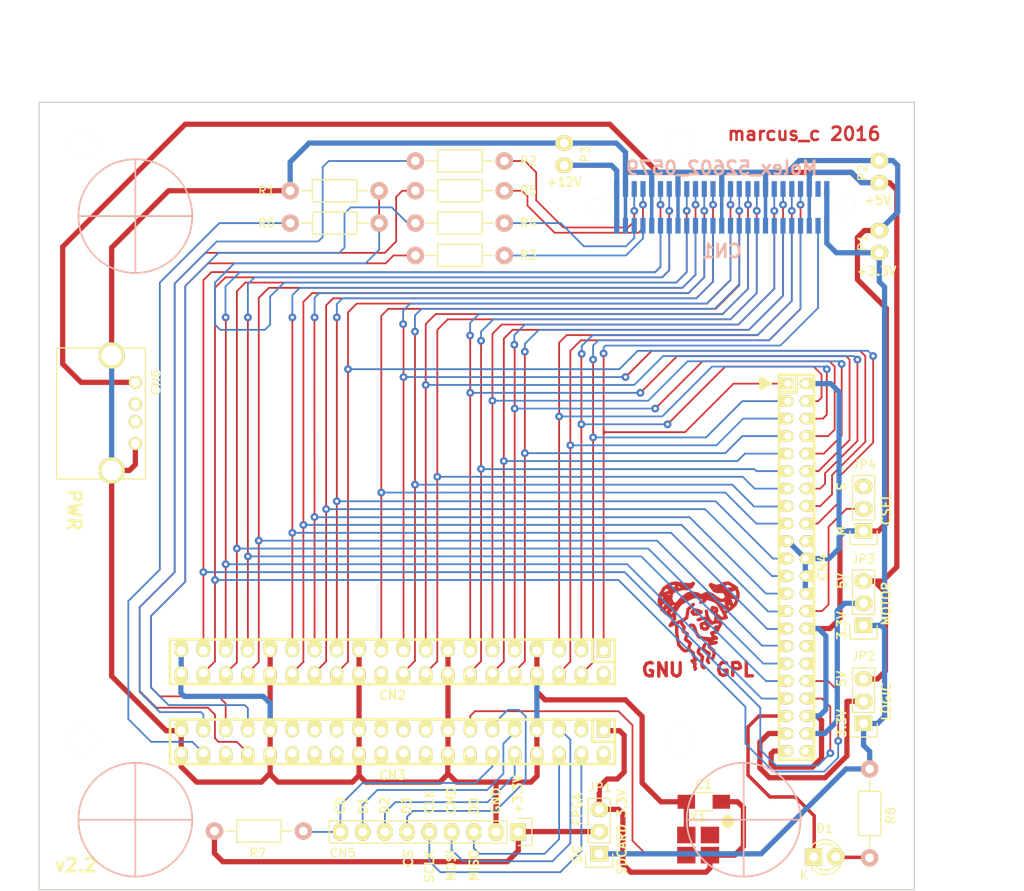
<source format=kicad_pcb>
(kicad_pcb (version 20171130) (host pcbnew 5.1.5)

  (general
    (thickness 1.6)
    (drawings 52)
    (tracks 884)
    (zones 0)
    (modules 29)
    (nets 85)
  )

  (page A4)
  (layers
    (0 F.Cu signal)
    (31 B.Cu signal)
    (32 B.Adhes user)
    (33 F.Adhes user)
    (34 B.Paste user)
    (35 F.Paste user)
    (36 B.SilkS user)
    (37 F.SilkS user)
    (38 B.Mask user)
    (39 F.Mask user)
    (40 Dwgs.User user)
    (41 Cmts.User user)
    (42 Eco1.User user)
    (43 Eco2.User user)
    (44 Edge.Cuts user)
    (45 Margin user)
    (46 B.CrtYd user)
    (47 F.CrtYd user)
    (48 B.Fab user)
    (49 F.Fab user)
  )

  (setup
    (last_trace_width 0.2032)
    (trace_clearance 0.254)
    (zone_clearance 0.508)
    (zone_45_only no)
    (trace_min 0.2)
    (via_size 0.889)
    (via_drill 0.381)
    (via_min_size 0.4)
    (via_min_drill 0.3)
    (uvia_size 0.508)
    (uvia_drill 0.127)
    (uvias_allowed no)
    (uvia_min_size 0.2)
    (uvia_min_drill 0.1)
    (edge_width 0.15)
    (segment_width 0.2)
    (pcb_text_width 0.3)
    (pcb_text_size 1.5 1.5)
    (mod_edge_width 0.15)
    (mod_text_size 1 1)
    (mod_text_width 0.15)
    (pad_size 2.99974 2.99974)
    (pad_drill 2.30124)
    (pad_to_mask_clearance 0.2)
    (aux_axis_origin 0 0)
    (grid_origin 126 44)
    (visible_elements FFFFFF7F)
    (pcbplotparams
      (layerselection 0x010f0_ffffffff)
      (usegerberextensions false)
      (usegerberattributes false)
      (usegerberadvancedattributes false)
      (creategerberjobfile false)
      (excludeedgelayer true)
      (linewidth 0.100000)
      (plotframeref false)
      (viasonmask false)
      (mode 1)
      (useauxorigin false)
      (hpglpennumber 1)
      (hpglpenspeed 20)
      (hpglpendiameter 15.000000)
      (psnegative false)
      (psa4output false)
      (plotreference true)
      (plotvalue true)
      (plotinvisibletext false)
      (padsonsilk false)
      (subtractmaskfromsilk false)
      (outputformat 1)
      (mirror false)
      (drillshape 0)
      (scaleselection 1)
      (outputdirectory "gerber"))
  )

  (net 0 "")
  (net 1 +3V3)
  (net 2 /G_RST)
  (net 3 +5V)
  (net 4 /D7)
  (net 5 /D8)
  (net 6 /D5)
  (net 7 /D10)
  (net 8 GND)
  (net 9 /D3)
  (net 10 /D12)
  (net 11 /D1)
  (net 12 /D14)
  (net 13 /DMARQ)
  (net 14 /RDn)
  (net 15 /DMACKn)
  (net 16 /EMPH)
  (net 17 /A0)
  (net 18 /CS0n)
  (net 19 /SCK)
  (net 20 /SDAT)
  (net 21 +12V)
  (net 22 "Net-(CN1-PadB2)")
  (net 23 /D6)
  (net 24 /D9)
  (net 25 /D4)
  (net 26 /D11)
  (net 27 /D2)
  (net 28 /D13)
  (net 29 /D0)
  (net 30 /D15)
  (net 31 /WRn)
  (net 32 /IORDY)
  (net 33 /INTRQ)
  (net 34 /A1)
  (net 35 /A2)
  (net 36 /CS1n)
  (net 37 /LRCK)
  (net 38 /CD_CLK)
  (net 39 "Net-(CN2-Pad2)")
  (net 40 "Net-(CN2-Pad22)")
  (net 41 "Net-(CN3-Pad2)")
  (net 42 "Net-(CN3-Pad3)")
  (net 43 /PB1)
  (net 44 /PB2)
  (net 45 /PB3)
  (net 46 /PB4)
  (net 47 /PB5)
  (net 48 /PB6)
  (net 49 /PB7)
  (net 50 /REFCLK)
  (net 51 "Net-(CN3-Pad14)")
  (net 52 "Net-(CN3-Pad17)")
  (net 53 "Net-(CN3-Pad18)")
  (net 54 "Net-(CN3-Pad19)")
  (net 55 "Net-(CN3-Pad20)")
  (net 56 "Net-(CN3-Pad21)")
  (net 57 "Net-(CN3-Pad22)")
  (net 58 "Net-(CN3-Pad25)")
  (net 59 "Net-(CN3-Pad26)")
  (net 60 "Net-(CN3-Pad27)")
  (net 61 "Net-(CN3-Pad28)")
  (net 62 "Net-(CN3-Pad29)")
  (net 63 "Net-(CN3-Pad30)")
  (net 64 /ESD)
  (net 65 /ELRCK)
  (net 66 /EBCK)
  (net 67 "Net-(CN3-Pad36)")
  (net 68 /CCK)
  (net 69 /PB0)
  (net 70 "Net-(CN4-Pad20)")
  (net 71 "Net-(CN4-Pad32)")
  (net 72 "Net-(CN4-Pad34)")
  (net 73 /ACTIVEn)
  (net 74 "Net-(CN4-Pad44)")
  (net 75 "Net-(CN6-Pad3)")
  (net 76 "Net-(CN6-Pad2)")
  (net 77 "Net-(X1-Pad1)")
  (net 78 +3V3_FPGA)
  (net 79 /CSEL)
  (net 80 /VLOGIC)
  (net 81 /VMOTOR)
  (net 82 "Net-(CN5-Pad1)")
  (net 83 "Net-(JP4-Pad3)")
  (net 84 "Net-(D1-Pad2)")

  (net_class Default "This is the default net class."
    (clearance 0.254)
    (trace_width 0.2032)
    (via_dia 0.889)
    (via_drill 0.381)
    (uvia_dia 0.508)
    (uvia_drill 0.127)
    (add_net /A0)
    (add_net /A1)
    (add_net /A2)
    (add_net /CCK)
    (add_net /CD_CLK)
    (add_net /CS0n)
    (add_net /CS1n)
    (add_net /CSEL)
    (add_net /D0)
    (add_net /D1)
    (add_net /D10)
    (add_net /D11)
    (add_net /D12)
    (add_net /D13)
    (add_net /D14)
    (add_net /D15)
    (add_net /D2)
    (add_net /D3)
    (add_net /D4)
    (add_net /D5)
    (add_net /D6)
    (add_net /D7)
    (add_net /D8)
    (add_net /D9)
    (add_net /DMACKn)
    (add_net /DMARQ)
    (add_net /EBCK)
    (add_net /ELRCK)
    (add_net /EMPH)
    (add_net /ESD)
    (add_net /G_RST)
    (add_net /INTRQ)
    (add_net /IORDY)
    (add_net /LRCK)
    (add_net /PB0)
    (add_net /PB1)
    (add_net /PB2)
    (add_net /PB3)
    (add_net /PB4)
    (add_net /PB5)
    (add_net /PB6)
    (add_net /PB7)
    (add_net /RDn)
    (add_net /REFCLK)
    (add_net /SCK)
    (add_net /SDAT)
    (add_net /WRn)
    (add_net "Net-(CN1-PadB2)")
    (add_net "Net-(CN2-Pad2)")
    (add_net "Net-(CN2-Pad22)")
    (add_net "Net-(CN3-Pad14)")
    (add_net "Net-(CN3-Pad17)")
    (add_net "Net-(CN3-Pad18)")
    (add_net "Net-(CN3-Pad19)")
    (add_net "Net-(CN3-Pad2)")
    (add_net "Net-(CN3-Pad20)")
    (add_net "Net-(CN3-Pad21)")
    (add_net "Net-(CN3-Pad22)")
    (add_net "Net-(CN3-Pad25)")
    (add_net "Net-(CN3-Pad26)")
    (add_net "Net-(CN3-Pad27)")
    (add_net "Net-(CN3-Pad28)")
    (add_net "Net-(CN3-Pad29)")
    (add_net "Net-(CN3-Pad3)")
    (add_net "Net-(CN3-Pad30)")
    (add_net "Net-(CN3-Pad36)")
    (add_net "Net-(CN4-Pad20)")
    (add_net "Net-(CN4-Pad32)")
    (add_net "Net-(CN4-Pad34)")
    (add_net "Net-(CN4-Pad44)")
    (add_net "Net-(CN6-Pad2)")
    (add_net "Net-(CN6-Pad3)")
    (add_net "Net-(D1-Pad2)")
    (add_net "Net-(JP4-Pad3)")
    (add_net "Net-(X1-Pad1)")
  )

  (net_class LED ""
    (clearance 0.254)
    (trace_width 0.4)
    (via_dia 0.889)
    (via_drill 0.381)
    (uvia_dia 0.508)
    (uvia_drill 0.127)
    (add_net /ACTIVEn)
  )

  (net_class Power ""
    (clearance 0.254)
    (trace_width 0.6)
    (via_dia 0.889)
    (via_drill 0.381)
    (uvia_dia 0.508)
    (uvia_drill 0.127)
    (add_net +12V)
    (add_net +3V3)
    (add_net +3V3_FPGA)
    (add_net +5V)
    (add_net /VLOGIC)
    (add_net /VMOTOR)
    (add_net GND)
    (add_net "Net-(CN5-Pad1)")
  )

  (module Connect:USB_A (layer F.Cu) (tedit 5771963F) (tstamp 575D76DF)
    (at 137 76 270)
    (descr "USB A connector")
    (tags "USB USB_A")
    (path /575DC70F)
    (fp_text reference CN6 (at 0 -2.35 270) (layer F.SilkS)
      (effects (font (size 1 1) (thickness 0.15)))
    )
    (fp_text value USB-A (at 3.83794 7.43458 270) (layer F.Fab)
      (effects (font (size 1 1) (thickness 0.15)))
    )
    (fp_line (start -5.3 13.2) (end -5.3 -1.4) (layer F.CrtYd) (width 0.05))
    (fp_line (start 11.95 -1.4) (end 11.95 13.2) (layer F.CrtYd) (width 0.05))
    (fp_line (start -5.3 13.2) (end 11.95 13.2) (layer F.CrtYd) (width 0.05))
    (fp_line (start -5.3 -1.4) (end 11.95 -1.4) (layer F.CrtYd) (width 0.05))
    (fp_line (start 11.04986 -1.14512) (end 11.04986 9) (layer F.SilkS) (width 0.15))
    (fp_line (start -3.93614 9) (end -3.93614 -1.14512) (layer F.SilkS) (width 0.15))
    (fp_line (start 11.04986 -1.14512) (end -3.93614 -1.14512) (layer F.SilkS) (width 0.15))
    (fp_line (start 11.04986 9) (end -3.93614 9) (layer F.SilkS) (width 0.15))
    (pad 4 thru_hole circle (at 7.00086 -0.00212 180) (size 1.50114 1.50114) (drill 1.00076) (layers *.Cu *.Mask F.SilkS)
      (net 8 GND))
    (pad 3 thru_hole circle (at 4.50086 -0.00212 180) (size 1.50114 1.50114) (drill 1.00076) (layers *.Cu *.Mask F.SilkS)
      (net 75 "Net-(CN6-Pad3)"))
    (pad 2 thru_hole circle (at 2.50086 -0.00212 180) (size 1.50114 1.50114) (drill 1.00076) (layers *.Cu *.Mask F.SilkS)
      (net 76 "Net-(CN6-Pad2)"))
    (pad 1 thru_hole circle (at 0.00086 -0.00212 180) (size 1.50114 1.50114) (drill 1.00076) (layers *.Cu *.Mask F.SilkS)
      (net 3 +5V))
    (pad 5 thru_hole circle (at 10.07086 2.70788 180) (size 2.99974 2.99974) (drill 2.30124) (layers *.Cu *.Mask F.SilkS)
      (net 8 GND))
    (pad 5 thru_hole circle (at -3.06914 2.70788 180) (size 2.99974 2.99974) (drill 2.30124) (layers *.Cu *.Mask F.SilkS)
      (net 8 GND))
    (model Connect.3dshapes/USB_A.wrl
      (offset (xyz 3.555999946594238 0 0))
      (scale (xyz 1 1 1))
      (rotate (xyz 0 0 90))
    )
  )

  (module Wire_Connections_Bridges:WireConnection_1.00mmDrill (layer F.Cu) (tedit 576A70AD) (tstamp 57685F5C)
    (at 186 55 90)
    (descr "WireConnection with 1mm drill")
    (path /5768A3F7)
    (fp_text reference P3 (at 5.1 2.4 90) (layer F.SilkS)
      (effects (font (size 1 1) (thickness 0.15)))
    )
    (fp_text value CONN_01X02 (at 5 2 90) (layer F.Fab)
      (effects (font (size 1 1) (thickness 0.15)))
    )
    (pad 1 thru_hole oval (at 3.81 0 90) (size 1.7272 2.032) (drill 1.00076) (layers *.Cu *.Mask F.SilkS)
      (net 21 +12V))
    (pad 2 thru_hole oval (at 6.35 0 90) (size 1.7272 2.032) (drill 1.00076) (layers *.Cu *.Mask F.SilkS)
      (net 8 GND))
  )

  (module Wire_Connections_Bridges:WireConnection_1.00mmDrill (layer F.Cu) (tedit 57685F43) (tstamp 57685F2D)
    (at 222 57 90)
    (descr "WireConnection with 1mm drill")
    (path /5768A385)
    (fp_text reference P2 (at 4.953 -1.905 90) (layer F.SilkS)
      (effects (font (size 1 1) (thickness 0.15)))
    )
    (fp_text value CONN_01X02 (at 5 2 90) (layer F.Fab)
      (effects (font (size 1 1) (thickness 0.15)))
    )
    (pad 1 thru_hole oval (at 3.81 0 90) (size 1.7272 2.032) (drill 1.00076) (layers *.Cu *.Mask F.SilkS)
      (net 3 +5V))
    (pad 2 thru_hole oval (at 6.35 0 90) (size 1.7272 2.032) (drill 1.00076) (layers *.Cu *.Mask F.SilkS)
      (net 8 GND))
  )

  (module Wire_Connections_Bridges:WireConnection_1.00mmDrill (layer F.Cu) (tedit 57685DC2) (tstamp 57685CCB)
    (at 222 65 90)
    (descr "WireConnection with 1mm drill")
    (path /57689E2A)
    (fp_text reference P1 (at 4.953 -1.905 90) (layer F.SilkS)
      (effects (font (size 1 1) (thickness 0.15)))
    )
    (fp_text value CONN_01X02 (at 5 2 90) (layer F.Fab)
      (effects (font (size 1 1) (thickness 0.15)))
    )
    (pad 1 thru_hole oval (at 3.81 0 90) (size 1.7272 2.032) (drill 1.00076) (layers *.Cu *.Mask F.SilkS)
      (net 1 +3V3))
    (pad 2 thru_hole oval (at 6.35 0 90) (size 1.7272 2.032) (drill 1.00076) (layers *.Cu *.Mask F.SilkS)
      (net 8 GND))
  )

  (module Mounting_Holes:MountingHole_3.2mm_M3 (layer F.Cu) (tedit 57651694) (tstamp 576437C9)
    (at 199.21 48.734)
    (descr "Mounting Hole 3.2mm, no annular, M3")
    (tags "mounting hole 3.2mm no annular m3")
    (fp_text reference REF** (at 0 -4.2) (layer F.SilkS) hide
      (effects (font (size 1 1) (thickness 0.15)))
    )
    (fp_text value MountingHole_3.2mm_M3 (at 0 4.2) (layer F.Fab)
      (effects (font (size 1 1) (thickness 0.15)))
    )
    (fp_circle (center 0 0) (end 3.2 0) (layer Cmts.User) (width 0.15))
    (fp_circle (center 0 0) (end 3.45 0) (layer F.CrtYd) (width 0.05))
    (pad 1 np_thru_hole circle (at 0 0) (size 3.2 3.2) (drill 3.2) (layers *.Cu *.Mask F.SilkS))
  )

  (module Mounting_Holes:MountingHole_3.2mm_M3 (layer F.Cu) (tedit 5765169E) (tstamp 57643792)
    (at 131.02 48.734)
    (descr "Mounting Hole 3.2mm, no annular, M3")
    (tags "mounting hole 3.2mm no annular m3")
    (fp_text reference REF** (at 0 -4.2) (layer F.SilkS) hide
      (effects (font (size 1 1) (thickness 0.15)))
    )
    (fp_text value MountingHole_3.2mm_M3 (at 0 4.2) (layer F.Fab)
      (effects (font (size 1 1) (thickness 0.15)))
    )
    (fp_circle (center 0 0) (end 3.2 0) (layer Cmts.User) (width 0.15))
    (fp_circle (center 0 0) (end 3.45 0) (layer F.CrtYd) (width 0.05))
    (pad 1 np_thru_hole circle (at 0 0) (size 3.2 3.2) (drill 3.2) (layers *.Cu *.Mask F.SilkS))
  )

  (module Mounting_Holes:MountingHole_3.2mm_M3 (layer F.Cu) (tedit 57651682) (tstamp 5764366A)
    (at 131.02 116.924)
    (descr "Mounting Hole 3.2mm, no annular, M3")
    (tags "mounting hole 3.2mm no annular m3")
    (fp_text reference REF** (at 0 -4.2) (layer F.SilkS) hide
      (effects (font (size 1 1) (thickness 0.15)))
    )
    (fp_text value MountingHole_3.2mm_M3 (at 0 4.2) (layer F.Fab)
      (effects (font (size 1 1) (thickness 0.15)))
    )
    (fp_circle (center 0 0) (end 3.2 0) (layer Cmts.User) (width 0.15))
    (fp_circle (center 0 0) (end 3.45 0) (layer F.CrtYd) (width 0.05))
    (pad 1 np_thru_hole circle (at 0 0) (size 3.2 3.2) (drill 3.2) (layers *.Cu *.Mask F.SilkS))
  )

  (module w_pin_strip:pin_socket_20x2 (layer F.Cu) (tedit 0) (tstamp 575F0FCB)
    (at 166.37 117.094 180)
    (descr "Pin socket 20x2pin")
    (tags "CONN DEV")
    (path /575D5CD7)
    (fp_text reference CN3 (at 0 -3.81 180) (layer F.SilkS)
      (effects (font (size 1.016 1.016) (thickness 0.2032)))
    )
    (fp_text value CONN_02X20 (at 0 -5.08 180) (layer F.SilkS) hide
      (effects (font (size 1.016 0.889) (thickness 0.2032)))
    )
    (fp_line (start 25.4 2.54) (end -25.4 2.54) (layer F.SilkS) (width 0.3048))
    (fp_line (start -25.4 -2.54) (end 25.4 -2.54) (layer F.SilkS) (width 0.3048))
    (fp_line (start -25.4 0) (end -22.86 0) (layer F.SilkS) (width 0.3048))
    (fp_line (start -22.86 0) (end -22.86 2.54) (layer F.SilkS) (width 0.3048))
    (fp_line (start -25.4 -2.54) (end -25.4 2.54) (layer F.SilkS) (width 0.3048))
    (fp_line (start 25.4 2.54) (end 25.4 -2.54) (layer F.SilkS) (width 0.3048))
    (pad 1 thru_hole rect (at -24.13 1.27 180) (size 1.524 1.99898) (drill 1.00076 (offset 0 0.24892)) (layers *.Cu *.Mask F.SilkS)
      (net 78 +3V3_FPGA))
    (pad 2 thru_hole oval (at -24.13 -1.27 180) (size 1.524 1.99898) (drill 1.00076 (offset 0 -0.24892)) (layers *.Cu *.Mask F.SilkS)
      (net 41 "Net-(CN3-Pad2)"))
    (pad 3 thru_hole oval (at -21.59 1.27 180) (size 1.524 1.99898) (drill 1.00076 (offset 0 0.24892)) (layers *.Cu *.Mask F.SilkS)
      (net 42 "Net-(CN3-Pad3)"))
    (pad 4 thru_hole oval (at -21.59 -1.27 180) (size 1.524 1.99898) (drill 1.00076 (offset 0 -0.24892)) (layers *.Cu *.Mask F.SilkS)
      (net 43 /PB1))
    (pad 5 thru_hole oval (at -19.05 1.27 180) (size 1.524 1.99898) (drill 1.00076 (offset 0 0.24892)) (layers *.Cu *.Mask F.SilkS)
      (net 44 /PB2))
    (pad 6 thru_hole oval (at -19.05 -1.27 180) (size 1.524 1.99898) (drill 1.00076 (offset 0 -0.24892)) (layers *.Cu *.Mask F.SilkS)
      (net 45 /PB3))
    (pad 7 thru_hole oval (at -16.51 1.27 180) (size 1.524 1.99898) (drill 1.00076 (offset 0 0.24892)) (layers *.Cu *.Mask F.SilkS)
      (net 8 GND))
    (pad 8 thru_hole oval (at -16.51 -1.27 180) (size 1.524 1.99898) (drill 1.00076 (offset 0 -0.24892)) (layers *.Cu *.Mask F.SilkS)
      (net 8 GND))
    (pad 9 thru_hole oval (at -13.97 1.27 180) (size 1.524 1.99898) (drill 1.00076 (offset 0 0.24892)) (layers *.Cu *.Mask F.SilkS)
      (net 46 /PB4))
    (pad 10 thru_hole oval (at -13.97 -1.27 180) (size 1.524 1.99898) (drill 1.00076 (offset 0 -0.24892)) (layers *.Cu *.Mask F.SilkS)
      (net 47 /PB5))
    (pad 11 thru_hole oval (at -11.43 1.27 180) (size 1.524 1.99898) (drill 1.00076 (offset 0 0.24892)) (layers *.Cu *.Mask F.SilkS)
      (net 48 /PB6))
    (pad 12 thru_hole oval (at -11.43 -1.27 180) (size 1.524 1.99898) (drill 1.00076 (offset 0 -0.24892)) (layers *.Cu *.Mask F.SilkS)
      (net 49 /PB7))
    (pad 13 thru_hole oval (at -8.89 1.27 180) (size 1.524 1.99898) (drill 1.00076 (offset 0 0.24892)) (layers *.Cu *.Mask F.SilkS)
      (net 50 /REFCLK))
    (pad 14 thru_hole oval (at -8.89 -1.27 180) (size 1.524 1.99898) (drill 1.00076 (offset 0 -0.24892)) (layers *.Cu *.Mask F.SilkS)
      (net 51 "Net-(CN3-Pad14)"))
    (pad 15 thru_hole oval (at -6.35 1.27 180) (size 1.524 1.99898) (drill 1.00076 (offset 0 0.24892)) (layers *.Cu *.Mask F.SilkS)
      (net 8 GND))
    (pad 16 thru_hole oval (at -6.35 -1.27 180) (size 1.524 1.99898) (drill 1.00076 (offset 0 -0.24892)) (layers *.Cu *.Mask F.SilkS)
      (net 8 GND))
    (pad 17 thru_hole oval (at -3.81 1.27 180) (size 1.524 1.99898) (drill 1.00076 (offset 0 0.24892)) (layers *.Cu *.Mask F.SilkS)
      (net 52 "Net-(CN3-Pad17)"))
    (pad 18 thru_hole oval (at -3.81 -1.27 180) (size 1.524 1.99898) (drill 1.00076 (offset 0 -0.24892)) (layers *.Cu *.Mask F.SilkS)
      (net 53 "Net-(CN3-Pad18)"))
    (pad 19 thru_hole oval (at -1.27 1.27 180) (size 1.524 1.99898) (drill 1.00076 (offset 0 0.24892)) (layers *.Cu *.Mask F.SilkS)
      (net 54 "Net-(CN3-Pad19)"))
    (pad 20 thru_hole oval (at -1.27 -1.27 180) (size 1.524 1.99898) (drill 1.00076 (offset 0 -0.24892)) (layers *.Cu *.Mask F.SilkS)
      (net 55 "Net-(CN3-Pad20)"))
    (pad 21 thru_hole oval (at 1.27 1.27 180) (size 1.524 1.99898) (drill 1.00076 (offset 0 0.24892)) (layers *.Cu *.Mask F.SilkS)
      (net 56 "Net-(CN3-Pad21)"))
    (pad 22 thru_hole oval (at 1.27 -1.27 180) (size 1.524 1.99898) (drill 1.00076 (offset 0 -0.24892)) (layers *.Cu *.Mask F.SilkS)
      (net 57 "Net-(CN3-Pad22)"))
    (pad 23 thru_hole oval (at 3.81 1.27 180) (size 1.524 1.99898) (drill 1.00076 (offset 0 0.24892)) (layers *.Cu *.Mask F.SilkS)
      (net 8 GND))
    (pad 24 thru_hole oval (at 3.81 -1.27 180) (size 1.524 1.99898) (drill 1.00076 (offset 0 -0.24892)) (layers *.Cu *.Mask F.SilkS)
      (net 8 GND))
    (pad 25 thru_hole oval (at 6.35 1.27 180) (size 1.524 1.99898) (drill 1.00076 (offset 0 0.24892)) (layers *.Cu *.Mask F.SilkS)
      (net 58 "Net-(CN3-Pad25)"))
    (pad 26 thru_hole oval (at 6.35 -1.27 180) (size 1.524 1.99898) (drill 1.00076 (offset 0 -0.24892)) (layers *.Cu *.Mask F.SilkS)
      (net 59 "Net-(CN3-Pad26)"))
    (pad 27 thru_hole oval (at 8.89 1.27 180) (size 1.524 1.99898) (drill 1.00076 (offset 0 0.24892)) (layers *.Cu *.Mask F.SilkS)
      (net 60 "Net-(CN3-Pad27)"))
    (pad 28 thru_hole oval (at 8.89 -1.27 180) (size 1.524 1.99898) (drill 1.00076 (offset 0 -0.24892)) (layers *.Cu *.Mask F.SilkS)
      (net 61 "Net-(CN3-Pad28)"))
    (pad 29 thru_hole oval (at 11.43 1.27 180) (size 1.524 1.99898) (drill 1.00076 (offset 0 0.24892)) (layers *.Cu *.Mask F.SilkS)
      (net 62 "Net-(CN3-Pad29)"))
    (pad 30 thru_hole oval (at 11.43 -1.27 180) (size 1.524 1.99898) (drill 1.00076 (offset 0 -0.24892)) (layers *.Cu *.Mask F.SilkS)
      (net 63 "Net-(CN3-Pad30)"))
    (pad 31 thru_hole oval (at 13.97 1.27 180) (size 1.524 1.99898) (drill 1.00076 (offset 0 0.24892)) (layers *.Cu *.Mask F.SilkS)
      (net 8 GND))
    (pad 32 thru_hole oval (at 13.97 -1.27 180) (size 1.524 1.99898) (drill 1.00076 (offset 0 -0.24892)) (layers *.Cu *.Mask F.SilkS)
      (net 8 GND))
    (pad 33 thru_hole oval (at 16.51 1.27 180) (size 1.524 1.99898) (drill 1.00076 (offset 0 0.24892)) (layers *.Cu *.Mask F.SilkS)
      (net 64 /ESD))
    (pad 34 thru_hole oval (at 16.51 -1.27 180) (size 1.524 1.99898) (drill 1.00076 (offset 0 -0.24892)) (layers *.Cu *.Mask F.SilkS)
      (net 65 /ELRCK))
    (pad 35 thru_hole oval (at 19.05 1.27 180) (size 1.524 1.99898) (drill 1.00076 (offset 0 0.24892)) (layers *.Cu *.Mask F.SilkS)
      (net 66 /EBCK))
    (pad 36 thru_hole oval (at 19.05 -1.27 180) (size 1.524 1.99898) (drill 1.00076 (offset 0 -0.24892)) (layers *.Cu *.Mask F.SilkS)
      (net 67 "Net-(CN3-Pad36)"))
    (pad 37 thru_hole oval (at 21.59 1.27 180) (size 1.524 1.99898) (drill 1.00076 (offset 0 0.24892)) (layers *.Cu *.Mask F.SilkS)
      (net 68 /CCK))
    (pad 38 thru_hole oval (at 21.59 -1.27 180) (size 1.524 1.99898) (drill 1.00076 (offset 0 -0.24892)) (layers *.Cu *.Mask F.SilkS)
      (net 69 /PB0))
    (pad 39 thru_hole oval (at 24.13 1.27 180) (size 1.524 1.99898) (drill 1.00076 (offset 0 0.24892)) (layers *.Cu *.Mask F.SilkS)
      (net 8 GND))
    (pad 40 thru_hole oval (at 24.13 -1.27 180) (size 1.524 1.99898) (drill 1.00076 (offset 0 -0.24892)) (layers *.Cu *.Mask F.SilkS)
      (net 8 GND))
    (model ${KIPRJMOD}/packages3d/pin_socket_20x2.wrl
      (at (xyz 0 0 0))
      (scale (xyz 1 1 1))
      (rotate (xyz 0 0 0))
    )
  )

  (module Molex_52602_0579:Molex_52602_0579 (layer B.Cu) (tedit 56536955) (tstamp 575D763A)
    (at 204 56 180)
    (path /575D5394)
    (fp_text reference CN1 (at 0 -5.00126 180) (layer B.SilkS)
      (effects (font (size 1.524 1.524) (thickness 0.3048)) (justify mirror))
    )
    (fp_text value Molex_52602_0579 (at 0 4.50126 180) (layer B.SilkS)
      (effects (font (size 1.524 1.524) (thickness 0.3048)) (justify mirror))
    )
    (pad A1 smd rect (at -11.99896 -2.09942 180) (size 0.59944 1.80086) (layers B.Cu B.Paste B.Mask)
      (net 1 +3V3))
    (pad A2 smd rect (at -10.9982 -2.10196 180) (size 0.59944 1.80086) (layers B.Cu B.Paste B.Mask)
      (net 2 /G_RST))
    (pad A3 smd rect (at -9.99744 -2.10196 180) (size 0.59944 1.80086) (layers B.Cu B.Paste B.Mask)
      (net 3 +5V))
    (pad A4 smd rect (at -8.99922 -2.10196 180) (size 0.59944 1.80086) (layers B.Cu B.Paste B.Mask)
      (net 4 /D7))
    (pad A5 smd rect (at -7.99846 -2.10196 180) (size 0.59944 1.80086) (layers B.Cu B.Paste B.Mask)
      (net 5 /D8))
    (pad A6 smd rect (at -6.9977 -2.10196 180) (size 0.59944 1.80086) (layers B.Cu B.Paste B.Mask)
      (net 6 /D5))
    (pad A7 smd rect (at -5.99948 -2.10196 180) (size 0.59944 1.80086) (layers B.Cu B.Paste B.Mask)
      (net 7 /D10))
    (pad A8 smd rect (at -4.99872 -2.10196 180) (size 0.59944 1.80086) (layers B.Cu B.Paste B.Mask)
      (net 8 GND))
    (pad A9 smd rect (at -3.99796 -2.10196 180) (size 0.59944 1.80086) (layers B.Cu B.Paste B.Mask)
      (net 9 /D3))
    (pad A10 smd rect (at -2.99974 -2.10196 180) (size 0.59944 1.80086) (layers B.Cu B.Paste B.Mask)
      (net 10 /D12))
    (pad A11 smd rect (at -1.99898 -2.10196 180) (size 0.59944 1.80086) (layers B.Cu B.Paste B.Mask)
      (net 11 /D1))
    (pad A12 smd rect (at -0.99822 -2.10196 180) (size 0.59944 1.80086) (layers B.Cu B.Paste B.Mask)
      (net 12 /D14))
    (pad A13 smd rect (at 0.00254 -2.10196 180) (size 0.59944 1.80086) (layers B.Cu B.Paste B.Mask)
      (net 8 GND))
    (pad A14 smd rect (at 1.00076 -2.10196 180) (size 0.59944 1.80086) (layers B.Cu B.Paste B.Mask)
      (net 13 /DMARQ))
    (pad A15 smd rect (at 2.00152 -2.10196 180) (size 0.59944 1.80086) (layers B.Cu B.Paste B.Mask)
      (net 14 /RDn))
    (pad A16 smd rect (at 3.00228 -2.10196 180) (size 0.59944 1.80086) (layers B.Cu B.Paste B.Mask)
      (net 15 /DMACKn))
    (pad A17 smd rect (at 4.0005 -2.10196 180) (size 0.59944 1.80086) (layers B.Cu B.Paste B.Mask)
      (net 16 /EMPH))
    (pad A18 smd rect (at 5.00126 -2.10196 180) (size 0.59944 1.80086) (layers B.Cu B.Paste B.Mask)
      (net 8 GND))
    (pad A19 smd rect (at 6.00202 -2.10196 180) (size 0.59944 1.80086) (layers B.Cu B.Paste B.Mask)
      (net 17 /A0))
    (pad A20 smd rect (at 7.00024 -2.10196 180) (size 0.59944 1.80086) (layers B.Cu B.Paste B.Mask)
      (net 18 /CS0n))
    (pad A21 smd rect (at 8.001 -2.10196 180) (size 0.59944 1.80086) (layers B.Cu B.Paste B.Mask)
      (net 8 GND))
    (pad A22 smd rect (at 9.00176 -2.10196 180) (size 0.59944 1.80086) (layers B.Cu B.Paste B.Mask)
      (net 19 /SCK))
    (pad A23 smd rect (at 10.00252 -2.10196 180) (size 0.59944 1.80086) (layers B.Cu B.Paste B.Mask)
      (net 20 /SDAT))
    (pad A24 smd rect (at 11.00074 -2.10196 180) (size 0.59944 1.80086) (layers B.Cu B.Paste B.Mask)
      (net 8 GND))
    (pad A25 smd rect (at 12.0015 -2.10196 180) (size 0.59944 1.80086) (layers B.Cu B.Paste B.Mask)
      (net 21 +12V))
    (pad B1 smd rect (at -11.99896 2.10196 180) (size 0.59944 1.80086) (layers B.Cu B.Paste B.Mask)
      (net 1 +3V3))
    (pad B2 smd rect (at -11.00074 2.10196 180) (size 0.59944 1.80086) (layers B.Cu B.Paste B.Mask)
      (net 22 "Net-(CN1-PadB2)"))
    (pad B3 smd rect (at -9.99998 2.10196 180) (size 0.59944 1.80086) (layers B.Cu B.Paste B.Mask)
      (net 3 +5V))
    (pad B4 smd rect (at -8.99922 2.10196 180) (size 0.59944 1.80086) (layers B.Cu B.Paste B.Mask)
      (net 23 /D6))
    (pad B5 smd rect (at -8.001 2.10196 180) (size 0.59944 1.80086) (layers B.Cu B.Paste B.Mask)
      (net 24 /D9))
    (pad B6 smd rect (at -7.00024 2.10196 180) (size 0.59944 1.80086) (layers B.Cu B.Paste B.Mask)
      (net 25 /D4))
    (pad B7 smd rect (at -5.99948 2.10196 180) (size 0.59944 1.80086) (layers B.Cu B.Paste B.Mask)
      (net 26 /D11))
    (pad B8 smd rect (at -5.00126 2.10196 180) (size 0.59944 1.80086) (layers B.Cu B.Paste B.Mask)
      (net 8 GND))
    (pad B9 smd rect (at -4.0005 2.10196 180) (size 0.59944 1.80086) (layers B.Cu B.Paste B.Mask)
      (net 27 /D2))
    (pad B10 smd rect (at -2.99974 2.10196 180) (size 0.59944 1.80086) (layers B.Cu B.Paste B.Mask)
      (net 28 /D13))
    (pad B11 smd rect (at -1.99898 2.10196 180) (size 0.59944 1.80086) (layers B.Cu B.Paste B.Mask)
      (net 29 /D0))
    (pad B12 smd rect (at -1.00076 2.10196 180) (size 0.59944 1.80086) (layers B.Cu B.Paste B.Mask)
      (net 30 /D15))
    (pad B13 smd rect (at 0 2.10196 180) (size 0.59944 1.80086) (layers B.Cu B.Paste B.Mask)
      (net 8 GND))
    (pad B14 smd rect (at 1.00076 2.10196 180) (size 0.59944 1.80086) (layers B.Cu B.Paste B.Mask)
      (net 31 /WRn))
    (pad B15 smd rect (at 1.99898 2.10196 180) (size 0.59944 1.80086) (layers B.Cu B.Paste B.Mask)
      (net 32 /IORDY))
    (pad B16 smd rect (at 2.99974 2.10196 180) (size 0.59944 1.80086) (layers B.Cu B.Paste B.Mask)
      (net 33 /INTRQ))
    (pad B17 smd rect (at 4.0005 2.10196 180) (size 0.59944 1.80086) (layers B.Cu B.Paste B.Mask)
      (net 34 /A1))
    (pad B18 smd rect (at 5.00126 2.10196 180) (size 0.59944 1.80086) (layers B.Cu B.Paste B.Mask)
      (net 8 GND))
    (pad B19 smd rect (at 5.99948 2.10196 180) (size 0.59944 1.80086) (layers B.Cu B.Paste B.Mask)
      (net 35 /A2))
    (pad B20 smd rect (at 7.00024 2.10196 180) (size 0.59944 1.80086) (layers B.Cu B.Paste B.Mask)
      (net 36 /CS1n))
    (pad B21 smd rect (at 8.001 2.10196 180) (size 0.59944 1.80086) (layers B.Cu B.Paste B.Mask)
      (net 8 GND))
    (pad B22 smd rect (at 8.99922 2.10196 180) (size 0.59944 1.80086) (layers B.Cu B.Paste B.Mask)
      (net 37 /LRCK))
    (pad B23 smd rect (at 9.99998 2.10196 180) (size 0.59944 1.80086) (layers B.Cu B.Paste B.Mask)
      (net 38 /CD_CLK))
    (pad B24 smd rect (at 11.00074 2.10196 180) (size 0.59944 1.80086) (layers B.Cu B.Paste B.Mask)
      (net 8 GND))
    (pad B25 smd rect (at 11.99896 2.10196 180) (size 0.59944 1.80086) (layers B.Cu B.Paste B.Mask)
      (net 21 +12V))
    (pad "" np_thru_hole circle (at -14.2494 0 180) (size 1.99898 1.99898) (drill 1.99898) (layers *.Cu *.Mask B.SilkS))
    (pad "" np_thru_hole circle (at 14.2494 0 180) (size 1.99898 1.99898) (drill 1.99898) (layers *.Cu *.Mask B.SilkS))
    (model ${KIPRJMOD}/packages3d/52602-0579.wrl
      (offset (xyz 0 0 3.784599943161011))
      (scale (xyz 0.393701 0.393701 0.393701))
      (rotate (xyz -90 0 0))
    )
  )

  (module Pin_Headers:Pin_Header_Straight_1x09 (layer F.Cu) (tedit 576A838F) (tstamp 575D76D5)
    (at 180.75 127.4 270)
    (descr "Through hole pin header")
    (tags "pin header")
    (path /575DD0C1)
    (fp_text reference CN5 (at 2.4 20.05) (layer F.SilkS)
      (effects (font (size 1 1) (thickness 0.15)))
    )
    (fp_text value CONN_01X09 (at 0 -3.1 270) (layer F.Fab)
      (effects (font (size 1 1) (thickness 0.15)))
    )
    (fp_line (start -1.75 -1.75) (end -1.75 22.1) (layer F.CrtYd) (width 0.05))
    (fp_line (start 1.75 -1.75) (end 1.75 22.1) (layer F.CrtYd) (width 0.05))
    (fp_line (start -1.75 -1.75) (end 1.75 -1.75) (layer F.CrtYd) (width 0.05))
    (fp_line (start -1.75 22.1) (end 1.75 22.1) (layer F.CrtYd) (width 0.05))
    (fp_line (start 1.27 1.27) (end 1.27 21.59) (layer F.SilkS) (width 0.15))
    (fp_line (start 1.27 21.59) (end -1.27 21.59) (layer F.SilkS) (width 0.15))
    (fp_line (start -1.27 21.59) (end -1.27 1.27) (layer F.SilkS) (width 0.15))
    (fp_line (start 1.55 -1.55) (end 1.55 0) (layer F.SilkS) (width 0.15))
    (fp_line (start 1.27 1.27) (end -1.27 1.27) (layer F.SilkS) (width 0.15))
    (fp_line (start -1.55 0) (end -1.55 -1.55) (layer F.SilkS) (width 0.15))
    (fp_line (start -1.55 -1.55) (end 1.55 -1.55) (layer F.SilkS) (width 0.15))
    (pad 1 thru_hole rect (at 0 0 270) (size 2.032 1.7272) (drill 1.016) (layers *.Cu *.Mask F.SilkS)
      (net 82 "Net-(CN5-Pad1)"))
    (pad 2 thru_hole oval (at 0 2.54 270) (size 2.032 1.7272) (drill 1.016) (layers *.Cu *.Mask F.SilkS)
      (net 8 GND))
    (pad 3 thru_hole oval (at 0 5.08 270) (size 2.032 1.7272) (drill 1.016) (layers *.Cu *.Mask F.SilkS)
      (net 45 /PB3))
    (pad 4 thru_hole oval (at 0 7.62 270) (size 2.032 1.7272) (drill 1.016) (layers *.Cu *.Mask F.SilkS)
      (net 44 /PB2))
    (pad 5 thru_hole oval (at 0 10.16 270) (size 2.032 1.7272) (drill 1.016) (layers *.Cu *.Mask F.SilkS)
      (net 43 /PB1))
    (pad 6 thru_hole oval (at 0 12.7 270) (size 2.032 1.7272) (drill 1.016) (layers *.Cu *.Mask F.SilkS)
      (net 48 /PB6))
    (pad 7 thru_hole oval (at 0 15.24 270) (size 2.032 1.7272) (drill 1.016) (layers *.Cu *.Mask F.SilkS)
      (net 47 /PB5))
    (pad 8 thru_hole oval (at 0 17.78 270) (size 2.032 1.7272) (drill 1.016) (layers *.Cu *.Mask F.SilkS)
      (net 46 /PB4))
    (pad 9 thru_hole oval (at 0 20.32 270) (size 2.032 1.7272) (drill 1.016) (layers *.Cu *.Mask F.SilkS)
      (net 49 /PB7))
    (model Pin_Headers.3dshapes/Pin_Header_Straight_1x09.wrl
      (offset (xyz 0 -10.15999984741211 0))
      (scale (xyz 1 1 1))
      (rotate (xyz 0 0 90))
    )
  )

  (module LEDs:LED-3MM (layer F.Cu) (tedit 576A702F) (tstamp 5D1CE0C5)
    (at 214.5 130.25)
    (descr "LED 3mm round vertical")
    (tags "LED  3mm round vertical")
    (path /575D538D)
    (fp_text reference D1 (at 1.25 -3.25 180) (layer F.SilkS)
      (effects (font (size 1 1) (thickness 0.15)))
    )
    (fp_text value LED (at 1.3 2.75 180) (layer F.Fab)
      (effects (font (size 1 1) (thickness 0.15)))
    )
    (fp_line (start -1.2 2.3) (end 3.8 2.3) (layer F.CrtYd) (width 0.05))
    (fp_line (start 3.8 2.3) (end 3.8 -2.2) (layer F.CrtYd) (width 0.05))
    (fp_line (start 3.8 -2.2) (end -1.2 -2.2) (layer F.CrtYd) (width 0.05))
    (fp_line (start -1.2 -2.2) (end -1.2 2.3) (layer F.CrtYd) (width 0.05))
    (fp_line (start -0.199 1.314) (end -0.199 1.114) (layer F.SilkS) (width 0.15))
    (fp_line (start -0.199 -1.28) (end -0.199 -1.1) (layer F.SilkS) (width 0.15))
    (fp_arc (start 1.301 0.034) (end -0.199 -1.286) (angle 108.5) (layer F.SilkS) (width 0.15))
    (fp_arc (start 1.301 0.034) (end 0.25 -1.1) (angle 85.7) (layer F.SilkS) (width 0.15))
    (fp_arc (start 1.311 0.034) (end 3.051 0.994) (angle 110) (layer F.SilkS) (width 0.15))
    (fp_arc (start 1.301 0.034) (end 2.335 1.094) (angle 87.5) (layer F.SilkS) (width 0.15))
    (fp_text user K (at -1.1 2.1 180) (layer F.SilkS)
      (effects (font (size 1 1) (thickness 0.15)))
    )
    (pad 1 thru_hole rect (at 0 0 90) (size 2 2) (drill 1.00076) (layers *.Cu *.Mask F.SilkS)
      (net 73 /ACTIVEn))
    (pad 2 thru_hole circle (at 2.54 0) (size 2 2) (drill 1.00076) (layers *.Cu *.Mask F.SilkS)
      (net 84 "Net-(D1-Pad2)"))
    (model LEDs.3dshapes/LED-3MM.wrl
      (offset (xyz 1.269999980926514 0 0))
      (scale (xyz 1 1 1))
      (rotate (xyz 0 0 90))
    )
  )

  (module Capacitors_SMD:C_1206_HandSoldering (layer F.Cu) (tedit 57691DE5) (tstamp 575EF6D0)
    (at 201.95 123.95 180)
    (descr "Capacitor SMD 1206, hand soldering")
    (tags "capacitor 1206")
    (path /575EF436)
    (attr smd)
    (fp_text reference C1 (at 0 2 180) (layer F.SilkS)
      (effects (font (size 1 1) (thickness 0.15)))
    )
    (fp_text value 0.01u (at 5.9 -0.05 180) (layer F.Fab)
      (effects (font (size 1 1) (thickness 0.15)))
    )
    (fp_line (start -3.3 -1.15) (end 3.3 -1.15) (layer F.CrtYd) (width 0.05))
    (fp_line (start -3.3 1.15) (end 3.3 1.15) (layer F.CrtYd) (width 0.05))
    (fp_line (start -3.3 -1.15) (end -3.3 1.15) (layer F.CrtYd) (width 0.05))
    (fp_line (start 3.3 -1.15) (end 3.3 1.15) (layer F.CrtYd) (width 0.05))
    (fp_line (start 1 -1.025) (end -1 -1.025) (layer F.SilkS) (width 0.15))
    (fp_line (start -1 1.025) (end 1 1.025) (layer F.SilkS) (width 0.15))
    (pad 1 smd rect (at -2 0 180) (size 2 1.6) (layers F.Cu F.Paste F.Mask)
      (net 78 +3V3_FPGA))
    (pad 2 smd rect (at 2 0 180) (size 2 1.6) (layers F.Cu F.Paste F.Mask)
      (net 8 GND))
    (model Capacitors_SMD.3dshapes/C_1206_HandSoldering.wrl
      (at (xyz 0 0 0))
      (scale (xyz 1 1 1))
      (rotate (xyz 0 0 0))
    )
  )

  (module Resistors_ThroughHole:Resistor_Horizontal_RM10mm (layer F.Cu) (tedit 576A711F) (tstamp 575EF723)
    (at 164.85 54.1 180)
    (descr "Resistor, Axial,  RM 10mm, 1/3W")
    (tags "Resistor Axial RM 10mm 1/3W")
    (path /575DB7C3)
    (fp_text reference R1 (at 12.85 0 180) (layer F.SilkS)
      (effects (font (size 1 1) (thickness 0.15)))
    )
    (fp_text value 10k (at 5.05 0 180) (layer F.Fab)
      (effects (font (size 1 1) (thickness 0.15)))
    )
    (fp_line (start -1.25 -1.5) (end 11.4 -1.5) (layer F.CrtYd) (width 0.05))
    (fp_line (start -1.25 1.5) (end -1.25 -1.5) (layer F.CrtYd) (width 0.05))
    (fp_line (start 11.4 -1.5) (end 11.4 1.5) (layer F.CrtYd) (width 0.05))
    (fp_line (start -1.25 1.5) (end 11.4 1.5) (layer F.CrtYd) (width 0.05))
    (fp_line (start 2.54 -1.27) (end 7.62 -1.27) (layer F.SilkS) (width 0.15))
    (fp_line (start 7.62 -1.27) (end 7.62 1.27) (layer F.SilkS) (width 0.15))
    (fp_line (start 7.62 1.27) (end 2.54 1.27) (layer F.SilkS) (width 0.15))
    (fp_line (start 2.54 1.27) (end 2.54 -1.27) (layer F.SilkS) (width 0.15))
    (fp_line (start 2.54 0) (end 1.27 0) (layer F.SilkS) (width 0.15))
    (fp_line (start 7.62 0) (end 8.89 0) (layer F.SilkS) (width 0.15))
    (pad 1 thru_hole circle (at 0 0 180) (size 1.99898 1.99898) (drill 1.00076) (layers *.Cu *.SilkS *.Mask)
      (net 16 /EMPH))
    (pad 2 thru_hole circle (at 10.16 0 180) (size 1.99898 1.99898) (drill 1.00076) (layers *.Cu *.SilkS *.Mask)
      (net 8 GND))
    (model Resistors_ThroughHole.3dshapes/Resistor_Horizontal_RM10mm.wrl
      (offset (xyz 5.079999923706055 0 0))
      (scale (xyz 0.4 0.4 0.4))
      (rotate (xyz 0 0 0))
    )
  )

  (module Resistors_ThroughHole:Resistor_Horizontal_RM10mm (layer F.Cu) (tedit 576A70B9) (tstamp 575EF728)
    (at 169 50.7)
    (descr "Resistor, Axial,  RM 10mm, 1/3W")
    (tags "Resistor Axial RM 10mm 1/3W")
    (path /575DB305)
    (fp_text reference R2 (at 12.9 0) (layer F.SilkS)
      (effects (font (size 1 1) (thickness 0.15)))
    )
    (fp_text value 100 (at 5.1 0) (layer F.Fab)
      (effects (font (size 1 1) (thickness 0.15)))
    )
    (fp_line (start -1.25 -1.5) (end 11.4 -1.5) (layer F.CrtYd) (width 0.05))
    (fp_line (start -1.25 1.5) (end -1.25 -1.5) (layer F.CrtYd) (width 0.05))
    (fp_line (start 11.4 -1.5) (end 11.4 1.5) (layer F.CrtYd) (width 0.05))
    (fp_line (start -1.25 1.5) (end 11.4 1.5) (layer F.CrtYd) (width 0.05))
    (fp_line (start 2.54 -1.27) (end 7.62 -1.27) (layer F.SilkS) (width 0.15))
    (fp_line (start 7.62 -1.27) (end 7.62 1.27) (layer F.SilkS) (width 0.15))
    (fp_line (start 7.62 1.27) (end 2.54 1.27) (layer F.SilkS) (width 0.15))
    (fp_line (start 2.54 1.27) (end 2.54 -1.27) (layer F.SilkS) (width 0.15))
    (fp_line (start 2.54 0) (end 1.27 0) (layer F.SilkS) (width 0.15))
    (fp_line (start 7.62 0) (end 8.89 0) (layer F.SilkS) (width 0.15))
    (pad 1 thru_hole circle (at 0 0) (size 1.99898 1.99898) (drill 1.00076) (layers *.Cu *.SilkS *.Mask)
      (net 68 /CCK))
    (pad 2 thru_hole circle (at 10.16 0) (size 1.99898 1.99898) (drill 1.00076) (layers *.Cu *.SilkS *.Mask)
      (net 38 /CD_CLK))
    (model Resistors_ThroughHole.3dshapes/Resistor_Horizontal_RM10mm.wrl
      (offset (xyz 5.079999923706055 0 0))
      (scale (xyz 0.4 0.4 0.4))
      (rotate (xyz 0 0 0))
    )
  )

  (module Resistors_ThroughHole:Resistor_Horizontal_RM10mm (layer F.Cu) (tedit 576A70D2) (tstamp 575EF72D)
    (at 169 61.5)
    (descr "Resistor, Axial,  RM 10mm, 1/3W")
    (tags "Resistor Axial RM 10mm 1/3W")
    (path /575DB597)
    (fp_text reference R3 (at 12.9 0) (layer F.SilkS)
      (effects (font (size 1 1) (thickness 0.15)))
    )
    (fp_text value 100 (at 5.1 0) (layer F.Fab)
      (effects (font (size 1 1) (thickness 0.15)))
    )
    (fp_line (start -1.25 -1.5) (end 11.4 -1.5) (layer F.CrtYd) (width 0.05))
    (fp_line (start -1.25 1.5) (end -1.25 -1.5) (layer F.CrtYd) (width 0.05))
    (fp_line (start 11.4 -1.5) (end 11.4 1.5) (layer F.CrtYd) (width 0.05))
    (fp_line (start -1.25 1.5) (end 11.4 1.5) (layer F.CrtYd) (width 0.05))
    (fp_line (start 2.54 -1.27) (end 7.62 -1.27) (layer F.SilkS) (width 0.15))
    (fp_line (start 7.62 -1.27) (end 7.62 1.27) (layer F.SilkS) (width 0.15))
    (fp_line (start 7.62 1.27) (end 2.54 1.27) (layer F.SilkS) (width 0.15))
    (fp_line (start 2.54 1.27) (end 2.54 -1.27) (layer F.SilkS) (width 0.15))
    (fp_line (start 2.54 0) (end 1.27 0) (layer F.SilkS) (width 0.15))
    (fp_line (start 7.62 0) (end 8.89 0) (layer F.SilkS) (width 0.15))
    (pad 1 thru_hole circle (at 0 0) (size 1.99898 1.99898) (drill 1.00076) (layers *.Cu *.SilkS *.Mask)
      (net 66 /EBCK))
    (pad 2 thru_hole circle (at 10.16 0) (size 1.99898 1.99898) (drill 1.00076) (layers *.Cu *.SilkS *.Mask)
      (net 19 /SCK))
    (model Resistors_ThroughHole.3dshapes/Resistor_Horizontal_RM10mm.wrl
      (offset (xyz 5.079999923706055 0 0))
      (scale (xyz 0.4 0.4 0.4))
      (rotate (xyz 0 0 0))
    )
  )

  (module Resistors_ThroughHole:Resistor_Horizontal_RM10mm (layer F.Cu) (tedit 576A70C7) (tstamp 575EF732)
    (at 169 57.8)
    (descr "Resistor, Axial,  RM 10mm, 1/3W")
    (tags "Resistor Axial RM 10mm 1/3W")
    (path /575DB5BB)
    (fp_text reference R4 (at 12.9 0) (layer F.SilkS)
      (effects (font (size 1 1) (thickness 0.15)))
    )
    (fp_text value 100 (at 5.1 0) (layer F.Fab)
      (effects (font (size 1 1) (thickness 0.15)))
    )
    (fp_line (start -1.25 -1.5) (end 11.4 -1.5) (layer F.CrtYd) (width 0.05))
    (fp_line (start -1.25 1.5) (end -1.25 -1.5) (layer F.CrtYd) (width 0.05))
    (fp_line (start 11.4 -1.5) (end 11.4 1.5) (layer F.CrtYd) (width 0.05))
    (fp_line (start -1.25 1.5) (end 11.4 1.5) (layer F.CrtYd) (width 0.05))
    (fp_line (start 2.54 -1.27) (end 7.62 -1.27) (layer F.SilkS) (width 0.15))
    (fp_line (start 7.62 -1.27) (end 7.62 1.27) (layer F.SilkS) (width 0.15))
    (fp_line (start 7.62 1.27) (end 2.54 1.27) (layer F.SilkS) (width 0.15))
    (fp_line (start 2.54 1.27) (end 2.54 -1.27) (layer F.SilkS) (width 0.15))
    (fp_line (start 2.54 0) (end 1.27 0) (layer F.SilkS) (width 0.15))
    (fp_line (start 7.62 0) (end 8.89 0) (layer F.SilkS) (width 0.15))
    (pad 1 thru_hole circle (at 0 0) (size 1.99898 1.99898) (drill 1.00076) (layers *.Cu *.SilkS *.Mask)
      (net 64 /ESD))
    (pad 2 thru_hole circle (at 10.16 0) (size 1.99898 1.99898) (drill 1.00076) (layers *.Cu *.SilkS *.Mask)
      (net 20 /SDAT))
    (model Resistors_ThroughHole.3dshapes/Resistor_Horizontal_RM10mm.wrl
      (offset (xyz 5.079999923706055 0 0))
      (scale (xyz 0.4 0.4 0.4))
      (rotate (xyz 0 0 0))
    )
  )

  (module Resistors_ThroughHole:Resistor_Horizontal_RM10mm (layer F.Cu) (tedit 576A70C1) (tstamp 575EF737)
    (at 169 54.1)
    (descr "Resistor, Axial,  RM 10mm, 1/3W")
    (tags "Resistor Axial RM 10mm 1/3W")
    (path /575DB5E3)
    (fp_text reference R5 (at 12.9 0) (layer F.SilkS)
      (effects (font (size 1 1) (thickness 0.15)))
    )
    (fp_text value 100 (at 5.1 0) (layer F.Fab)
      (effects (font (size 1 1) (thickness 0.15)))
    )
    (fp_line (start -1.25 -1.5) (end 11.4 -1.5) (layer F.CrtYd) (width 0.05))
    (fp_line (start -1.25 1.5) (end -1.25 -1.5) (layer F.CrtYd) (width 0.05))
    (fp_line (start 11.4 -1.5) (end 11.4 1.5) (layer F.CrtYd) (width 0.05))
    (fp_line (start -1.25 1.5) (end 11.4 1.5) (layer F.CrtYd) (width 0.05))
    (fp_line (start 2.54 -1.27) (end 7.62 -1.27) (layer F.SilkS) (width 0.15))
    (fp_line (start 7.62 -1.27) (end 7.62 1.27) (layer F.SilkS) (width 0.15))
    (fp_line (start 7.62 1.27) (end 2.54 1.27) (layer F.SilkS) (width 0.15))
    (fp_line (start 2.54 1.27) (end 2.54 -1.27) (layer F.SilkS) (width 0.15))
    (fp_line (start 2.54 0) (end 1.27 0) (layer F.SilkS) (width 0.15))
    (fp_line (start 7.62 0) (end 8.89 0) (layer F.SilkS) (width 0.15))
    (pad 1 thru_hole circle (at 0 0) (size 1.99898 1.99898) (drill 1.00076) (layers *.Cu *.SilkS *.Mask)
      (net 65 /ELRCK))
    (pad 2 thru_hole circle (at 10.16 0) (size 1.99898 1.99898) (drill 1.00076) (layers *.Cu *.SilkS *.Mask)
      (net 37 /LRCK))
    (model Resistors_ThroughHole.3dshapes/Resistor_Horizontal_RM10mm.wrl
      (offset (xyz 5.079999923706055 0 0))
      (scale (xyz 0.4 0.4 0.4))
      (rotate (xyz 0 0 0))
    )
  )

  (module Resistors_ThroughHole:Resistor_Horizontal_RM10mm (layer F.Cu) (tedit 576A7119) (tstamp 575EF73C)
    (at 154.7 57.8)
    (descr "Resistor, Axial,  RM 10mm, 1/3W")
    (tags "Resistor Axial RM 10mm 1/3W")
    (path /575DB61A)
    (fp_text reference R6 (at -2.7 0) (layer F.SilkS)
      (effects (font (size 1 1) (thickness 0.15)))
    )
    (fp_text value 100 (at 5.1 0) (layer F.Fab)
      (effects (font (size 1 1) (thickness 0.15)))
    )
    (fp_line (start -1.25 -1.5) (end 11.4 -1.5) (layer F.CrtYd) (width 0.05))
    (fp_line (start -1.25 1.5) (end -1.25 -1.5) (layer F.CrtYd) (width 0.05))
    (fp_line (start 11.4 -1.5) (end 11.4 1.5) (layer F.CrtYd) (width 0.05))
    (fp_line (start -1.25 1.5) (end 11.4 1.5) (layer F.CrtYd) (width 0.05))
    (fp_line (start 2.54 -1.27) (end 7.62 -1.27) (layer F.SilkS) (width 0.15))
    (fp_line (start 7.62 -1.27) (end 7.62 1.27) (layer F.SilkS) (width 0.15))
    (fp_line (start 7.62 1.27) (end 2.54 1.27) (layer F.SilkS) (width 0.15))
    (fp_line (start 2.54 1.27) (end 2.54 -1.27) (layer F.SilkS) (width 0.15))
    (fp_line (start 2.54 0) (end 1.27 0) (layer F.SilkS) (width 0.15))
    (fp_line (start 7.62 0) (end 8.89 0) (layer F.SilkS) (width 0.15))
    (pad 1 thru_hole circle (at 0 0) (size 1.99898 1.99898) (drill 1.00076) (layers *.Cu *.SilkS *.Mask)
      (net 69 /PB0))
    (pad 2 thru_hole circle (at 10.16 0) (size 1.99898 1.99898) (drill 1.00076) (layers *.Cu *.SilkS *.Mask)
      (net 16 /EMPH))
    (model Resistors_ThroughHole.3dshapes/Resistor_Horizontal_RM10mm.wrl
      (offset (xyz 5.079999923706055 0 0))
      (scale (xyz 0.4 0.4 0.4))
      (rotate (xyz 0 0 0))
    )
  )

  (module Resistors_ThroughHole:Resistor_Horizontal_RM10mm (layer F.Cu) (tedit 576A70DD) (tstamp 575EF741)
    (at 156.2 127.3 180)
    (descr "Resistor, Axial,  RM 10mm, 1/3W")
    (tags "Resistor Axial RM 10mm 1/3W")
    (path /575DF209)
    (fp_text reference R7 (at 5.2 -2.5 180) (layer F.SilkS)
      (effects (font (size 1 1) (thickness 0.15)))
    )
    (fp_text value 10k (at 5.1 0 180) (layer F.Fab)
      (effects (font (size 1 1) (thickness 0.15)))
    )
    (fp_line (start -1.25 -1.5) (end 11.4 -1.5) (layer F.CrtYd) (width 0.05))
    (fp_line (start -1.25 1.5) (end -1.25 -1.5) (layer F.CrtYd) (width 0.05))
    (fp_line (start 11.4 -1.5) (end 11.4 1.5) (layer F.CrtYd) (width 0.05))
    (fp_line (start -1.25 1.5) (end 11.4 1.5) (layer F.CrtYd) (width 0.05))
    (fp_line (start 2.54 -1.27) (end 7.62 -1.27) (layer F.SilkS) (width 0.15))
    (fp_line (start 7.62 -1.27) (end 7.62 1.27) (layer F.SilkS) (width 0.15))
    (fp_line (start 7.62 1.27) (end 2.54 1.27) (layer F.SilkS) (width 0.15))
    (fp_line (start 2.54 1.27) (end 2.54 -1.27) (layer F.SilkS) (width 0.15))
    (fp_line (start 2.54 0) (end 1.27 0) (layer F.SilkS) (width 0.15))
    (fp_line (start 7.62 0) (end 8.89 0) (layer F.SilkS) (width 0.15))
    (pad 1 thru_hole circle (at 0 0 180) (size 1.99898 1.99898) (drill 1.00076) (layers *.Cu *.SilkS *.Mask)
      (net 49 /PB7))
    (pad 2 thru_hole circle (at 10.16 0 180) (size 1.99898 1.99898) (drill 1.00076) (layers *.Cu *.SilkS *.Mask)
      (net 82 "Net-(CN5-Pad1)"))
    (model Resistors_ThroughHole.3dshapes/Resistor_Horizontal_RM10mm.wrl
      (offset (xyz 5.079999923706055 0 0))
      (scale (xyz 0.4 0.4 0.4))
      (rotate (xyz 0 0 0))
    )
  )

  (module Resistors_ThroughHole:Resistor_Horizontal_RM10mm (layer F.Cu) (tedit 576A70E7) (tstamp 575EF746)
    (at 220.9 120.2 270)
    (descr "Resistor, Axial,  RM 10mm, 1/3W")
    (tags "Resistor Axial RM 10mm 1/3W")
    (path /575D5386)
    (fp_text reference R8 (at 5.3 -2.4 270) (layer F.SilkS)
      (effects (font (size 1 1) (thickness 0.15)))
    )
    (fp_text value 1k (at 5.3 0 270) (layer F.Fab)
      (effects (font (size 1 1) (thickness 0.15)))
    )
    (fp_line (start -1.25 -1.5) (end 11.4 -1.5) (layer F.CrtYd) (width 0.05))
    (fp_line (start -1.25 1.5) (end -1.25 -1.5) (layer F.CrtYd) (width 0.05))
    (fp_line (start 11.4 -1.5) (end 11.4 1.5) (layer F.CrtYd) (width 0.05))
    (fp_line (start -1.25 1.5) (end 11.4 1.5) (layer F.CrtYd) (width 0.05))
    (fp_line (start 2.54 -1.27) (end 7.62 -1.27) (layer F.SilkS) (width 0.15))
    (fp_line (start 7.62 -1.27) (end 7.62 1.27) (layer F.SilkS) (width 0.15))
    (fp_line (start 7.62 1.27) (end 2.54 1.27) (layer F.SilkS) (width 0.15))
    (fp_line (start 2.54 1.27) (end 2.54 -1.27) (layer F.SilkS) (width 0.15))
    (fp_line (start 2.54 0) (end 1.27 0) (layer F.SilkS) (width 0.15))
    (fp_line (start 7.62 0) (end 8.89 0) (layer F.SilkS) (width 0.15))
    (pad 1 thru_hole circle (at 0 0 270) (size 1.99898 1.99898) (drill 1.00076) (layers *.Cu *.SilkS *.Mask)
      (net 1 +3V3))
    (pad 2 thru_hole circle (at 10.16 0 270) (size 1.99898 1.99898) (drill 1.00076) (layers *.Cu *.SilkS *.Mask)
      (net 84 "Net-(D1-Pad2)"))
    (model Resistors_ThroughHole.3dshapes/Resistor_Horizontal_RM10mm.wrl
      (offset (xyz 5.079999923706055 0 0))
      (scale (xyz 0.4 0.4 0.4))
      (rotate (xyz 0 0 0))
    )
  )

  (module w_pin_strip:pin_socket_20x2 (layer F.Cu) (tedit 0) (tstamp 575F0FA0)
    (at 166.37 107.95 180)
    (descr "Pin socket 20x2pin")
    (tags "CONN DEV")
    (path /575D5AAB)
    (fp_text reference CN2 (at 0 -3.81 180) (layer F.SilkS)
      (effects (font (size 1.016 1.016) (thickness 0.2032)))
    )
    (fp_text value CONN_02X20 (at 0 -5.08 180) (layer F.SilkS) hide
      (effects (font (size 1.016 0.889) (thickness 0.2032)))
    )
    (fp_line (start 25.4 2.54) (end -25.4 2.54) (layer F.SilkS) (width 0.3048))
    (fp_line (start -25.4 -2.54) (end 25.4 -2.54) (layer F.SilkS) (width 0.3048))
    (fp_line (start -25.4 0) (end -22.86 0) (layer F.SilkS) (width 0.3048))
    (fp_line (start -22.86 0) (end -22.86 2.54) (layer F.SilkS) (width 0.3048))
    (fp_line (start -25.4 -2.54) (end -25.4 2.54) (layer F.SilkS) (width 0.3048))
    (fp_line (start 25.4 2.54) (end 25.4 -2.54) (layer F.SilkS) (width 0.3048))
    (pad 1 thru_hole rect (at -24.13 1.27 180) (size 1.524 1.99898) (drill 1.00076 (offset 0 0.24892)) (layers *.Cu *.Mask F.SilkS)
      (net 2 /G_RST))
    (pad 2 thru_hole oval (at -24.13 -1.27 180) (size 1.524 1.99898) (drill 1.00076 (offset 0 -0.24892)) (layers *.Cu *.Mask F.SilkS)
      (net 39 "Net-(CN2-Pad2)"))
    (pad 3 thru_hole oval (at -21.59 1.27 180) (size 1.524 1.99898) (drill 1.00076 (offset 0 0.24892)) (layers *.Cu *.Mask F.SilkS)
      (net 5 /D8))
    (pad 4 thru_hole oval (at -21.59 -1.27 180) (size 1.524 1.99898) (drill 1.00076 (offset 0 -0.24892)) (layers *.Cu *.Mask F.SilkS)
      (net 4 /D7))
    (pad 5 thru_hole oval (at -19.05 1.27 180) (size 1.524 1.99898) (drill 1.00076 (offset 0 0.24892)) (layers *.Cu *.Mask F.SilkS)
      (net 24 /D9))
    (pad 6 thru_hole oval (at -19.05 -1.27 180) (size 1.524 1.99898) (drill 1.00076 (offset 0 -0.24892)) (layers *.Cu *.Mask F.SilkS)
      (net 23 /D6))
    (pad 7 thru_hole oval (at -16.51 1.27 180) (size 1.524 1.99898) (drill 1.00076 (offset 0 0.24892)) (layers *.Cu *.Mask F.SilkS)
      (net 8 GND))
    (pad 8 thru_hole oval (at -16.51 -1.27 180) (size 1.524 1.99898) (drill 1.00076 (offset 0 -0.24892)) (layers *.Cu *.Mask F.SilkS)
      (net 8 GND))
    (pad 9 thru_hole oval (at -13.97 1.27 180) (size 1.524 1.99898) (drill 1.00076 (offset 0 0.24892)) (layers *.Cu *.Mask F.SilkS)
      (net 7 /D10))
    (pad 10 thru_hole oval (at -13.97 -1.27 180) (size 1.524 1.99898) (drill 1.00076 (offset 0 -0.24892)) (layers *.Cu *.Mask F.SilkS)
      (net 6 /D5))
    (pad 11 thru_hole oval (at -11.43 1.27 180) (size 1.524 1.99898) (drill 1.00076 (offset 0 0.24892)) (layers *.Cu *.Mask F.SilkS)
      (net 26 /D11))
    (pad 12 thru_hole oval (at -11.43 -1.27 180) (size 1.524 1.99898) (drill 1.00076 (offset 0 -0.24892)) (layers *.Cu *.Mask F.SilkS)
      (net 25 /D4))
    (pad 13 thru_hole oval (at -8.89 1.27 180) (size 1.524 1.99898) (drill 1.00076 (offset 0 0.24892)) (layers *.Cu *.Mask F.SilkS)
      (net 10 /D12))
    (pad 14 thru_hole oval (at -8.89 -1.27 180) (size 1.524 1.99898) (drill 1.00076 (offset 0 -0.24892)) (layers *.Cu *.Mask F.SilkS)
      (net 9 /D3))
    (pad 15 thru_hole oval (at -6.35 1.27 180) (size 1.524 1.99898) (drill 1.00076 (offset 0 0.24892)) (layers *.Cu *.Mask F.SilkS)
      (net 8 GND))
    (pad 16 thru_hole oval (at -6.35 -1.27 180) (size 1.524 1.99898) (drill 1.00076 (offset 0 -0.24892)) (layers *.Cu *.Mask F.SilkS)
      (net 8 GND))
    (pad 17 thru_hole oval (at -3.81 1.27 180) (size 1.524 1.99898) (drill 1.00076 (offset 0 0.24892)) (layers *.Cu *.Mask F.SilkS)
      (net 28 /D13))
    (pad 18 thru_hole oval (at -3.81 -1.27 180) (size 1.524 1.99898) (drill 1.00076 (offset 0 -0.24892)) (layers *.Cu *.Mask F.SilkS)
      (net 27 /D2))
    (pad 19 thru_hole oval (at -1.27 1.27 180) (size 1.524 1.99898) (drill 1.00076 (offset 0 0.24892)) (layers *.Cu *.Mask F.SilkS)
      (net 12 /D14))
    (pad 20 thru_hole oval (at -1.27 -1.27 180) (size 1.524 1.99898) (drill 1.00076 (offset 0 -0.24892)) (layers *.Cu *.Mask F.SilkS)
      (net 11 /D1))
    (pad 21 thru_hole oval (at 1.27 1.27 180) (size 1.524 1.99898) (drill 1.00076 (offset 0 0.24892)) (layers *.Cu *.Mask F.SilkS)
      (net 29 /D0))
    (pad 22 thru_hole oval (at 1.27 -1.27 180) (size 1.524 1.99898) (drill 1.00076 (offset 0 -0.24892)) (layers *.Cu *.Mask F.SilkS)
      (net 40 "Net-(CN2-Pad22)"))
    (pad 23 thru_hole oval (at 3.81 1.27 180) (size 1.524 1.99898) (drill 1.00076 (offset 0 0.24892)) (layers *.Cu *.Mask F.SilkS)
      (net 8 GND))
    (pad 24 thru_hole oval (at 3.81 -1.27 180) (size 1.524 1.99898) (drill 1.00076 (offset 0 -0.24892)) (layers *.Cu *.Mask F.SilkS)
      (net 8 GND))
    (pad 25 thru_hole oval (at 6.35 1.27 180) (size 1.524 1.99898) (drill 1.00076 (offset 0 0.24892)) (layers *.Cu *.Mask F.SilkS)
      (net 13 /DMARQ))
    (pad 26 thru_hole oval (at 6.35 -1.27 180) (size 1.524 1.99898) (drill 1.00076 (offset 0 -0.24892)) (layers *.Cu *.Mask F.SilkS)
      (net 30 /D15))
    (pad 27 thru_hole oval (at 8.89 1.27 180) (size 1.524 1.99898) (drill 1.00076 (offset 0 0.24892)) (layers *.Cu *.Mask F.SilkS)
      (net 14 /RDn))
    (pad 28 thru_hole oval (at 8.89 -1.27 180) (size 1.524 1.99898) (drill 1.00076 (offset 0 -0.24892)) (layers *.Cu *.Mask F.SilkS)
      (net 31 /WRn))
    (pad 29 thru_hole oval (at 11.43 1.27 180) (size 1.524 1.99898) (drill 1.00076 (offset 0 0.24892)) (layers *.Cu *.Mask F.SilkS)
      (net 15 /DMACKn))
    (pad 30 thru_hole oval (at 11.43 -1.27 180) (size 1.524 1.99898) (drill 1.00076 (offset 0 -0.24892)) (layers *.Cu *.Mask F.SilkS)
      (net 32 /IORDY))
    (pad 31 thru_hole oval (at 13.97 1.27 180) (size 1.524 1.99898) (drill 1.00076 (offset 0 0.24892)) (layers *.Cu *.Mask F.SilkS)
      (net 8 GND))
    (pad 32 thru_hole oval (at 13.97 -1.27 180) (size 1.524 1.99898) (drill 1.00076 (offset 0 -0.24892)) (layers *.Cu *.Mask F.SilkS)
      (net 8 GND))
    (pad 33 thru_hole oval (at 16.51 1.27 180) (size 1.524 1.99898) (drill 1.00076 (offset 0 0.24892)) (layers *.Cu *.Mask F.SilkS)
      (net 17 /A0))
    (pad 34 thru_hole oval (at 16.51 -1.27 180) (size 1.524 1.99898) (drill 1.00076 (offset 0 -0.24892)) (layers *.Cu *.Mask F.SilkS)
      (net 33 /INTRQ))
    (pad 35 thru_hole oval (at 19.05 1.27 180) (size 1.524 1.99898) (drill 1.00076 (offset 0 0.24892)) (layers *.Cu *.Mask F.SilkS)
      (net 18 /CS0n))
    (pad 36 thru_hole oval (at 19.05 -1.27 180) (size 1.524 1.99898) (drill 1.00076 (offset 0 -0.24892)) (layers *.Cu *.Mask F.SilkS)
      (net 34 /A1))
    (pad 37 thru_hole oval (at 21.59 1.27 180) (size 1.524 1.99898) (drill 1.00076 (offset 0 0.24892)) (layers *.Cu *.Mask F.SilkS)
      (net 36 /CS1n))
    (pad 38 thru_hole oval (at 21.59 -1.27 180) (size 1.524 1.99898) (drill 1.00076 (offset 0 -0.24892)) (layers *.Cu *.Mask F.SilkS)
      (net 35 /A2))
    (pad 39 thru_hole oval (at 24.13 1.27 180) (size 1.524 1.99898) (drill 1.00076 (offset 0 0.24892)) (layers *.Cu *.Mask F.SilkS)
      (net 8 GND))
    (pad 40 thru_hole oval (at 24.13 -1.27 180) (size 1.524 1.99898) (drill 1.00076 (offset 0 -0.24892)) (layers *.Cu *.Mask F.SilkS)
      (net 8 GND))
    (model ${KIPRJMOD}/packages3d/pin_socket_20x2.wrl
      (at (xyz 0 0 0))
      (scale (xyz 1 1 1))
      (rotate (xyz 0 0 0))
    )
  )

  (module w_pin_strip:pin_strip_2mm_22x2 (layer F.Cu) (tedit 0) (tstamp 575F0FF6)
    (at 212.55 97.15 270)
    (descr "Pin strip 2mm 22x2pin")
    (tags "CONN DEV")
    (path /575D53E3)
    (fp_text reference CN4 (at 0 -3 270) (layer F.SilkS)
      (effects (font (size 1.016 1.016) (thickness 0.2032)))
    )
    (fp_text value CONN_02X22 (at 0 -5 270) (layer F.SilkS) hide
      (effects (font (size 1.016 0.889) (thickness 0.2032)))
    )
    (fp_line (start -22 0) (end -20 0) (layer F.SilkS) (width 0.3048))
    (fp_line (start 22 -2) (end 22 2) (layer F.SilkS) (width 0.3048))
    (fp_line (start 22 2) (end -22 2) (layer F.SilkS) (width 0.3048))
    (fp_line (start -22 -2) (end 22 -2) (layer F.SilkS) (width 0.3048))
    (fp_line (start -22 2) (end -22 -2) (layer F.SilkS) (width 0.3048))
    (fp_line (start -20 0) (end -20 2) (layer F.SilkS) (width 0.3048))
    (pad 1 thru_hole rect (at -21 1 270) (size 1.3 1.8) (drill 0.8 (offset 0 0.25)) (layers *.Cu *.Mask F.SilkS)
      (net 2 /G_RST))
    (pad 2 thru_hole oval (at -21 -1 270) (size 1.3 1.8) (drill 0.8 (offset 0 -0.25)) (layers *.Cu *.Mask F.SilkS)
      (net 8 GND))
    (pad 3 thru_hole oval (at -19 1 270) (size 1.3 1.8) (drill 0.8 (offset 0 0.25)) (layers *.Cu *.Mask F.SilkS)
      (net 4 /D7))
    (pad 4 thru_hole oval (at -19 -1 270) (size 1.3 1.8) (drill 0.8 (offset 0 -0.25)) (layers *.Cu *.Mask F.SilkS)
      (net 5 /D8))
    (pad 5 thru_hole oval (at -17 1 270) (size 1.3 1.8) (drill 0.8 (offset 0 0.25)) (layers *.Cu *.Mask F.SilkS)
      (net 23 /D6))
    (pad 6 thru_hole oval (at -17 -1 270) (size 1.3 1.8) (drill 0.8 (offset 0 -0.25)) (layers *.Cu *.Mask F.SilkS)
      (net 24 /D9))
    (pad 7 thru_hole oval (at -15 1 270) (size 1.3 1.8) (drill 0.8 (offset 0 0.25)) (layers *.Cu *.Mask F.SilkS)
      (net 6 /D5))
    (pad 8 thru_hole oval (at -15 -1 270) (size 1.3 1.8) (drill 0.8 (offset 0 -0.25)) (layers *.Cu *.Mask F.SilkS)
      (net 7 /D10))
    (pad 9 thru_hole oval (at -13 1 270) (size 1.3 1.8) (drill 0.8 (offset 0 0.25)) (layers *.Cu *.Mask F.SilkS)
      (net 25 /D4))
    (pad 10 thru_hole oval (at -13 -1 270) (size 1.3 1.8) (drill 0.8 (offset 0 -0.25)) (layers *.Cu *.Mask F.SilkS)
      (net 26 /D11))
    (pad 11 thru_hole oval (at -11 1 270) (size 1.3 1.8) (drill 0.8 (offset 0 0.25)) (layers *.Cu *.Mask F.SilkS)
      (net 9 /D3))
    (pad 12 thru_hole oval (at -11 -1 270) (size 1.3 1.8) (drill 0.8 (offset 0 -0.25)) (layers *.Cu *.Mask F.SilkS)
      (net 10 /D12))
    (pad 13 thru_hole oval (at -9 1 270) (size 1.3 1.8) (drill 0.8 (offset 0 0.25)) (layers *.Cu *.Mask F.SilkS)
      (net 27 /D2))
    (pad 14 thru_hole oval (at -9 -1 270) (size 1.3 1.8) (drill 0.8 (offset 0 -0.25)) (layers *.Cu *.Mask F.SilkS)
      (net 28 /D13))
    (pad 15 thru_hole oval (at -7 1 270) (size 1.3 1.8) (drill 0.8 (offset 0 0.25)) (layers *.Cu *.Mask F.SilkS)
      (net 11 /D1))
    (pad 16 thru_hole oval (at -7 -1 270) (size 1.3 1.8) (drill 0.8 (offset 0 -0.25)) (layers *.Cu *.Mask F.SilkS)
      (net 12 /D14))
    (pad 17 thru_hole oval (at -5 1 270) (size 1.3 1.8) (drill 0.8 (offset 0 0.25)) (layers *.Cu *.Mask F.SilkS)
      (net 29 /D0))
    (pad 18 thru_hole oval (at -5 -1 270) (size 1.3 1.8) (drill 0.8 (offset 0 -0.25)) (layers *.Cu *.Mask F.SilkS)
      (net 30 /D15))
    (pad 19 thru_hole oval (at -3 1 270) (size 1.3 1.8) (drill 0.8 (offset 0 0.25)) (layers *.Cu *.Mask F.SilkS)
      (net 8 GND))
    (pad 20 thru_hole oval (at -3 -1 270) (size 1.3 1.8) (drill 0.8 (offset 0 -0.25)) (layers *.Cu *.Mask F.SilkS)
      (net 70 "Net-(CN4-Pad20)"))
    (pad 21 thru_hole oval (at -1 1 270) (size 1.3 1.8) (drill 0.8 (offset 0 0.25)) (layers *.Cu *.Mask F.SilkS)
      (net 13 /DMARQ))
    (pad 22 thru_hole oval (at -1 -1 270) (size 1.3 1.8) (drill 0.8 (offset 0 -0.25)) (layers *.Cu *.Mask F.SilkS)
      (net 8 GND))
    (pad 23 thru_hole oval (at 1 1 270) (size 1.3 1.8) (drill 0.8 (offset 0 0.25)) (layers *.Cu *.Mask F.SilkS)
      (net 31 /WRn))
    (pad 24 thru_hole oval (at 1 -1 270) (size 1.3 1.8) (drill 0.8 (offset 0 -0.25)) (layers *.Cu *.Mask F.SilkS)
      (net 8 GND))
    (pad 25 thru_hole oval (at 3 1 270) (size 1.3 1.8) (drill 0.8 (offset 0 0.25)) (layers *.Cu *.Mask F.SilkS)
      (net 14 /RDn))
    (pad 26 thru_hole oval (at 3 -1 270) (size 1.3 1.8) (drill 0.8 (offset 0 -0.25)) (layers *.Cu *.Mask F.SilkS)
      (net 8 GND))
    (pad 27 thru_hole oval (at 5 1 270) (size 1.3 1.8) (drill 0.8 (offset 0 0.25)) (layers *.Cu *.Mask F.SilkS)
      (net 32 /IORDY))
    (pad 28 thru_hole oval (at 5 -1 270) (size 1.3 1.8) (drill 0.8 (offset 0 -0.25)) (layers *.Cu *.Mask F.SilkS)
      (net 79 /CSEL))
    (pad 29 thru_hole oval (at 7 1 270) (size 1.3 1.8) (drill 0.8 (offset 0 0.25)) (layers *.Cu *.Mask F.SilkS)
      (net 15 /DMACKn))
    (pad 30 thru_hole oval (at 7 -1 270) (size 1.3 1.8) (drill 0.8 (offset 0 -0.25)) (layers *.Cu *.Mask F.SilkS)
      (net 8 GND))
    (pad 31 thru_hole oval (at 9 1 270) (size 1.3 1.8) (drill 0.8 (offset 0 0.25)) (layers *.Cu *.Mask F.SilkS)
      (net 33 /INTRQ))
    (pad 32 thru_hole oval (at 9 -1 270) (size 1.3 1.8) (drill 0.8 (offset 0 -0.25)) (layers *.Cu *.Mask F.SilkS)
      (net 71 "Net-(CN4-Pad32)"))
    (pad 33 thru_hole oval (at 11 1 270) (size 1.3 1.8) (drill 0.8 (offset 0 0.25)) (layers *.Cu *.Mask F.SilkS)
      (net 34 /A1))
    (pad 34 thru_hole oval (at 11 -1 270) (size 1.3 1.8) (drill 0.8 (offset 0 -0.25)) (layers *.Cu *.Mask F.SilkS)
      (net 72 "Net-(CN4-Pad34)"))
    (pad 35 thru_hole oval (at 13 1 270) (size 1.3 1.8) (drill 0.8 (offset 0 0.25)) (layers *.Cu *.Mask F.SilkS)
      (net 17 /A0))
    (pad 36 thru_hole oval (at 13 -1 270) (size 1.3 1.8) (drill 0.8 (offset 0 -0.25)) (layers *.Cu *.Mask F.SilkS)
      (net 35 /A2))
    (pad 37 thru_hole oval (at 15 1 270) (size 1.3 1.8) (drill 0.8 (offset 0 0.25)) (layers *.Cu *.Mask F.SilkS)
      (net 18 /CS0n))
    (pad 38 thru_hole oval (at 15 -1 270) (size 1.3 1.8) (drill 0.8 (offset 0 -0.25)) (layers *.Cu *.Mask F.SilkS)
      (net 36 /CS1n))
    (pad 39 thru_hole oval (at 17 1 270) (size 1.3 1.8) (drill 0.8 (offset 0 0.25)) (layers *.Cu *.Mask F.SilkS)
      (net 73 /ACTIVEn))
    (pad 40 thru_hole oval (at 17 -1 270) (size 1.3 1.8) (drill 0.8 (offset 0 -0.25)) (layers *.Cu *.Mask F.SilkS)
      (net 8 GND))
    (pad 41 thru_hole oval (at 19 1 270) (size 1.3 1.8) (drill 0.8 (offset 0 0.25)) (layers *.Cu *.Mask F.SilkS)
      (net 80 /VLOGIC))
    (pad 42 thru_hole oval (at 19 -1 270) (size 1.3 1.8) (drill 0.8 (offset 0 -0.25)) (layers *.Cu *.Mask F.SilkS)
      (net 81 /VMOTOR))
    (pad 43 thru_hole oval (at 21 1 270) (size 1.3 1.8) (drill 0.8 (offset 0 0.25)) (layers *.Cu *.Mask F.SilkS)
      (net 8 GND))
    (pad 44 thru_hole oval (at 21 -1 270) (size 1.3 1.8) (drill 0.8 (offset 0 -0.25)) (layers *.Cu *.Mask F.SilkS)
      (net 74 "Net-(CN4-Pad44)"))
    (model ${KIPRJMOD}/packages3d/pin_strip_2mm_22x2.wrl
      (at (xyz 0 0 0))
      (scale (xyz 1 1 1))
      (rotate (xyz 0 0 0))
    )
  )

  (module zeldin:SG-210STF (layer F.Cu) (tedit 575F11CB) (tstamp 575F1025)
    (at 201.3 128.9 180)
    (path /575E0A86)
    (fp_text reference X1 (at 0 3.15 180) (layer F.SilkS)
      (effects (font (size 1 1) (thickness 0.15)))
    )
    (fp_text value 11.2896M (at 6.7 -0.15 180) (layer F.Fab)
      (effects (font (size 1 1) (thickness 0.15)))
    )
    (pad 4 smd rect (at -1.35 -1.15 180) (size 2.1 1.9) (layers F.Cu F.Paste F.Mask)
      (net 78 +3V3_FPGA))
    (pad 3 smd rect (at 1.35 -1.15 180) (size 2.1 1.9) (layers F.Cu F.Paste F.Mask)
      (net 50 /REFCLK))
    (pad 2 smd rect (at 1.35 1.15 180) (size 2.1 1.9) (layers F.Cu F.Paste F.Mask)
      (net 8 GND))
    (pad 1 smd rect (at -1.35 1.15 180) (size 2.1 1.9) (layers F.Cu F.Paste F.Mask)
      (net 77 "Net-(X1-Pad1)"))
    (model ${KIPRJMOD}/packages3d/crystal_sg210.wrl
      (at (xyz 0 0 0))
      (scale (xyz 0.39 0.39 0.39))
      (rotate (xyz 0 0 180))
    )
  )

  (module Mounting_Holes:MountingHole_3.2mm_M3 (layer F.Cu) (tedit 5765168C) (tstamp 5764348C)
    (at 199.21 116.924)
    (descr "Mounting Hole 3.2mm, no annular, M3")
    (tags "mounting hole 3.2mm no annular m3")
    (fp_text reference REF** (at 0 -4.2) (layer F.SilkS) hide
      (effects (font (size 1 1) (thickness 0.15)))
    )
    (fp_text value MountingHole_3.2mm_M3 (at 0 4.2) (layer F.Fab)
      (effects (font (size 1 1) (thickness 0.15)))
    )
    (fp_circle (center 0 0) (end 3.2 0) (layer Cmts.User) (width 0.15))
    (fp_circle (center 0 0) (end 3.45 0) (layer F.CrtYd) (width 0.05))
    (pad 1 np_thru_hole circle (at 0 0) (size 3.2 3.2) (drill 3.2) (layers *.Cu *.Mask F.SilkS))
  )

  (module Pin_Headers:Pin_Header_Straight_1x03 (layer F.Cu) (tedit 576A6FB7) (tstamp 57685CB0)
    (at 190 129.9 180)
    (descr "Through hole pin header")
    (tags "pin header")
    (path /57686344)
    (fp_text reference JP1 (at -0.1 7.6 180) (layer F.SilkS)
      (effects (font (size 1 1) (thickness 0.15)))
    )
    (fp_text value JUMPER3 (at 0 -3.1 180) (layer F.Fab)
      (effects (font (size 1 1) (thickness 0.15)))
    )
    (fp_line (start -1.75 -1.75) (end -1.75 6.85) (layer F.CrtYd) (width 0.05))
    (fp_line (start 1.75 -1.75) (end 1.75 6.85) (layer F.CrtYd) (width 0.05))
    (fp_line (start -1.75 -1.75) (end 1.75 -1.75) (layer F.CrtYd) (width 0.05))
    (fp_line (start -1.75 6.85) (end 1.75 6.85) (layer F.CrtYd) (width 0.05))
    (fp_line (start -1.27 1.27) (end -1.27 6.35) (layer F.SilkS) (width 0.15))
    (fp_line (start -1.27 6.35) (end 1.27 6.35) (layer F.SilkS) (width 0.15))
    (fp_line (start 1.27 6.35) (end 1.27 1.27) (layer F.SilkS) (width 0.15))
    (fp_line (start 1.55 -1.55) (end 1.55 0) (layer F.SilkS) (width 0.15))
    (fp_line (start 1.27 1.27) (end -1.27 1.27) (layer F.SilkS) (width 0.15))
    (fp_line (start -1.55 0) (end -1.55 -1.55) (layer F.SilkS) (width 0.15))
    (fp_line (start -1.55 -1.55) (end 1.55 -1.55) (layer F.SilkS) (width 0.15))
    (pad 1 thru_hole rect (at 0 0 180) (size 2.032 1.7272) (drill 1.016) (layers *.Cu *.Mask F.SilkS)
      (net 1 +3V3))
    (pad 2 thru_hole oval (at 0 2.54 180) (size 2.032 1.7272) (drill 1.016) (layers *.Cu *.Mask F.SilkS)
      (net 82 "Net-(CN5-Pad1)"))
    (pad 3 thru_hole oval (at 0 5.08 180) (size 2.032 1.7272) (drill 1.016) (layers *.Cu *.Mask F.SilkS)
      (net 78 +3V3_FPGA))
    (model Pin_Headers.3dshapes/Pin_Header_Straight_1x03.wrl
      (offset (xyz 0 -2.539999961853027 0))
      (scale (xyz 1 1 1))
      (rotate (xyz 0 0 90))
    )
  )

  (module Pin_Headers:Pin_Header_Straight_1x03 (layer F.Cu) (tedit 576A7022) (tstamp 57685CB7)
    (at 220.2 115 180)
    (descr "Through hole pin header")
    (tags "pin header")
    (path /57687768)
    (fp_text reference JP2 (at 0 7.7 180) (layer F.SilkS)
      (effects (font (size 1 1) (thickness 0.15)))
    )
    (fp_text value JUMPER3 (at 0 -3.1 180) (layer F.Fab)
      (effects (font (size 1 1) (thickness 0.15)))
    )
    (fp_line (start -1.75 -1.75) (end -1.75 6.85) (layer F.CrtYd) (width 0.05))
    (fp_line (start 1.75 -1.75) (end 1.75 6.85) (layer F.CrtYd) (width 0.05))
    (fp_line (start -1.75 -1.75) (end 1.75 -1.75) (layer F.CrtYd) (width 0.05))
    (fp_line (start -1.75 6.85) (end 1.75 6.85) (layer F.CrtYd) (width 0.05))
    (fp_line (start -1.27 1.27) (end -1.27 6.35) (layer F.SilkS) (width 0.15))
    (fp_line (start -1.27 6.35) (end 1.27 6.35) (layer F.SilkS) (width 0.15))
    (fp_line (start 1.27 6.35) (end 1.27 1.27) (layer F.SilkS) (width 0.15))
    (fp_line (start 1.55 -1.55) (end 1.55 0) (layer F.SilkS) (width 0.15))
    (fp_line (start 1.27 1.27) (end -1.27 1.27) (layer F.SilkS) (width 0.15))
    (fp_line (start -1.55 0) (end -1.55 -1.55) (layer F.SilkS) (width 0.15))
    (fp_line (start -1.55 -1.55) (end 1.55 -1.55) (layer F.SilkS) (width 0.15))
    (pad 1 thru_hole rect (at 0 0 180) (size 2.032 1.7272) (drill 1.016) (layers *.Cu *.Mask F.SilkS)
      (net 1 +3V3))
    (pad 2 thru_hole oval (at 0 2.54 180) (size 2.032 1.7272) (drill 1.016) (layers *.Cu *.Mask F.SilkS)
      (net 80 /VLOGIC))
    (pad 3 thru_hole oval (at 0 5.08 180) (size 2.032 1.7272) (drill 1.016) (layers *.Cu *.Mask F.SilkS)
      (net 3 +5V))
    (model Pin_Headers.3dshapes/Pin_Header_Straight_1x03.wrl
      (offset (xyz 0 -2.539999961853027 0))
      (scale (xyz 1 1 1))
      (rotate (xyz 0 0 90))
    )
  )

  (module Pin_Headers:Pin_Header_Straight_1x03 (layer F.Cu) (tedit 576A7015) (tstamp 57685CBE)
    (at 220.2 103.8 180)
    (descr "Through hole pin header")
    (tags "pin header")
    (path /57687CAF)
    (fp_text reference JP3 (at 0 7.6 180) (layer F.SilkS)
      (effects (font (size 1 1) (thickness 0.15)))
    )
    (fp_text value JUMPER3 (at 0 -3.1 180) (layer F.Fab)
      (effects (font (size 1 1) (thickness 0.15)))
    )
    (fp_line (start -1.75 -1.75) (end -1.75 6.85) (layer F.CrtYd) (width 0.05))
    (fp_line (start 1.75 -1.75) (end 1.75 6.85) (layer F.CrtYd) (width 0.05))
    (fp_line (start -1.75 -1.75) (end 1.75 -1.75) (layer F.CrtYd) (width 0.05))
    (fp_line (start -1.75 6.85) (end 1.75 6.85) (layer F.CrtYd) (width 0.05))
    (fp_line (start -1.27 1.27) (end -1.27 6.35) (layer F.SilkS) (width 0.15))
    (fp_line (start -1.27 6.35) (end 1.27 6.35) (layer F.SilkS) (width 0.15))
    (fp_line (start 1.27 6.35) (end 1.27 1.27) (layer F.SilkS) (width 0.15))
    (fp_line (start 1.55 -1.55) (end 1.55 0) (layer F.SilkS) (width 0.15))
    (fp_line (start 1.27 1.27) (end -1.27 1.27) (layer F.SilkS) (width 0.15))
    (fp_line (start -1.55 0) (end -1.55 -1.55) (layer F.SilkS) (width 0.15))
    (fp_line (start -1.55 -1.55) (end 1.55 -1.55) (layer F.SilkS) (width 0.15))
    (pad 1 thru_hole rect (at 0 0 180) (size 2.032 1.7272) (drill 1.016) (layers *.Cu *.Mask F.SilkS)
      (net 1 +3V3))
    (pad 2 thru_hole oval (at 0 2.54 180) (size 2.032 1.7272) (drill 1.016) (layers *.Cu *.Mask F.SilkS)
      (net 81 /VMOTOR))
    (pad 3 thru_hole oval (at 0 5.08 180) (size 2.032 1.7272) (drill 1.016) (layers *.Cu *.Mask F.SilkS)
      (net 3 +5V))
    (model Pin_Headers.3dshapes/Pin_Header_Straight_1x03.wrl
      (offset (xyz 0 -2.539999961853027 0))
      (scale (xyz 1 1 1))
      (rotate (xyz 0 0 90))
    )
  )

  (module Pin_Headers:Pin_Header_Straight_1x03 (layer F.Cu) (tedit 576A7003) (tstamp 57685CC5)
    (at 220.2 93 180)
    (descr "Through hole pin header")
    (tags "pin header")
    (path /576893A2)
    (fp_text reference JP4 (at -0.1 7.6 180) (layer F.SilkS)
      (effects (font (size 1 1) (thickness 0.15)))
    )
    (fp_text value JUMPER3 (at 0 -3.1 180) (layer F.Fab)
      (effects (font (size 1 1) (thickness 0.15)))
    )
    (fp_line (start -1.75 -1.75) (end -1.75 6.85) (layer F.CrtYd) (width 0.05))
    (fp_line (start 1.75 -1.75) (end 1.75 6.85) (layer F.CrtYd) (width 0.05))
    (fp_line (start -1.75 -1.75) (end 1.75 -1.75) (layer F.CrtYd) (width 0.05))
    (fp_line (start -1.75 6.85) (end 1.75 6.85) (layer F.CrtYd) (width 0.05))
    (fp_line (start -1.27 1.27) (end -1.27 6.35) (layer F.SilkS) (width 0.15))
    (fp_line (start -1.27 6.35) (end 1.27 6.35) (layer F.SilkS) (width 0.15))
    (fp_line (start 1.27 6.35) (end 1.27 1.27) (layer F.SilkS) (width 0.15))
    (fp_line (start 1.55 -1.55) (end 1.55 0) (layer F.SilkS) (width 0.15))
    (fp_line (start 1.27 1.27) (end -1.27 1.27) (layer F.SilkS) (width 0.15))
    (fp_line (start -1.55 0) (end -1.55 -1.55) (layer F.SilkS) (width 0.15))
    (fp_line (start -1.55 -1.55) (end 1.55 -1.55) (layer F.SilkS) (width 0.15))
    (pad 1 thru_hole rect (at 0 0 180) (size 2.032 1.7272) (drill 1.016) (layers *.Cu *.Mask F.SilkS)
      (net 8 GND))
    (pad 2 thru_hole oval (at 0 2.54 180) (size 2.032 1.7272) (drill 1.016) (layers *.Cu *.Mask F.SilkS)
      (net 79 /CSEL))
    (pad 3 thru_hole oval (at 0 5.08 180) (size 2.032 1.7272) (drill 1.016) (layers *.Cu *.Mask F.SilkS)
      (net 83 "Net-(JP4-Pad3)"))
    (model Pin_Headers.3dshapes/Pin_Header_Straight_1x03.wrl
      (offset (xyz 0 -2.539999961853027 0))
      (scale (xyz 1 1 1))
      (rotate (xyz 0 0 90))
    )
  )

  (module Symbols:Symbol_GNU-Logo_CopperTop (layer F.Cu) (tedit 576AED65) (tstamp 576AED34)
    (at 201.6 102.7)
    (descr "GNU-Logo, GNU-Head, GNU-Kopf, Copper Top,")
    (tags "GNU-Logo, GNU-Head, GNU-Kopf, Copper Top,")
    (fp_text reference REF** (at 0 -6.05028) (layer F.SilkS) hide
      (effects (font (size 1 1) (thickness 0.15)))
    )
    (fp_text value Symbol_GNU-Logo_CopperTop (at 0 9.14908) (layer F.Fab)
      (effects (font (size 1 1) (thickness 0.15)))
    )
    (fp_line (start 5.19938 5.25018) (end 5.19938 6.85038) (layer F.Cu) (width 0.381))
    (fp_line (start 5.19938 6.85038) (end 5.90042 6.85038) (layer F.Cu) (width 0.381))
    (fp_line (start 3.64998 6.79958) (end 3.64998 5.34924) (layer F.Cu) (width 0.381))
    (fp_line (start 3.64998 5.34924) (end 4.20116 5.30098) (layer F.Cu) (width 0.381))
    (fp_line (start 4.20116 5.30098) (end 4.45008 5.4991) (layer F.Cu) (width 0.381))
    (fp_line (start 4.45008 5.4991) (end 4.54914 5.90042) (layer F.Cu) (width 0.381))
    (fp_line (start 4.54914 5.90042) (end 4.24942 6.05028) (layer F.Cu) (width 0.381))
    (fp_line (start 4.24942 6.05028) (end 3.74904 5.99948) (layer F.Cu) (width 0.381))
    (fp_line (start 2.94894 5.40004) (end 2.70002 5.30098) (layer F.Cu) (width 0.381))
    (fp_line (start 2.70002 5.30098) (end 2.4003 5.34924) (layer F.Cu) (width 0.381))
    (fp_line (start 2.4003 5.34924) (end 2.10058 5.69976) (layer F.Cu) (width 0.381))
    (fp_line (start 2.10058 5.69976) (end 2.04978 6.20014) (layer F.Cu) (width 0.381))
    (fp_line (start 2.04978 6.20014) (end 2.19964 6.64972) (layer F.Cu) (width 0.381))
    (fp_line (start 2.19964 6.64972) (end 2.55016 6.79958) (layer F.Cu) (width 0.381))
    (fp_line (start 2.55016 6.79958) (end 2.99974 6.70052) (layer F.Cu) (width 0.381))
    (fp_line (start 2.99974 6.70052) (end 2.99974 6.20014) (layer F.Cu) (width 0.381))
    (fp_line (start 2.99974 6.20014) (end 2.70002 6.20014) (layer F.Cu) (width 0.381))
    (fp_line (start -3.2512 5.34924) (end -3.2512 6.49986) (layer F.Cu) (width 0.381))
    (fp_line (start -3.2512 6.49986) (end -3.0988 6.74878) (layer F.Cu) (width 0.381))
    (fp_line (start -3.0988 6.74878) (end -2.75082 6.90118) (layer F.Cu) (width 0.381))
    (fp_line (start -2.75082 6.90118) (end -2.4511 6.74878) (layer F.Cu) (width 0.381))
    (fp_line (start -2.4511 6.74878) (end -2.3495 6.44906) (layer F.Cu) (width 0.381))
    (fp_line (start -2.3495 6.44906) (end -2.3495 5.34924) (layer F.Cu) (width 0.381))
    (fp_line (start -4.8006 6.90118) (end -4.8006 5.34924) (layer F.Cu) (width 0.381))
    (fp_line (start -4.8006 5.34924) (end -3.9497 6.85038) (layer F.Cu) (width 0.381))
    (fp_line (start -3.9497 6.85038) (end -3.9497 5.34924) (layer F.Cu) (width 0.381))
    (fp_line (start -5.5499 5.40004) (end -5.75056 5.30098) (layer F.Cu) (width 0.381))
    (fp_line (start -5.75056 5.30098) (end -6.20014 5.45084) (layer F.Cu) (width 0.381))
    (fp_line (start -6.20014 5.45084) (end -6.4008 5.84962) (layer F.Cu) (width 0.381))
    (fp_line (start -6.4008 5.84962) (end -6.4008 6.2992) (layer F.Cu) (width 0.381))
    (fp_line (start -6.4008 6.2992) (end -6.25094 6.70052) (layer F.Cu) (width 0.381))
    (fp_line (start -6.25094 6.70052) (end -5.95122 6.85038) (layer F.Cu) (width 0.381))
    (fp_line (start -5.95122 6.85038) (end -5.5499 6.85038) (layer F.Cu) (width 0.381))
    (fp_line (start -5.5499 6.85038) (end -5.4991 6.2992) (layer F.Cu) (width 0.381))
    (fp_line (start -5.4991 6.2992) (end -5.75056 6.20014) (layer F.Cu) (width 0.381))
    (fp_line (start -2.75082 -1.15062) (end -3.74904 -0.35052) (layer F.Cu) (width 0.381))
    (fp_line (start -3.74904 -0.35052) (end -3.29946 -1.50114) (layer F.Cu) (width 0.381))
    (fp_line (start -3.29946 -1.50114) (end -4.24942 -0.70104) (layer F.Cu) (width 0.381))
    (fp_line (start -4.24942 -0.70104) (end -3.55092 -1.99898) (layer F.Cu) (width 0.381))
    (fp_line (start -3.55092 -1.99898) (end -4.59994 -1.34874) (layer F.Cu) (width 0.381))
    (fp_line (start -4.59994 -1.34874) (end -4.699 -1.80086) (layer F.Cu) (width 0.381))
    (fp_line (start -4.699 -1.80086) (end -3.40106 -2.14884) (layer F.Cu) (width 0.381))
    (fp_line (start -3.40106 -2.14884) (end -4.54914 -2.4003) (layer F.Cu) (width 0.381))
    (fp_line (start -4.54914 -2.4003) (end -3.29946 -2.79908) (layer F.Cu) (width 0.381))
    (fp_line (start -3.29946 -2.79908) (end -3.79984 -3.29946) (layer F.Cu) (width 0.381))
    (fp_line (start -3.79984 -3.29946) (end -2.75082 -3.05054) (layer F.Cu) (width 0.381))
    (fp_line (start -2.75082 -3.05054) (end -2.79908 -3.70078) (layer F.Cu) (width 0.381))
    (fp_line (start -2.79908 -3.70078) (end -1.69926 -3.2004) (layer F.Cu) (width 0.381))
    (fp_line (start 0.7493 -1.99898) (end 1.39954 -1.80086) (layer F.Cu) (width 0.381))
    (fp_line (start 1.39954 -1.80086) (end 1.80086 -1.6002) (layer F.Cu) (width 0.381))
    (fp_line (start 1.80086 -1.6002) (end 3.0988 -0.7493) (layer F.Cu) (width 0.381))
    (fp_line (start 3.0988 -0.7493) (end 2.84988 -1.84912) (layer F.Cu) (width 0.381))
    (fp_line (start 2.84988 -1.84912) (end 3.59918 -1.15062) (layer F.Cu) (width 0.381))
    (fp_line (start 3.59918 -1.15062) (end 3.1496 -2.25044) (layer F.Cu) (width 0.381))
    (fp_line (start 3.1496 -2.25044) (end 4.15036 -1.99898) (layer F.Cu) (width 0.381))
    (fp_line (start 4.15036 -1.99898) (end 2.90068 -2.70002) (layer F.Cu) (width 0.381))
    (fp_line (start 2.90068 -2.70002) (end 4.04876 -3.1496) (layer F.Cu) (width 0.381))
    (fp_line (start 4.04876 -3.1496) (end 2.30124 -2.94894) (layer F.Cu) (width 0.381))
    (fp_line (start 2.30124 -2.94894) (end 2.79908 -3.64998) (layer F.Cu) (width 0.381))
    (fp_line (start 2.79908 -3.64998) (end 1.651 -2.94894) (layer F.Cu) (width 0.381))
    (fp_line (start 0.8509 -2.30124) (end 1.09982 -2.25044) (layer F.Cu) (width 0.381))
    (fp_line (start -2.04978 -1.5494) (end -1.5494 -1.84912) (layer F.Cu) (width 0.381))
    (fp_line (start -1.5494 -1.84912) (end -0.8001 -2.19964) (layer F.Cu) (width 0.381))
    (fp_line (start -0.8001 -2.19964) (end -0.44958 -2.19964) (layer F.Cu) (width 0.381))
    (fp_line (start -1.84912 4.0005) (end -2.10058 3.79984) (layer F.Cu) (width 0.381))
    (fp_line (start -2.10058 3.79984) (end -2.25044 3.59918) (layer F.Cu) (width 0.381))
    (fp_line (start -2.25044 3.59918) (end -2.49936 3.35026) (layer F.Cu) (width 0.381))
    (fp_line (start -2.49936 3.35026) (end -2.55016 3.05054) (layer F.Cu) (width 0.381))
    (fp_line (start -2.55016 3.05054) (end -2.64922 2.64922) (layer F.Cu) (width 0.381))
    (fp_line (start -2.64922 2.64922) (end -2.70002 2.25044) (layer F.Cu) (width 0.381))
    (fp_line (start -2.70002 2.25044) (end -2.75082 1.84912) (layer F.Cu) (width 0.381))
    (fp_line (start -2.75082 1.84912) (end -2.75082 1.34874) (layer F.Cu) (width 0.381))
    (fp_line (start -2.75082 1.34874) (end -2.75082 0.8509) (layer F.Cu) (width 0.381))
    (fp_line (start -1.75006 4.0005) (end -1.5494 3.9497) (layer F.Cu) (width 0.381))
    (fp_line (start -2.19964 0.8509) (end -1.89992 1.30048) (layer F.Cu) (width 0.381))
    (fp_line (start -1.89992 1.30048) (end -1.99898 1.75006) (layer F.Cu) (width 0.381))
    (fp_line (start -1.99898 1.75006) (end -1.5494 2.04978) (layer F.Cu) (width 0.381))
    (fp_line (start -1.5494 2.04978) (end -1.75006 2.70002) (layer F.Cu) (width 0.381))
    (fp_line (start -1.75006 2.70002) (end -1.19888 3.0988) (layer F.Cu) (width 0.381))
    (fp_line (start -1.19888 3.0988) (end -1.39954 3.79984) (layer F.Cu) (width 0.381))
    (fp_line (start -1.39954 3.79984) (end -0.8509 4.24942) (layer F.Cu) (width 0.381))
    (fp_line (start -0.59944 5.99948) (end -0.65024 6.10108) (layer F.Cu) (width 0.381))
    (fp_line (start -0.89916 4.35102) (end -0.70104 4.7498) (layer F.Cu) (width 0.381))
    (fp_line (start -0.70104 4.7498) (end -0.59944 5.04952) (layer F.Cu) (width 0.381))
    (fp_line (start -0.59944 5.04952) (end -1.00076 5.15112) (layer F.Cu) (width 0.381))
    (fp_line (start -1.00076 5.15112) (end -0.65024 5.4991) (layer F.Cu) (width 0.381))
    (fp_line (start -0.65024 5.4991) (end -0.70104 5.79882) (layer F.Cu) (width 0.381))
    (fp_line (start -0.70104 5.79882) (end -0.65024 5.95122) (layer F.Cu) (width 0.381))
    (fp_line (start -0.14986 3.70078) (end -0.29972 4.09956) (layer F.Cu) (width 0.381))
    (fp_line (start -0.29972 4.09956) (end -0.20066 4.30022) (layer F.Cu) (width 0.381))
    (fp_line (start -0.20066 4.30022) (end 0.0508 4.50088) (layer F.Cu) (width 0.381))
    (fp_line (start 0.0508 4.50088) (end 0.20066 4.699) (layer F.Cu) (width 0.381))
    (fp_line (start 0.20066 4.699) (end 0.14986 5.00126) (layer F.Cu) (width 0.381))
    (fp_line (start 0.14986 5.00126) (end 0.09906 5.19938) (layer F.Cu) (width 0.381))
    (fp_line (start 0.09906 5.19938) (end 0.14986 5.75056) (layer F.Cu) (width 0.381))
    (fp_line (start 0.14986 5.75056) (end 0.35052 5.95122) (layer F.Cu) (width 0.381))
    (fp_line (start 0.44958 3.29946) (end 0.24892 3.74904) (layer F.Cu) (width 0.381))
    (fp_line (start 0.24892 3.74904) (end 0.55118 4.04876) (layer F.Cu) (width 0.381))
    (fp_line (start 0.55118 4.04876) (end 0.94996 4.24942) (layer F.Cu) (width 0.381))
    (fp_line (start 0.94996 4.24942) (end 0.89916 4.699) (layer F.Cu) (width 0.381))
    (fp_line (start 0.89916 4.699) (end 0.7493 5.10032) (layer F.Cu) (width 0.381))
    (fp_line (start 0.7493 5.10032) (end 0.89916 5.34924) (layer F.Cu) (width 0.381))
    (fp_line (start 1.30048 4.89966) (end 1.34874 4.89966) (layer F.Cu) (width 0.381))
    (fp_line (start 1.24968 2.94894) (end 1.50114 3.05054) (layer F.Cu) (width 0.381))
    (fp_line (start 1.50114 3.05054) (end 1.75006 3.05054) (layer F.Cu) (width 0.381))
    (fp_line (start 1.75006 3.05054) (end 1.5494 3.0988) (layer F.Cu) (width 0.381))
    (fp_line (start 1.5494 3.0988) (end 1.00076 3.2004) (layer F.Cu) (width 0.381))
    (fp_line (start 1.00076 3.2004) (end 0.94996 3.35026) (layer F.Cu) (width 0.381))
    (fp_line (start 0.94996 3.35026) (end 1.00076 3.55092) (layer F.Cu) (width 0.381))
    (fp_line (start 1.00076 3.55092) (end 1.19888 3.74904) (layer F.Cu) (width 0.381))
    (fp_line (start 1.19888 3.74904) (end 1.45034 3.9497) (layer F.Cu) (width 0.381))
    (fp_line (start 1.45034 3.9497) (end 1.5494 4.30022) (layer F.Cu) (width 0.381))
    (fp_line (start 1.5494 4.30022) (end 1.45034 4.59994) (layer F.Cu) (width 0.381))
    (fp_line (start 1.45034 4.59994) (end 1.30048 4.89966) (layer F.Cu) (width 0.381))
    (fp_line (start 0.59944 2.64922) (end 1.00076 2.90068) (layer F.Cu) (width 0.381))
    (fp_line (start 1.00076 2.90068) (end 1.24968 2.90068) (layer F.Cu) (width 0.381))
    (fp_line (start 1.80086 2.55016) (end 1.19888 2.64922) (layer F.Cu) (width 0.381))
    (fp_line (start 1.19888 2.64922) (end 0.7493 2.60096) (layer F.Cu) (width 0.381))
    (fp_line (start 0.7493 2.60096) (end 0.24892 2.55016) (layer F.Cu) (width 0.381))
    (fp_line (start 0.24892 2.55016) (end -0.20066 2.4003) (layer F.Cu) (width 0.381))
    (fp_line (start -0.20066 2.4003) (end -0.35052 2.19964) (layer F.Cu) (width 0.381))
    (fp_line (start -0.35052 2.19964) (end -0.55118 1.84912) (layer F.Cu) (width 0.381))
    (fp_line (start -0.55118 1.84912) (end -0.70104 1.34874) (layer F.Cu) (width 0.381))
    (fp_line (start -0.70104 1.34874) (end -0.8509 1.09982) (layer F.Cu) (width 0.381))
    (fp_line (start -0.8509 1.09982) (end -1.15062 1.04902) (layer F.Cu) (width 0.381))
    (fp_line (start 1.80086 1.84912) (end 1.651 1.84912) (layer F.Cu) (width 0.381))
    (fp_line (start 1.651 1.84912) (end 1.24968 1.95072) (layer F.Cu) (width 0.381))
    (fp_line (start 1.24968 1.95072) (end 1.39954 2.30124) (layer F.Cu) (width 0.381))
    (fp_line (start 1.39954 2.30124) (end 1.75006 2.49936) (layer F.Cu) (width 0.381))
    (fp_line (start 1.75006 0) (end 1.69926 0.65024) (layer F.Cu) (width 0.381))
    (fp_line (start 1.00076 0.50038) (end 1.09982 0.65024) (layer F.Cu) (width 0.381))
    (fp_line (start 1.09982 0.65024) (end 1.24968 0.8001) (layer F.Cu) (width 0.381))
    (fp_line (start 1.24968 0.8001) (end 1.39954 0.8001) (layer F.Cu) (width 0.381))
    (fp_line (start 1.39954 0.8001) (end 1.6002 0.70104) (layer F.Cu) (width 0.381))
    (fp_line (start 1.6002 0.70104) (end 1.80086 0.70104) (layer F.Cu) (width 0.381))
    (fp_line (start 0.8509 0.44958) (end 0.55118 0.29972) (layer F.Cu) (width 0.381))
    (fp_line (start 0.55118 0.29972) (end 0.24892 0.29972) (layer F.Cu) (width 0.381))
    (fp_line (start 0.24892 0.29972) (end 0.09906 0.29972) (layer F.Cu) (width 0.381))
    (fp_line (start 0.09906 0.29972) (end -0.09906 0.39878) (layer F.Cu) (width 0.381))
    (fp_line (start -0.09906 0.39878) (end -0.29972 0.44958) (layer F.Cu) (width 0.381))
    (fp_line (start 0.65024 -0.55118) (end 0.70104 -0.09906) (layer F.Cu) (width 0.381))
    (fp_line (start 0.70104 -0.09906) (end 0.8509 0.29972) (layer F.Cu) (width 0.381))
    (fp_line (start 0.8509 0.29972) (end 0.94996 0.44958) (layer F.Cu) (width 0.381))
    (fp_line (start 1.75006 1.24968) (end 1.651 1.39954) (layer F.Cu) (width 0.381))
    (fp_line (start 0.89916 1.15062) (end 0.44958 0.8001) (layer F.Cu) (width 0.381))
    (fp_line (start 0.44958 0.8001) (end 0.0508 0.94996) (layer F.Cu) (width 0.381))
    (fp_line (start 0.0508 0.94996) (end 0.09906 1.34874) (layer F.Cu) (width 0.381))
    (fp_line (start 0.09906 1.34874) (end 0.35052 1.50114) (layer F.Cu) (width 0.381))
    (fp_line (start 0.35052 1.50114) (end 0.65024 1.50114) (layer F.Cu) (width 0.381))
    (fp_line (start 0.65024 1.50114) (end 0.7493 1.39954) (layer F.Cu) (width 0.381))
    (fp_line (start 0.7493 1.39954) (end 0.89916 1.15062) (layer F.Cu) (width 0.381))
    (fp_line (start 1.19888 -0.59944) (end 1.34874 -0.94996) (layer F.Cu) (width 0.381))
    (fp_line (start 1.34874 -0.94996) (end 1.75006 -0.8509) (layer F.Cu) (width 0.381))
    (fp_line (start 1.75006 -0.8509) (end 1.84912 -0.65024) (layer F.Cu) (width 0.381))
    (fp_line (start 1.84912 -0.65024) (end 1.75006 -0.39878) (layer F.Cu) (width 0.381))
    (fp_line (start 1.75006 -0.39878) (end 1.30048 -0.50038) (layer F.Cu) (width 0.381))
    (fp_line (start 0.0508 -0.44958) (end -0.29972 -0.59944) (layer F.Cu) (width 0.381))
    (fp_line (start -0.29972 -0.59944) (end -0.7493 -0.70104) (layer F.Cu) (width 0.381))
    (fp_line (start -0.7493 -0.70104) (end -1.00076 -0.44958) (layer F.Cu) (width 0.381))
    (fp_line (start -1.00076 -0.44958) (end -0.8001 -0.20066) (layer F.Cu) (width 0.381))
    (fp_line (start -0.8001 -0.20066) (end -0.39878 -0.20066) (layer F.Cu) (width 0.381))
    (fp_line (start -0.39878 -0.20066) (end 0 -0.39878) (layer F.Cu) (width 0.381))
    (fp_line (start 0 -1.5494) (end 0.39878 -1.69926) (layer F.Cu) (width 0.381))
    (fp_line (start 0.39878 -1.69926) (end 0.65024 -2.04978) (layer F.Cu) (width 0.381))
    (fp_line (start -2.99974 -0.24892) (end -2.99974 0.35052) (layer F.Cu) (width 0.381))
    (fp_line (start -2.99974 0.35052) (end -3.50012 1.09982) (layer F.Cu) (width 0.381))
    (fp_line (start -3.50012 1.09982) (end -2.10058 0.55118) (layer F.Cu) (width 0.381))
    (fp_line (start -2.10058 0.55118) (end -1.6002 0.20066) (layer F.Cu) (width 0.381))
    (fp_line (start -1.6002 0.20066) (end -1.45034 -0.7493) (layer F.Cu) (width 0.381))
    (fp_line (start -1.45034 -0.7493) (end -0.8509 -1.30048) (layer F.Cu) (width 0.381))
    (fp_line (start 1.09982 -3.50012) (end 1.5494 -2.90068) (layer F.Cu) (width 0.381))
    (fp_line (start 1.5494 -2.90068) (end 1.89992 -2.79908) (layer F.Cu) (width 0.381))
    (fp_line (start 1.89992 -2.79908) (end 2.3495 -2.79908) (layer F.Cu) (width 0.381))
    (fp_line (start 2.3495 -2.79908) (end 2.70002 -2.75082) (layer F.Cu) (width 0.381))
    (fp_line (start 2.70002 -2.75082) (end 2.90068 -2.3495) (layer F.Cu) (width 0.381))
    (fp_line (start 2.90068 -2.3495) (end 2.94894 -2.04978) (layer F.Cu) (width 0.381))
    (fp_line (start 2.94894 -2.04978) (end 2.64922 -1.80086) (layer F.Cu) (width 0.381))
    (fp_line (start 2.64922 -1.80086) (end 2.3495 -1.75006) (layer F.Cu) (width 0.381))
    (fp_line (start 2.3495 -1.75006) (end 1.99898 -1.89992) (layer F.Cu) (width 0.381))
    (fp_line (start 1.99898 -1.89992) (end 1.5494 -2.19964) (layer F.Cu) (width 0.381))
    (fp_line (start 1.5494 -2.19964) (end 1.30048 -2.4003) (layer F.Cu) (width 0.381))
    (fp_line (start 1.30048 -2.4003) (end 1.00076 -2.55016) (layer F.Cu) (width 0.381))
    (fp_line (start 1.00076 -2.55016) (end 0.59944 -2.55016) (layer F.Cu) (width 0.381))
    (fp_line (start 0.59944 -2.55016) (end 0.09906 -2.30124) (layer F.Cu) (width 0.381))
    (fp_line (start 0.09906 -2.30124) (end -0.09906 -2.3495) (layer F.Cu) (width 0.381))
    (fp_line (start -0.09906 -2.3495) (end -0.39878 -2.49936) (layer F.Cu) (width 0.381))
    (fp_line (start -0.39878 -2.49936) (end -0.89916 -2.60096) (layer F.Cu) (width 0.381))
    (fp_line (start -0.89916 -2.60096) (end -1.39954 -2.55016) (layer F.Cu) (width 0.381))
    (fp_line (start -1.39954 -2.55016) (end -1.99898 -2.14884) (layer F.Cu) (width 0.381))
    (fp_line (start -1.99898 -2.14884) (end -2.4511 -1.69926) (layer F.Cu) (width 0.381))
    (fp_line (start -2.4511 -1.69926) (end -2.79908 -1.30048) (layer F.Cu) (width 0.381))
    (fp_line (start -2.79908 -1.30048) (end -3.2512 -1.45034) (layer F.Cu) (width 0.381))
    (fp_line (start -3.2512 -1.45034) (end -3.44932 -1.95072) (layer F.Cu) (width 0.381))
    (fp_line (start -3.44932 -1.95072) (end -3.35026 -2.60096) (layer F.Cu) (width 0.381))
    (fp_line (start -3.35026 -2.60096) (end -3.05054 -2.84988) (layer F.Cu) (width 0.381))
    (fp_line (start -3.05054 -2.84988) (end -2.60096 -2.99974) (layer F.Cu) (width 0.381))
    (fp_line (start -2.60096 -2.99974) (end -1.95072 -3.1496) (layer F.Cu) (width 0.381))
    (fp_line (start -1.95072 -3.1496) (end -1.6002 -3.0988) (layer F.Cu) (width 0.381))
    (fp_line (start -1.6002 -3.0988) (end -1.04902 -3.35026) (layer F.Cu) (width 0.381))
    (fp_line (start -1.04902 -3.35026) (end -0.8509 -3.70078) (layer F.Cu) (width 0.381))
    (fp_line (start -0.8509 -3.70078) (end -1.24968 -3.55092) (layer F.Cu) (width 0.381))
    (fp_line (start -1.24968 -3.55092) (end -1.89992 -3.59918) (layer F.Cu) (width 0.381))
    (fp_line (start -1.89992 -3.59918) (end -2.84988 -3.74904) (layer F.Cu) (width 0.381))
    (fp_line (start -2.84988 -3.74904) (end -3.2512 -3.70078) (layer F.Cu) (width 0.381))
    (fp_line (start -3.2512 -3.70078) (end -3.59918 -3.55092) (layer F.Cu) (width 0.381))
    (fp_line (start -3.59918 -3.55092) (end -4.20116 -3.1496) (layer F.Cu) (width 0.381))
    (fp_line (start -4.20116 -3.1496) (end -4.65074 -2.3495) (layer F.Cu) (width 0.381))
    (fp_line (start -4.65074 -2.3495) (end -4.7498 -1.651) (layer F.Cu) (width 0.381))
    (fp_line (start -4.7498 -1.651) (end -4.45008 -0.7493) (layer F.Cu) (width 0.381))
    (fp_line (start -4.45008 -0.7493) (end -3.8989 -0.24892) (layer F.Cu) (width 0.381))
    (fp_line (start -3.8989 -0.24892) (end -3.2512 0) (layer F.Cu) (width 0.381))
    (fp_line (start -3.2512 0) (end -2.49936 -1.19888) (layer F.Cu) (width 0.381))
    (fp_line (start -2.49936 -1.19888) (end -1.80086 -1.84912) (layer F.Cu) (width 0.381))
    (fp_line (start -1.80086 -1.84912) (end -1.19888 -2.30124) (layer F.Cu) (width 0.381))
    (fp_line (start -1.19888 -2.30124) (end -0.65024 -2.3495) (layer F.Cu) (width 0.381))
    (fp_line (start -0.65024 -2.3495) (end -0.20066 -2.14884) (layer F.Cu) (width 0.381))
    (fp_line (start -0.20066 -2.14884) (end 0.20066 -2.04978) (layer F.Cu) (width 0.381))
    (fp_line (start 0.20066 -2.04978) (end 0.65024 -2.19964) (layer F.Cu) (width 0.381))
    (fp_line (start 0.65024 -2.19964) (end 1.09982 -2.10058) (layer F.Cu) (width 0.381))
    (fp_line (start 1.09982 -2.10058) (end 1.69926 -1.80086) (layer F.Cu) (width 0.381))
    (fp_line (start 1.69926 -1.80086) (end 1.89992 -1.5494) (layer F.Cu) (width 0.381))
    (fp_line (start 1.89992 -1.5494) (end 2.60096 -0.44958) (layer F.Cu) (width 0.381))
    (fp_line (start 2.60096 -0.44958) (end 2.90068 0.20066) (layer F.Cu) (width 0.381))
    (fp_line (start 2.90068 0.20066) (end 2.30124 0.29972) (layer F.Cu) (width 0.381))
    (fp_line (start 2.30124 0.29972) (end 1.84912 -0.09906) (layer F.Cu) (width 0.381))
    (fp_line (start 1.75006 0.70104) (end 2.14884 0.70104) (layer F.Cu) (width 0.381))
    (fp_line (start 2.14884 0.70104) (end 2.30124 0.8509) (layer F.Cu) (width 0.381))
    (fp_line (start 2.30124 0.8509) (end 1.80086 1.84912) (layer F.Cu) (width 0.381))
    (fp_line (start 1.15062 -3.59918) (end 1.75006 -3.35026) (layer F.Cu) (width 0.381))
    (fp_line (start 1.75006 -3.35026) (end 2.19964 -3.44932) (layer F.Cu) (width 0.381))
    (fp_line (start 2.19964 -3.44932) (end 2.70002 -3.70078) (layer F.Cu) (width 0.381))
    (fp_line (start 2.70002 -3.70078) (end 3.1496 -3.74904) (layer F.Cu) (width 0.381))
    (fp_line (start 3.1496 -3.74904) (end 3.59918 -3.50012) (layer F.Cu) (width 0.381))
    (fp_line (start 3.59918 -3.50012) (end 4.04876 -3.2004) (layer F.Cu) (width 0.381))
    (fp_line (start 4.04876 -3.2004) (end 4.24942 -2.64922) (layer F.Cu) (width 0.381))
    (fp_line (start 4.24942 -2.64922) (end 4.24942 -2.19964) (layer F.Cu) (width 0.381))
    (fp_line (start 4.24942 -2.19964) (end 4.15036 -1.80086) (layer F.Cu) (width 0.381))
    (fp_line (start 4.15036 -1.80086) (end 3.8989 -1.24968) (layer F.Cu) (width 0.381))
    (fp_line (start 3.8989 -1.24968) (end 3.44932 -0.8509) (layer F.Cu) (width 0.381))
    (fp_line (start 3.44932 -0.8509) (end 2.90068 -0.44958) (layer F.Cu) (width 0.381))
  )

  (gr_text +12V (at 186 53.1) (layer F.SilkS)
    (effects (font (size 1 1) (thickness 0.2)))
  )
  (gr_text +5V (at 221.8 55.2) (layer F.SilkS)
    (effects (font (size 1 1) (thickness 0.2)))
  )
  (gr_text +3.3V (at 221.7 63.3) (layer F.SilkS)
    (effects (font (size 1 1) (thickness 0.2)))
  )
  (gr_text "marcus_c 2016" (at 213.4 47.6) (layer F.Cu)
    (effects (font (size 1.5 1.5) (thickness 0.3)))
  )
  (gr_text v2.2 (at 130.2 131.2) (layer F.SilkS)
    (effects (font (size 1.5 1.5) (thickness 0.3)))
  )
  (gr_text PWR (at 130 90.6 270) (layer F.SilkS)
    (effects (font (size 1.5 1.5) (thickness 0.3)))
  )
  (gr_text MISO (at 175.7 129.3 90) (layer F.SilkS)
    (effects (font (size 1 1) (thickness 0.2)) (justify right))
  )
  (gr_text MOSI (at 173.1 129.3 90) (layer F.SilkS)
    (effects (font (size 1 1) (thickness 0.2)) (justify right))
  )
  (gr_text SCLK (at 170.6 129.3 90) (layer F.SilkS)
    (effects (font (size 1 1) (thickness 0.2)) (justify right))
  )
  (gr_text CS (at 168.2 129.3 90) (layer F.SilkS)
    (effects (font (size 1 1) (thickness 0.2)) (justify right))
  )
  (gr_text +3.3V (at 180.7 125.5 90) (layer F.SilkS)
    (effects (font (size 1 1) (thickness 0.2)) (justify left))
  )
  (gr_text GND (at 178.2 125.5 90) (layer F.SilkS)
    (effects (font (size 1 1) (thickness 0.2)) (justify left))
  )
  (gr_text D0 (at 175.7 125.5 90) (layer F.SilkS)
    (effects (font (size 1 1) (thickness 0.2)) (justify left))
  )
  (gr_text CMD (at 173.1 125.5 90) (layer F.SilkS)
    (effects (font (size 1 1) (thickness 0.2)) (justify left))
  )
  (gr_text CLK (at 170.6 125.5 90) (layer F.SilkS)
    (effects (font (size 1 1) (thickness 0.2)) (justify left))
  )
  (gr_text D3 (at 168 125.5 90) (layer F.SilkS)
    (effects (font (size 1 1) (thickness 0.2)) (justify left))
  )
  (gr_text D2 (at 165.5 125.5 90) (layer F.SilkS)
    (effects (font (size 1 1) (thickness 0.2)) (justify left))
  )
  (gr_text D1 (at 163 125.5 90) (layer F.SilkS)
    (effects (font (size 1 1) (thickness 0.2)) (justify left))
  )
  (gr_text CD (at 160.4 125.5 90) (layer F.SilkS)
    (effects (font (size 1 1) (thickness 0.2)) (justify left))
  )
  (gr_text "SDCARD 3.3V" (at 192.6 127.4 90) (layer F.SilkS)
    (effects (font (size 1 1) (thickness 0.2)))
  )
  (gr_text DC (at 187.5 129.9 90) (layer F.SilkS)
    (effects (font (size 1 1) (thickness 0.2)))
  )
  (gr_text FPGA (at 187.5 124.8 90) (layer F.SilkS)
    (effects (font (size 1 1) (thickness 0.2)))
  )
  (gr_text CSEL (at 222.8 90.5 90) (layer F.SilkS)
    (effects (font (size 1 1) (thickness 0.2)))
  )
  (gr_text S (at 217.7 87.9 90) (layer F.SilkS)
    (effects (font (size 1 1) (thickness 0.2)))
  )
  (gr_text M (at 217.7 93 90) (layer F.SilkS)
    (effects (font (size 1 1) (thickness 0.2)))
  )
  (gr_text LOGIC (at 222.8 112.5 90) (layer F.SilkS)
    (effects (font (size 1 1) (thickness 0.2)))
  )
  (gr_text MOTOR (at 222.8 101.3 90) (layer F.SilkS)
    (effects (font (size 1 1) (thickness 0.2)))
  )
  (gr_text 3.3V (at 217.7 115 90) (layer F.SilkS)
    (effects (font (size 1 1) (thickness 0.2)))
  )
  (gr_text 5V (at 217.7 109.9 90) (layer F.SilkS)
    (effects (font (size 1 1) (thickness 0.2)))
  )
  (gr_text 3.3V (at 217.7 103.8 90) (layer F.SilkS)
    (effects (font (size 1 1) (thickness 0.2)))
  )
  (gr_text 5V (at 217.7 98.7 90) (layer F.SilkS)
    (effects (font (size 1 1) (thickness 0.2)))
  )
  (gr_text ● (at 204.7 126.1) (layer F.SilkS)
    (effects (font (size 1.5 1.5) (thickness 0.3)))
  )
  (gr_text ▼ (at 208.9 76.1 90) (layer F.SilkS)
    (effects (font (size 1.5 1.5) (thickness 0.3)))
  )
  (gr_line (start 130.5 57) (end 143.5 57) (angle 90) (layer B.SilkS) (width 0.2) (tstamp 576920E8))
  (gr_line (start 137 50.5) (end 137 63.5) (angle 90) (layer B.SilkS) (width 0.2) (tstamp 576920E7))
  (gr_circle (center 137 57) (end 143.5 57) (layer B.SilkS) (width 0.2) (tstamp 576920E6))
  (gr_circle (center 137 126) (end 143.5 126) (layer B.SilkS) (width 0.2) (tstamp 57691FC7))
  (gr_line (start 137 119.5) (end 137 132.5) (angle 90) (layer B.SilkS) (width 0.2) (tstamp 57691FC6))
  (gr_line (start 130.5 126) (end 143.5 126) (angle 90) (layer B.SilkS) (width 0.2) (tstamp 57691FC5))
  (gr_line (start 200 126) (end 213 126) (angle 90) (layer B.SilkS) (width 0.2))
  (gr_line (start 206.5 119.5) (end 206.5 132.5) (angle 90) (layer B.SilkS) (width 0.2))
  (gr_circle (center 206.5 126) (end 213 126) (layer B.SilkS) (width 0.2))
  (dimension 100 (width 0.3) (layer Cmts.User)
    (gr_text "100.000 mm" (at 176 34.15) (layer Cmts.User)
      (effects (font (size 1.5 1.5) (thickness 0.3)))
    )
    (feature1 (pts (xy 126 41) (xy 126 32.8)))
    (feature2 (pts (xy 226 41) (xy 226 32.8)))
    (crossbar (pts (xy 226 35.5) (xy 126 35.5)))
    (arrow1a (pts (xy 126 35.5) (xy 127.126504 34.913579)))
    (arrow1b (pts (xy 126 35.5) (xy 127.126504 36.086421)))
    (arrow2a (pts (xy 226 35.5) (xy 224.873496 34.913579)))
    (arrow2b (pts (xy 226 35.5) (xy 224.873496 36.086421)))
  )
  (dimension 90 (width 0.3) (layer Cmts.User)
    (gr_text "90.000 mm" (at 235.85 89 270) (layer Cmts.User)
      (effects (font (size 1.5 1.5) (thickness 0.3)))
    )
    (feature1 (pts (xy 229 134) (xy 237.2 134)))
    (feature2 (pts (xy 229 44) (xy 237.2 44)))
    (crossbar (pts (xy 234.5 44) (xy 234.5 134)))
    (arrow1a (pts (xy 234.5 134) (xy 233.913579 132.873496)))
    (arrow1b (pts (xy 234.5 134) (xy 235.086421 132.873496)))
    (arrow2a (pts (xy 234.5 44) (xy 233.913579 45.126504)))
    (arrow2b (pts (xy 234.5 44) (xy 235.086421 45.126504)))
  )
  (gr_line (start 126 134) (end 126 44) (angle 90) (layer Edge.Cuts) (width 0.15))
  (gr_line (start 226 134) (end 126 134) (angle 90) (layer Edge.Cuts) (width 0.15))
  (gr_line (start 226 44) (end 226 134) (angle 90) (layer Edge.Cuts) (width 0.15))
  (gr_line (start 126 44) (end 226 44) (angle 90) (layer Edge.Cuts) (width 0.15))
  (gr_line (start 126.873 121.031) (end 126.873 44.323) (angle 90) (layer Dwgs.User) (width 0.2))
  (gr_line (start 202.946 121.031) (end 126.873 121.031) (angle 90) (layer Dwgs.User) (width 0.2))
  (gr_line (start 202.946 44.323) (end 202.946 121.031) (angle 90) (layer Dwgs.User) (width 0.2))
  (gr_line (start 126.873 44.323) (end 202.946 44.323) (angle 90) (layer Dwgs.User) (width 0.2))

  (segment (start 220.9 120.2) (end 218.2 120.2) (width 0.6) (layer B.Cu) (net 1))
  (segment (start 208.5 129.9) (end 190 129.9) (width 0.6) (layer B.Cu) (net 1) (tstamp 576A6DDD))
  (segment (start 218.2 120.2) (end 208.5 129.9) (width 0.6) (layer B.Cu) (net 1) (tstamp 576A6DD9))
  (segment (start 222 61.19) (end 222 64.5) (width 0.6) (layer B.Cu) (net 1))
  (segment (start 222.6 65.1) (end 222.6 103.3) (width 0.6) (layer B.Cu) (net 1) (tstamp 5769BE96))
  (segment (start 222.6 103.3) (end 222.1 103.8) (width 0.6) (layer B.Cu) (net 1) (tstamp 5769BAB4))
  (segment (start 222.1 103.8) (end 220.2 103.8) (width 0.6) (layer B.Cu) (net 1) (tstamp 5769BAB6))
  (segment (start 222 64.5) (end 222.6 65.1) (width 0.6) (layer B.Cu) (net 1) (tstamp 5769BEAC))
  (segment (start 220.9 120.2) (end 220.3 120.2) (width 0.6) (layer F.Cu) (net 1))
  (segment (start 220.2 115) (end 220.2 117.5) (width 0.6) (layer B.Cu) (net 1))
  (segment (start 220.9 118.2) (end 220.9 120.2) (width 0.6) (layer B.Cu) (net 1) (tstamp 5769BAED))
  (segment (start 220.2 117.5) (end 220.9 118.2) (width 0.6) (layer B.Cu) (net 1) (tstamp 5769BAEB))
  (segment (start 220.2 103.8) (end 222.2 103.8) (width 0.6) (layer B.Cu) (net 1))
  (segment (start 222.2 103.8) (end 222.6 104.2) (width 0.6) (layer B.Cu) (net 1) (tstamp 5769BAE1))
  (segment (start 222.6 104.2) (end 222.6 114.2) (width 0.6) (layer B.Cu) (net 1) (tstamp 5769BAE4))
  (segment (start 222.6 114.2) (end 221.8 115) (width 0.6) (layer B.Cu) (net 1) (tstamp 5769BAE6))
  (segment (start 221.8 115) (end 220.2 115) (width 0.6) (layer B.Cu) (net 1) (tstamp 5769BAE7))
  (segment (start 215.99896 53.89804) (end 215.99896 58.09942) (width 0.6) (layer B.Cu) (net 1))
  (segment (start 215.99896 58.09942) (end 216 58.10046) (width 0.4) (layer B.Cu) (net 1) (tstamp 57695F11))
  (segment (start 216 58.10046) (end 216 60.1) (width 0.6) (layer B.Cu) (net 1) (tstamp 57695F12))
  (segment (start 216 60.1) (end 217.09 61.19) (width 0.6) (layer B.Cu) (net 1) (tstamp 57695F13))
  (segment (start 217.09 61.19) (end 222 61.19) (width 0.6) (layer B.Cu) (net 1) (tstamp 57695F15))
  (segment (start 211.55 76.15) (end 205.35 76.15) (width 0.2032) (layer F.Cu) (net 2))
  (segment (start 205.35 76.15) (end 199.8 81.7) (width 0.2032) (layer F.Cu) (net 2) (tstamp 5769AD27))
  (segment (start 199.8 81.7) (end 190.7 81.7) (width 0.2032) (layer F.Cu) (net 2) (tstamp 5769AD2F))
  (segment (start 190.7 81.7) (end 190.5 81.9) (width 0.2032) (layer F.Cu) (net 2))
  (segment (start 190.7 81.7) (end 190.5 81.5) (width 0.2032) (layer F.Cu) (net 2))
  (segment (start 190.7 81.7) (end 190.5 81.7) (width 0.2032) (layer F.Cu) (net 2) (tstamp 5769ADC6))
  (segment (start 190.5 106.68) (end 190.5 81.9) (width 0.2032) (layer F.Cu) (net 2))
  (segment (start 190.5 81.9) (end 190.5 81.7) (width 0.2032) (layer F.Cu) (net 2) (tstamp 5769ADCE))
  (segment (start 190.5 81.7) (end 190.5 81.5) (width 0.2032) (layer F.Cu) (net 2) (tstamp 5769AD3F))
  (segment (start 190.5 81.5) (end 190.5 72.7) (width 0.2032) (layer F.Cu) (net 2) (tstamp 5769ADCA))
  (via (at 190.5 72.7) (size 0.889) (drill 0.381) (layers F.Cu B.Cu) (net 2))
  (segment (start 190.5 72.7) (end 190.5 72) (width 0.2032) (layer B.Cu) (net 2) (tstamp 576940AA))
  (segment (start 190.5 72) (end 190.7 71.8) (width 0.2032) (layer B.Cu) (net 2) (tstamp 576940AB))
  (segment (start 190.7 71.8) (end 210.7 71.8) (width 0.2032) (layer B.Cu) (net 2) (tstamp 576940AC))
  (segment (start 210.7 71.8) (end 214.9982 67.5018) (width 0.2032) (layer B.Cu) (net 2) (tstamp 576940B3))
  (segment (start 214.9982 67.5018) (end 214.9982 58.10196) (width 0.2032) (layer B.Cu) (net 2) (tstamp 576940B5))
  (segment (start 222 53.19) (end 223.19 53.19) (width 0.6) (layer F.Cu) (net 3))
  (segment (start 224 55.75) (end 224 97.1) (width 0.6) (layer F.Cu) (net 3) (tstamp 5769BA33))
  (segment (start 224 97.1) (end 222.38 98.72) (width 0.6) (layer F.Cu) (net 3) (tstamp 5769BA3B))
  (segment (start 222.38 98.72) (end 220.2 98.72) (width 0.6) (layer F.Cu) (net 3) (tstamp 5769BA3C) (status 20))
  (segment (start 224 54) (end 224 55.75) (width 0.6) (layer F.Cu) (net 3) (tstamp 5769BE74))
  (segment (start 223.19 53.19) (end 224 54) (width 0.6) (layer F.Cu) (net 3) (tstamp 5769BE71))
  (segment (start 220.2 98.72) (end 221.42 98.72) (width 0.6) (layer F.Cu) (net 3))
  (segment (start 221.42 98.72) (end 222.7 100) (width 0.6) (layer F.Cu) (net 3) (tstamp 5769BACA))
  (segment (start 222.7 100) (end 222.7 109) (width 0.6) (layer F.Cu) (net 3) (tstamp 5769BACE))
  (segment (start 222.7 109) (end 221.78 109.92) (width 0.6) (layer F.Cu) (net 3) (tstamp 5769BAD1))
  (segment (start 221.78 109.92) (end 220.2 109.92) (width 0.6) (layer F.Cu) (net 3) (tstamp 5769BAD2))
  (segment (start 222 53.19) (end 222.44 53.19) (width 0.6) (layer F.Cu) (net 3))
  (segment (start 213.99744 58.10196) (end 213.99744 53.90058) (width 0.4) (layer B.Cu) (net 3))
  (segment (start 213.99744 53.90058) (end 213.99998 53.89804) (width 0.4) (layer B.Cu) (net 3) (tstamp 57695F00))
  (segment (start 213.99998 53.89804) (end 213.99998 52.3) (width 0.6) (layer B.Cu) (net 3))
  (segment (start 213.99998 52.3) (end 214.29998 52) (width 0.6) (layer B.Cu) (net 3) (tstamp 57695EF1))
  (segment (start 214.29998 52) (end 218.8 52) (width 0.6) (layer B.Cu) (net 3) (tstamp 57695EF3))
  (segment (start 218.8 52) (end 219.99 53.19) (width 0.6) (layer B.Cu) (net 3) (tstamp 57695EF5))
  (segment (start 219.99 53.19) (end 222 53.19) (width 0.6) (layer B.Cu) (net 3) (tstamp 57695EF8))
  (segment (start 222 53.19) (end 219.99 53.19) (width 0.6) (layer F.Cu) (net 3))
  (segment (start 219.99 53.19) (end 218.8 52) (width 0.6) (layer F.Cu) (net 3) (tstamp 57695EAF))
  (segment (start 218.8 52) (end 196.7 52) (width 0.6) (layer F.Cu) (net 3) (tstamp 57695EB1))
  (segment (start 196.7 52) (end 191.2 46.5) (width 0.6) (layer F.Cu) (net 3) (tstamp 57695EBE))
  (segment (start 191.2 46.5) (end 142.7 46.5) (width 0.6) (layer F.Cu) (net 3) (tstamp 57695EC6))
  (segment (start 142.7 46.5) (end 128.7 60.5) (width 0.6) (layer F.Cu) (net 3) (tstamp 57695ECB))
  (segment (start 128.7 60.5) (end 128.7 73.9) (width 0.6) (layer F.Cu) (net 3) (tstamp 57695ECE))
  (segment (start 128.7 73.9) (end 130.80086 76.00086) (width 0.6) (layer F.Cu) (net 3) (tstamp 57695ED1))
  (segment (start 130.80086 76.00086) (end 137.00212 76.00086) (width 0.6) (layer F.Cu) (net 3) (tstamp 57695ED3))
  (segment (start 211.55 78.15) (end 206.35 78.15) (width 0.2032) (layer B.Cu) (net 4))
  (segment (start 202.2 82.3) (end 189.3 82.3) (width 0.2032) (layer B.Cu) (net 4) (tstamp 5769AD9B))
  (segment (start 202.2 82.3) (end 206.35 78.15) (width 0.2032) (layer B.Cu) (net 4) (tstamp 5769ADA0))
  (via (at 189.3 82.3) (size 0.889) (drill 0.381) (layers F.Cu B.Cu) (net 4))
  (segment (start 189.3 82.3) (end 189.3 82.3) (width 0.2032) (layer B.Cu) (net 4) (tstamp 5769AD9A))
  (segment (start 187.96 109.22) (end 188.08 109.22) (width 0.2032) (layer F.Cu) (net 4))
  (segment (start 188.08 109.22) (end 189.3 108) (width 0.2032) (layer F.Cu) (net 4) (tstamp 576940F1))
  (segment (start 189.3 108) (end 189.3 82.3) (width 0.2032) (layer F.Cu) (net 4) (tstamp 576940FD))
  (segment (start 189.3 82.3) (end 189.3 73.4) (width 0.2032) (layer F.Cu) (net 4) (tstamp 5769AD97))
  (via (at 189.3 73.4) (size 0.889) (drill 0.381) (layers F.Cu B.Cu) (net 4))
  (segment (start 189.3 73.4) (end 189.3 71.8) (width 0.2032) (layer B.Cu) (net 4) (tstamp 57694107))
  (segment (start 189.3 71.8) (end 189.9 71.2) (width 0.2032) (layer B.Cu) (net 4) (tstamp 57694108))
  (segment (start 189.9 71.2) (end 209.4 71.2) (width 0.2032) (layer B.Cu) (net 4) (tstamp 5769410B))
  (segment (start 209.4 71.2) (end 212.99922 67.60078) (width 0.2032) (layer B.Cu) (net 4) (tstamp 5769410D))
  (segment (start 212.99922 67.60078) (end 212.99922 58.10196) (width 0.2032) (layer B.Cu) (net 4) (tstamp 57694115))
  (segment (start 204.4 74.2) (end 214.5 74.2) (width 0.2032) (layer F.Cu) (net 5))
  (segment (start 187.96 80.8) (end 197.8 80.8) (width 0.2032) (layer B.Cu) (net 5) (tstamp 5769ACBB))
  (via (at 197.8 80.8) (size 0.889) (drill 0.381) (layers F.Cu B.Cu) (net 5))
  (segment (start 197.8 80.8) (end 204.4 74.2) (width 0.2032) (layer F.Cu) (net 5) (tstamp 5769ACC2))
  (segment (start 214.5 74.2) (end 215.4 75.1) (width 0.2032) (layer F.Cu) (net 5) (tstamp 5769ACCA))
  (segment (start 215.4 75.1) (end 215.4 77.75) (width 0.2032) (layer F.Cu) (net 5) (tstamp 5769ACCC))
  (segment (start 215.4 77.75) (end 215 78.15) (width 0.2032) (layer F.Cu) (net 5) (tstamp 5769ACD1))
  (segment (start 215 78.15) (end 213.55 78.15) (width 0.2032) (layer F.Cu) (net 5) (tstamp 5769ACD3) (status 10))
  (via (at 187.96 80.8) (size 0.889) (drill 0.381) (layers F.Cu B.Cu) (net 5))
  (segment (start 187.96 106.68) (end 187.96 80.8) (width 0.2032) (layer F.Cu) (net 5))
  (segment (start 187.96 80.8) (end 187.96 72.79) (width 0.2032) (layer F.Cu) (net 5) (tstamp 5769ACB8))
  (segment (start 211.99846 66.70616) (end 211.99846 58.10196) (width 0.2032) (layer B.Cu) (net 5) (tstamp 576941AC))
  (segment (start 208.10462 70.6) (end 211.99846 66.70616) (width 0.2032) (layer B.Cu) (net 5) (tstamp 576941AA))
  (segment (start 189.242 70.6) (end 208.10462 70.6) (width 0.2032) (layer B.Cu) (net 5) (tstamp 576941A1))
  (segment (start 188 71.842) (end 189.242 70.6) (width 0.2032) (layer B.Cu) (net 5) (tstamp 5769419F))
  (segment (start 188 72.75) (end 188 71.842) (width 0.2032) (layer B.Cu) (net 5) (tstamp 5769419E))
  (via (at 188 72.75) (size 0.889) (drill 0.381) (layers F.Cu B.Cu) (net 5))
  (segment (start 187.96 72.79) (end 188 72.75) (width 0.2032) (layer F.Cu) (net 5) (tstamp 57694193))
  (segment (start 211.55 82.15) (end 206.35 82.15) (width 0.2032) (layer B.Cu) (net 6))
  (segment (start 204.4 84.1) (end 181.5 84.1) (width 0.2032) (layer B.Cu) (net 6) (tstamp 5769AE73))
  (segment (start 204.4 84.1) (end 206.35 82.15) (width 0.2032) (layer B.Cu) (net 6) (tstamp 5769AE74))
  (via (at 181.5 84.1) (size 0.889) (drill 0.381) (layers F.Cu B.Cu) (net 6))
  (segment (start 180.34 109.22) (end 180.34 109.06) (width 0.2032) (layer F.Cu) (net 6))
  (segment (start 180.34 109.06) (end 181.5 107.9) (width 0.2032) (layer F.Cu) (net 6) (tstamp 57694527))
  (segment (start 181.5 107.9) (end 181.5 84.1) (width 0.2032) (layer F.Cu) (net 6) (tstamp 5769452A))
  (segment (start 181.5 84.1) (end 181.5 72.5) (width 0.2032) (layer F.Cu) (net 6) (tstamp 5769AE70))
  (via (at 181.5 72.5) (size 0.889) (drill 0.381) (layers F.Cu B.Cu) (net 6))
  (segment (start 181.5 72.5) (end 181.5 71.6) (width 0.2032) (layer B.Cu) (net 6) (tstamp 57694541))
  (segment (start 181.5 71.6) (end 183.1 70) (width 0.2032) (layer B.Cu) (net 6) (tstamp 57694542))
  (segment (start 183.1 70) (end 207.1 70) (width 0.2032) (layer B.Cu) (net 6) (tstamp 57694543))
  (segment (start 207.1 70) (end 210.9977 66.1023) (width 0.2032) (layer B.Cu) (net 6) (tstamp 5769454E))
  (segment (start 210.9977 66.1023) (end 210.9977 58.10196) (width 0.2032) (layer B.Cu) (net 6) (tstamp 57694550))
  (segment (start 210.9977 58.10196) (end 210.9977 58.9023) (width 0.2032) (layer B.Cu) (net 6))
  (segment (start 215.8 73.6) (end 216.3 73.6) (width 0.2032) (layer F.Cu) (net 7))
  (via (at 180.34 79) (size 0.889) (drill 0.381) (layers F.Cu B.Cu) (net 7))
  (segment (start 196.4 79) (end 201.8 73.6) (width 0.2032) (layer F.Cu) (net 7) (tstamp 5769ABFD))
  (via (at 196.4 79) (size 0.889) (drill 0.381) (layers F.Cu B.Cu) (net 7))
  (segment (start 180.34 79) (end 196.4 79) (width 0.2032) (layer B.Cu) (net 7) (tstamp 5769ABF2))
  (segment (start 201.8 73.6) (end 215.8 73.6) (width 0.2032) (layer F.Cu) (net 7))
  (segment (start 216.15 82.15) (end 213.55 82.15) (width 0.2032) (layer F.Cu) (net 7) (tstamp 576A682A))
  (segment (start 216.9 81.4) (end 216.15 82.15) (width 0.2032) (layer F.Cu) (net 7) (tstamp 576A6827))
  (segment (start 216.9 74.2) (end 216.9 81.4) (width 0.2032) (layer F.Cu) (net 7) (tstamp 576A681C))
  (segment (start 216.3 73.6) (end 216.9 74.2) (width 0.2032) (layer F.Cu) (net 7) (tstamp 576A6815))
  (segment (start 180.34 106.68) (end 180.34 79) (width 0.2032) (layer F.Cu) (net 7))
  (segment (start 180.34 79) (end 180.34 71.74) (width 0.2032) (layer F.Cu) (net 7) (tstamp 5769ABEF))
  (segment (start 209.99948 65.30052) (end 209.99948 58.10196) (width 0.2032) (layer B.Cu) (net 7) (tstamp 576945AC))
  (segment (start 205.9 69.4) (end 209.99948 65.30052) (width 0.2032) (layer B.Cu) (net 7) (tstamp 576945AA))
  (segment (start 181.5 69.4) (end 205.9 69.4) (width 0.2032) (layer B.Cu) (net 7) (tstamp 576945A6))
  (segment (start 180.3 70.6) (end 181.5 69.4) (width 0.2032) (layer B.Cu) (net 7) (tstamp 576945A5))
  (segment (start 180.3 71.7) (end 180.3 70.6) (width 0.2032) (layer B.Cu) (net 7) (tstamp 576945A4))
  (via (at 180.3 71.7) (size 0.889) (drill 0.381) (layers F.Cu B.Cu) (net 7))
  (segment (start 180.34 71.74) (end 180.3 71.7) (width 0.2032) (layer F.Cu) (net 7) (tstamp 5769459C))
  (segment (start 209 51.999711) (end 211.500289 51.999711) (width 0.6) (layer B.Cu) (net 8))
  (segment (start 212.85 50.65) (end 222 50.65) (width 0.6) (layer B.Cu) (net 8) (tstamp 5772E3B2))
  (segment (start 211.500289 51.999711) (end 212.85 50.65) (width 0.6) (layer B.Cu) (net 8) (tstamp 5772E3AE))
  (segment (start 199.95 123.95) (end 197.05 123.95) (width 0.6) (layer F.Cu) (net 8))
  (segment (start 182.88 111.38) (end 182.88 109.22) (width 0.6) (layer F.Cu) (net 8) (tstamp 576A6E3E))
  (segment (start 183.8 112.3) (end 182.88 111.38) (width 0.6) (layer F.Cu) (net 8) (tstamp 576A6E3B))
  (segment (start 193 112.3) (end 183.8 112.3) (width 0.6) (layer F.Cu) (net 8) (tstamp 576A6E39))
  (segment (start 194.9 114.2) (end 193 112.3) (width 0.6) (layer F.Cu) (net 8) (tstamp 576A6E38))
  (segment (start 194.9 121.8) (end 194.9 114.2) (width 0.6) (layer F.Cu) (net 8) (tstamp 576A6E2F))
  (segment (start 197.05 123.95) (end 194.9 121.8) (width 0.6) (layer F.Cu) (net 8) (tstamp 576A6E2D))
  (segment (start 220.2 93) (end 217.8 93) (width 0.6) (layer B.Cu) (net 8))
  (segment (start 216.45 76.15) (end 213.55 76.15) (width 0.6) (layer B.Cu) (net 8) (tstamp 576A6A29))
  (segment (start 217.4 77.1) (end 216.45 76.15) (width 0.6) (layer B.Cu) (net 8) (tstamp 576A6A27))
  (segment (start 217.4 92.6) (end 217.4 77.1) (width 0.6) (layer B.Cu) (net 8) (tstamp 576A6A25))
  (segment (start 217.8 93) (end 217.4 92.6) (width 0.6) (layer B.Cu) (net 8) (tstamp 576A6A21))
  (segment (start 209.00126 53.89804) (end 209.00126 58.09942) (width 0.4) (layer B.Cu) (net 8))
  (segment (start 209.00126 58.09942) (end 208.99872 58.10196) (width 0.4) (layer B.Cu) (net 8) (tstamp 5769BDB8))
  (segment (start 152.4 115.824) (end 152.4 118.364) (width 0.6) (layer F.Cu) (net 8))
  (segment (start 152.4 118.364) (end 152.4 120.8) (width 0.6) (layer F.Cu) (net 8))
  (segment (start 195.999 58.10196) (end 195.999 53.89804) (width 0.4) (layer B.Cu) (net 8))
  (segment (start 195.999 53.89804) (end 196 52) (width 0.6) (layer B.Cu) (net 8))
  (segment (start 213.55 96.15) (end 211.55 94.15) (width 0.6) (layer B.Cu) (net 8))
  (segment (start 213.55 96.15) (end 213.55 98.15) (width 0.6) (layer B.Cu) (net 8))
  (segment (start 213.55 98.15) (end 213.55 100.15) (width 0.6) (layer B.Cu) (net 8) (tstamp 5769BC08))
  (segment (start 220.2 93) (end 218.1 93) (width 0.6) (layer B.Cu) (net 8))
  (segment (start 216.25 96.15) (end 213.55 96.15) (width 0.6) (layer B.Cu) (net 8) (tstamp 5769BC03))
  (segment (start 217.4 95) (end 216.25 96.15) (width 0.6) (layer B.Cu) (net 8) (tstamp 5769BC02))
  (segment (start 217.4 93.7) (end 217.4 95) (width 0.6) (layer B.Cu) (net 8) (tstamp 5769BBFF))
  (segment (start 218.1 93) (end 217.4 93.7) (width 0.6) (layer B.Cu) (net 8) (tstamp 5769BBFD))
  (segment (start 222 58.65) (end 220.3 58.65) (width 0.6) (layer F.Cu) (net 8))
  (segment (start 221.9 93) (end 220.2 93) (width 0.6) (layer F.Cu) (net 8) (tstamp 5769BA25))
  (segment (start 222.8 92.1) (end 221.9 93) (width 0.6) (layer F.Cu) (net 8) (tstamp 5769BA24))
  (segment (start 222.8 67.55) (end 222.8 92.1) (width 0.6) (layer F.Cu) (net 8) (tstamp 5769BA20))
  (segment (start 219.5 64.25) (end 222.8 67.55) (width 0.6) (layer F.Cu) (net 8) (tstamp 5769BA1D))
  (segment (start 219.5 59.45) (end 219.5 64.25) (width 0.6) (layer F.Cu) (net 8) (tstamp 5769BA1A))
  (segment (start 220.3 58.65) (end 219.5 59.45) (width 0.6) (layer F.Cu) (net 8) (tstamp 5769BA19))
  (segment (start 213.55 114.15) (end 214.9 114.15) (width 0.6) (layer F.Cu) (net 8))
  (segment (start 209.95 118.15) (end 211.55 118.15) (width 0.6) (layer F.Cu) (net 8) (tstamp 5769B9A3))
  (segment (start 209.65 118.45) (end 209.95 118.15) (width 0.6) (layer F.Cu) (net 8) (tstamp 5769B9A2))
  (segment (start 209.65 119.6) (end 209.65 118.45) (width 0.6) (layer F.Cu) (net 8) (tstamp 5769B9A1))
  (segment (start 210.05 120) (end 209.65 119.6) (width 0.6) (layer F.Cu) (net 8) (tstamp 5769B99E))
  (segment (start 214.35 120) (end 210.05 120) (width 0.6) (layer F.Cu) (net 8) (tstamp 5769B99C))
  (segment (start 215.4 118.95) (end 214.35 120) (width 0.6) (layer F.Cu) (net 8) (tstamp 5769B998))
  (segment (start 215.4 114.65) (end 215.4 118.95) (width 0.6) (layer F.Cu) (net 8) (tstamp 5769B987))
  (segment (start 214.9 114.15) (end 215.4 114.65) (width 0.6) (layer F.Cu) (net 8) (tstamp 5769B983))
  (segment (start 213.55 104.15) (end 215.05 104.15) (width 0.6) (layer B.Cu) (net 8))
  (segment (start 215.15 114.15) (end 213.55 114.15) (width 0.6) (layer B.Cu) (net 8) (tstamp 5769B6DE))
  (segment (start 215.9 113.4) (end 215.15 114.15) (width 0.6) (layer B.Cu) (net 8) (tstamp 5769B6DC))
  (segment (start 215.9 105) (end 215.9 113.4) (width 0.6) (layer B.Cu) (net 8) (tstamp 5769B6DB))
  (segment (start 215.05 104.15) (end 215.9 105) (width 0.6) (layer B.Cu) (net 8) (tstamp 5769B6D7))
  (segment (start 213.55 104.15) (end 216.35 104.15) (width 0.6) (layer F.Cu) (net 8))
  (segment (start 216.35 104.15) (end 217.5 103) (width 0.6) (layer F.Cu) (net 8) (tstamp 5769B69B))
  (segment (start 217.5 103) (end 217.5 93.6) (width 0.6) (layer F.Cu) (net 8) (tstamp 5769B69C))
  (segment (start 217.5 93.6) (end 218.1 93) (width 0.6) (layer F.Cu) (net 8) (tstamp 5769B69D))
  (segment (start 218.1 93) (end 220.2 93) (width 0.6) (layer F.Cu) (net 8) (tstamp 5769B69E))
  (segment (start 182.88 115.824) (end 182.88 109.22) (width 0.6) (layer B.Cu) (net 8))
  (segment (start 199.95 127.75) (end 199.95 123.95) (width 0.6) (layer F.Cu) (net 8))
  (segment (start 178.21 127.4) (end 178.21 121.7) (width 0.6) (layer F.Cu) (net 8))
  (segment (start 222 50.65) (end 223.55 50.65) (width 0.6) (layer B.Cu) (net 8))
  (segment (start 223.55 50.65) (end 224.1 51.2) (width 0.6) (layer B.Cu) (net 8) (tstamp 57696199))
  (segment (start 224.1 51.2) (end 224.1 56.55) (width 0.6) (layer B.Cu) (net 8) (tstamp 5769619C))
  (segment (start 224.1 56.55) (end 222 58.65) (width 0.6) (layer B.Cu) (net 8) (tstamp 5769619F))
  (segment (start 208.99872 53.90058) (end 209.00126 53.89804) (width 0.4) (layer B.Cu) (net 8) (tstamp 57696181))
  (segment (start 203.99746 58.10196) (end 203.99746 53.90058) (width 0.4) (layer B.Cu) (net 8))
  (segment (start 203.99746 53.90058) (end 204 53.89804) (width 0.4) (layer B.Cu) (net 8) (tstamp 5769617C))
  (segment (start 198.99874 58.10196) (end 198.99874 53.89804) (width 0.4) (layer B.Cu) (net 8))
  (segment (start 209.00126 53.89804) (end 209 51.999711) (width 0.6) (layer B.Cu) (net 8))
  (segment (start 204 53.89804) (end 204 52) (width 0.6) (layer B.Cu) (net 8))
  (segment (start 198.99874 53.89804) (end 199 52) (width 0.6) (layer B.Cu) (net 8))
  (segment (start 209 52) (end 204 52) (width 0.6) (layer B.Cu) (net 8) (tstamp 57696131))
  (segment (start 204 52) (end 199 52) (width 0.6) (layer B.Cu) (net 8) (tstamp 5769612B))
  (segment (start 199 52) (end 196 52) (width 0.6) (layer B.Cu) (net 8) (tstamp 5769611F))
  (segment (start 196 52) (end 193 52) (width 0.6) (layer B.Cu) (net 8) (tstamp 5769BCBC))
  (segment (start 134.29212 86.07086) (end 136.32914 86.07086) (width 0.6) (layer F.Cu) (net 8))
  (segment (start 137.00212 85.39788) (end 137.00212 83.00086) (width 0.6) (layer F.Cu) (net 8) (tstamp 5769603C))
  (segment (start 136.32914 86.07086) (end 137.00212 85.39788) (width 0.6) (layer F.Cu) (net 8) (tstamp 5769603A))
  (segment (start 182.88 106.68) (end 182.88 109.22) (width 0.6) (layer F.Cu) (net 8))
  (segment (start 182.88 115.824) (end 182.88 118.364) (width 0.6) (layer F.Cu) (net 8) (tstamp 57695E54))
  (segment (start 182.88 118.364) (end 182.9 118.384) (width 0.4) (layer F.Cu) (net 8) (tstamp 57695E55))
  (segment (start 182.9 118.384) (end 182.9 121) (width 0.6) (layer F.Cu) (net 8) (tstamp 57695E56))
  (segment (start 173.7 121.7) (end 172.7 120.7) (width 0.6) (layer F.Cu) (net 8) (tstamp 57695E62))
  (segment (start 182.2 121.7) (end 178.21 121.7) (width 0.6) (layer F.Cu) (net 8) (tstamp 57695E5F))
  (segment (start 178.21 121.7) (end 173.7 121.7) (width 0.6) (layer F.Cu) (net 8) (tstamp 576962DA))
  (segment (start 182.9 121) (end 182.2 121.7) (width 0.6) (layer F.Cu) (net 8) (tstamp 57695E5C))
  (segment (start 172.72 106.68) (end 172.72 109.22) (width 0.6) (layer F.Cu) (net 8))
  (segment (start 172.72 109.22) (end 172.72 115.824) (width 0.6) (layer F.Cu) (net 8) (tstamp 57695E3E))
  (segment (start 172.72 115.824) (end 172.72 118.364) (width 0.6) (layer F.Cu) (net 8) (tstamp 57695E3F))
  (segment (start 172.72 118.364) (end 172.7 118.384) (width 0.4) (layer F.Cu) (net 8) (tstamp 57695E40))
  (segment (start 172.7 118.384) (end 172.7 120.7) (width 0.6) (layer F.Cu) (net 8) (tstamp 57695E41))
  (segment (start 172.7 120.7) (end 172.7 120.8) (width 0.6) (layer F.Cu) (net 8) (tstamp 57695E66))
  (segment (start 163.32 121.7) (end 162.56 120.94) (width 0.6) (layer F.Cu) (net 8) (tstamp 57695E4B))
  (segment (start 171.8 121.7) (end 163.32 121.7) (width 0.6) (layer F.Cu) (net 8) (tstamp 57695E49))
  (segment (start 172.7 120.8) (end 171.8 121.7) (width 0.6) (layer F.Cu) (net 8) (tstamp 57695E45))
  (segment (start 152.4 120.7) (end 152.4 120.8) (width 0.6) (layer F.Cu) (net 8))
  (segment (start 152.4 120.8) (end 153.3 121.7) (width 0.6) (layer F.Cu) (net 8) (tstamp 57695E24))
  (segment (start 153.3 121.7) (end 161.8 121.7) (width 0.6) (layer F.Cu) (net 8) (tstamp 57695E28))
  (segment (start 161.8 121.7) (end 162.56 120.94) (width 0.6) (layer F.Cu) (net 8) (tstamp 57695E2B))
  (segment (start 162.56 120.94) (end 162.56 118.364) (width 0.6) (layer F.Cu) (net 8) (tstamp 57695E2F))
  (segment (start 162.56 106.68) (end 162.56 109.22) (width 0.6) (layer F.Cu) (net 8))
  (segment (start 162.56 109.22) (end 162.56 115.824) (width 0.6) (layer F.Cu) (net 8) (tstamp 57695E17))
  (segment (start 162.56 115.824) (end 162.56 118.364) (width 0.6) (layer F.Cu) (net 8) (tstamp 57695E18))
  (segment (start 142.24 106.68) (end 142.24 109.22) (width 0.6) (layer B.Cu) (net 8))
  (segment (start 142.24 109.22) (end 142.2 109.26) (width 0.4) (layer B.Cu) (net 8) (tstamp 57695DD7))
  (segment (start 142.2 109.26) (end 142.2 111.5) (width 0.6) (layer B.Cu) (net 8) (tstamp 57695DD8))
  (segment (start 152.4 112.7) (end 152.4 115.824) (width 0.6) (layer B.Cu) (net 8) (tstamp 57695DE4))
  (segment (start 151.6 111.9) (end 152.4 112.7) (width 0.6) (layer B.Cu) (net 8) (tstamp 57695DE2))
  (segment (start 142.6 111.9) (end 151.6 111.9) (width 0.6) (layer B.Cu) (net 8) (tstamp 57695DDD))
  (segment (start 142.2 111.5) (end 142.6 111.9) (width 0.6) (layer B.Cu) (net 8) (tstamp 57695DD9))
  (segment (start 142.24 118.364) (end 142.24 119.94) (width 0.6) (layer F.Cu) (net 8))
  (segment (start 142.24 119.94) (end 144 121.7) (width 0.6) (layer F.Cu) (net 8) (tstamp 57695D9D))
  (segment (start 144 121.7) (end 151.4 121.7) (width 0.6) (layer F.Cu) (net 8) (tstamp 57695D9E))
  (segment (start 151.4 121.7) (end 152.4 120.7) (width 0.6) (layer F.Cu) (net 8) (tstamp 57695DA1))
  (segment (start 152.4 115.824) (end 152.4 109.22) (width 0.6) (layer F.Cu) (net 8) (tstamp 57695DA3))
  (segment (start 152.4 109.22) (end 152.4 106.68) (width 0.6) (layer F.Cu) (net 8) (tstamp 57695DA6))
  (segment (start 134.29212 72.93086) (end 134.29212 60.60788) (width 0.6) (layer F.Cu) (net 8))
  (segment (start 140.8 54.1) (end 154.69 54.1) (width 0.6) (layer F.Cu) (net 8))
  (segment (start 140.8 54.1) (end 134.29212 60.60788) (width 0.6) (layer F.Cu) (net 8) (tstamp 57695CE7))
  (segment (start 134.29212 86.07086) (end 134.29212 72.93086) (width 0.6) (layer B.Cu) (net 8))
  (segment (start 142.24 115.824) (end 140.524 115.824) (width 0.6) (layer F.Cu) (net 8))
  (segment (start 140.524 115.824) (end 134.29212 109.59212) (width 0.6) (layer F.Cu) (net 8) (tstamp 57695D25))
  (segment (start 134.29212 109.59212) (end 134.29212 86.07086) (width 0.6) (layer F.Cu) (net 8) (tstamp 57695D2C))
  (segment (start 142.24 118.364) (end 142.24 115.824) (width 0.6) (layer F.Cu) (net 8))
  (segment (start 134.29212 86.07086) (end 134.42126 86.2) (width 0.4) (layer F.Cu) (net 8) (tstamp 57695CF1))
  (segment (start 186 48.65) (end 156.85 48.65) (width 0.6) (layer B.Cu) (net 8))
  (segment (start 154.69 50.81) (end 154.69 54.1) (width 0.6) (layer B.Cu) (net 8) (tstamp 57695CCD))
  (segment (start 156.85 48.65) (end 154.69 50.81) (width 0.6) (layer B.Cu) (net 8) (tstamp 57695CC3))
  (segment (start 192.99926 58.10196) (end 192.99926 53.89804) (width 0.4) (layer B.Cu) (net 8))
  (segment (start 192.99926 53.89804) (end 193 53.8973) (width 0.4) (layer B.Cu) (net 8) (tstamp 57695C93))
  (segment (start 193 53.8973) (end 193 52) (width 0.6) (layer B.Cu) (net 8) (tstamp 57695C95))
  (segment (start 193 52) (end 193 49.7) (width 0.6) (layer B.Cu) (net 8) (tstamp 57696100))
  (segment (start 191.95 48.65) (end 186 48.65) (width 0.6) (layer B.Cu) (net 8) (tstamp 57695CA1))
  (segment (start 193 49.7) (end 191.95 48.65) (width 0.6) (layer B.Cu) (net 8) (tstamp 57695C9A))
  (segment (start 207.725 85.925) (end 176.525 85.925) (width 0.2032) (layer B.Cu) (net 9))
  (via (at 176.5 85.9) (size 0.889) (drill 0.381) (layers F.Cu B.Cu) (net 9))
  (segment (start 176.525 85.925) (end 176.5 85.9) (width 0.2032) (layer B.Cu) (net 9) (tstamp 576A6593))
  (segment (start 211.55 86.15) (end 207.95 86.15) (width 0.2032) (layer B.Cu) (net 9) (tstamp 5769B0E6))
  (segment (start 207.7 85.9) (end 207.725 85.925) (width 0.2032) (layer B.Cu) (net 9) (tstamp 5769B0E5))
  (segment (start 207.725 85.925) (end 207.95 86.15) (width 0.2032) (layer B.Cu) (net 9) (tstamp 576A6591))
  (segment (start 175.26 109.22) (end 175.26 109.14) (width 0.2032) (layer F.Cu) (net 9))
  (segment (start 175.26 109.14) (end 176.5 107.9) (width 0.2032) (layer F.Cu) (net 9) (tstamp 576945D9))
  (segment (start 176.5 107.9) (end 176.5 85.9) (width 0.2032) (layer F.Cu) (net 9) (tstamp 576945DE))
  (segment (start 176.5 85.9) (end 176.5 71.25) (width 0.2032) (layer F.Cu) (net 9) (tstamp 5769B0E1))
  (segment (start 207.99796 65.80204) (end 207.99796 58.10196) (width 0.2032) (layer B.Cu) (net 9) (tstamp 576945F5))
  (segment (start 205 68.8) (end 207.99796 65.80204) (width 0.2032) (layer B.Cu) (net 9) (tstamp 576945F3))
  (segment (start 177.9 68.8) (end 205 68.8) (width 0.2032) (layer B.Cu) (net 9) (tstamp 576945EA))
  (segment (start 176.5 70.2) (end 177.9 68.8) (width 0.2032) (layer B.Cu) (net 9) (tstamp 576945E9))
  (segment (start 176.5 71.25) (end 176.5 70.2) (width 0.2032) (layer B.Cu) (net 9) (tstamp 576945E8))
  (via (at 176.5 71.25) (size 0.889) (drill 0.381) (layers F.Cu B.Cu) (net 9))
  (segment (start 216.3 73) (end 218.2 73) (width 0.2032) (layer F.Cu) (net 10))
  (via (at 175.26 77.2) (size 0.889) (drill 0.381) (layers F.Cu B.Cu) (net 10))
  (segment (start 194.7 77.2) (end 198.9 73) (width 0.2032) (layer F.Cu) (net 10) (tstamp 5769AB28))
  (via (at 194.7 77.2) (size 0.889) (drill 0.381) (layers F.Cu B.Cu) (net 10))
  (segment (start 175.26 77.2) (end 194.7 77.2) (width 0.2032) (layer B.Cu) (net 10) (tstamp 5769AB07))
  (segment (start 198.9 73) (end 216.3 73) (width 0.2032) (layer F.Cu) (net 10))
  (segment (start 215.05 86.15) (end 213.55 86.15) (width 0.2032) (layer F.Cu) (net 10) (tstamp 576A6954))
  (segment (start 218.6 82.6) (end 215.05 86.15) (width 0.2032) (layer F.Cu) (net 10) (tstamp 576A694F))
  (segment (start 218.6 73.4) (end 218.6 82.6) (width 0.2032) (layer F.Cu) (net 10) (tstamp 576A694A))
  (segment (start 218.2 73) (end 218.6 73.4) (width 0.2032) (layer F.Cu) (net 10) (tstamp 576A6942))
  (segment (start 175.26 106.68) (end 175.26 77.2) (width 0.2032) (layer F.Cu) (net 10))
  (segment (start 175.26 77.2) (end 175.26 70.66) (width 0.2032) (layer F.Cu) (net 10) (tstamp 5769AB04))
  (segment (start 175.26 70.66) (end 175.25 70.65) (width 0.2032) (layer F.Cu) (net 10) (tstamp 5769AAE3))
  (segment (start 176.402 68.2) (end 176.25 68.2) (width 0.2032) (layer B.Cu) (net 10))
  (segment (start 175.21 70.69) (end 175.25 70.65) (width 0.2032) (layer F.Cu) (net 10) (tstamp 57694781))
  (via (at 175.25 70.65) (size 0.889) (drill 0.381) (layers F.Cu B.Cu) (net 10))
  (segment (start 176.402 68.2) (end 204.1 68.2) (width 0.2032) (layer B.Cu) (net 10) (tstamp 57694790))
  (segment (start 204.1 68.2) (end 206.99974 65.30026) (width 0.2032) (layer B.Cu) (net 10) (tstamp 57694791))
  (segment (start 206.99974 58.10196) (end 206.99974 65.30026) (width 0.2032) (layer B.Cu) (net 10) (tstamp 57694798))
  (segment (start 175.25 69.2) (end 175.25 70.65) (width 0.2032) (layer B.Cu) (net 10) (tstamp 5769A58E))
  (segment (start 176.25 68.2) (end 175.25 69.2) (width 0.2032) (layer B.Cu) (net 10) (tstamp 5769A58A))
  (segment (start 168.95 87.7) (end 205.2 87.7) (width 0.2032) (layer B.Cu) (net 11))
  (segment (start 205.2 87.7) (end 207.7 90.2) (width 0.2032) (layer B.Cu) (net 11) (tstamp 5769B153))
  (segment (start 207.7 90.2) (end 211.5 90.2) (width 0.2032) (layer B.Cu) (net 11) (tstamp 5769B154))
  (via (at 168.95 87.7) (size 0.889) (drill 0.381) (layers F.Cu B.Cu) (net 11))
  (segment (start 211.5 90.2) (end 211.55 90.15) (width 0.2032) (layer B.Cu) (net 11) (tstamp 5769B155))
  (segment (start 168.95 70.2) (end 168.95 87.7) (width 0.2032) (layer F.Cu) (net 11))
  (via (at 168.95 70.2) (size 0.889) (drill 0.381) (layers F.Cu B.Cu) (net 11))
  (segment (start 168.95 87.7) (end 168.95 107.85) (width 0.2032) (layer F.Cu) (net 11) (tstamp 5769B14F))
  (segment (start 168.95 107.85) (end 168.9 107.9) (width 0.2032) (layer F.Cu) (net 11) (tstamp 5769A953))
  (segment (start 168.9 107.9) (end 167.64 109.16) (width 0.2032) (layer F.Cu) (net 11) (tstamp 57694808))
  (segment (start 170.3 67.6) (end 169.7 67.6) (width 0.2032) (layer B.Cu) (net 11))
  (segment (start 205.99898 58.10196) (end 205.99898 64.80102) (width 0.2032) (layer B.Cu) (net 11) (tstamp 57694827))
  (segment (start 203.2 67.6) (end 205.99898 64.80102) (width 0.2032) (layer B.Cu) (net 11) (tstamp 57694825))
  (segment (start 170.3 67.6) (end 203.2 67.6) (width 0.2032) (layer B.Cu) (net 11) (tstamp 57694820))
  (segment (start 168.95 68.35) (end 168.95 70.2) (width 0.2032) (layer B.Cu) (net 11) (tstamp 5769A56E))
  (segment (start 169.7 67.6) (end 168.95 68.35) (width 0.2032) (layer B.Cu) (net 11) (tstamp 5769A56A))
  (segment (start 167.64 109.22) (end 167.64 109.16) (width 0.2032) (layer F.Cu) (net 11))
  (segment (start 168.95 70.2) (end 168.95 70.2) (width 0.2032) (layer B.Cu) (net 11) (tstamp 5769481A))
  (segment (start 216.7 72.4) (end 219.8 72.4) (width 0.2032) (layer F.Cu) (net 12))
  (via (at 167.64 75.4) (size 0.889) (drill 0.381) (layers F.Cu B.Cu) (net 12))
  (segment (start 193 75.4) (end 196 72.4) (width 0.2032) (layer F.Cu) (net 12) (tstamp 5769A98A))
  (via (at 193 75.4) (size 0.889) (drill 0.381) (layers F.Cu B.Cu) (net 12))
  (segment (start 167.64 75.4) (end 193 75.4) (width 0.2032) (layer B.Cu) (net 12) (tstamp 5769A971))
  (segment (start 196 72.4) (end 216.7 72.4) (width 0.2032) (layer F.Cu) (net 12))
  (segment (start 215.25 90.15) (end 213.55 90.15) (width 0.2032) (layer F.Cu) (net 12) (tstamp 576A69AE))
  (segment (start 216.6 88.8) (end 215.25 90.15) (width 0.2032) (layer F.Cu) (net 12) (tstamp 576A69AC))
  (segment (start 216.6 86.6) (end 216.6 88.8) (width 0.2032) (layer F.Cu) (net 12) (tstamp 576A69AA))
  (segment (start 220.4 82.8) (end 216.6 86.6) (width 0.2032) (layer F.Cu) (net 12) (tstamp 576A69A6))
  (segment (start 220.4 73) (end 220.4 82.8) (width 0.2032) (layer F.Cu) (net 12) (tstamp 576A69A2))
  (segment (start 219.8 72.4) (end 220.4 73) (width 0.2032) (layer F.Cu) (net 12) (tstamp 576A699D))
  (segment (start 167.64 106.68) (end 167.64 75.4) (width 0.2032) (layer F.Cu) (net 12))
  (segment (start 167.64 75.4) (end 167.64 69.39) (width 0.2032) (layer F.Cu) (net 12) (tstamp 5769A96E))
  (segment (start 204.99822 64.30178) (end 204.99822 58.10196) (width 0.2032) (layer B.Cu) (net 12) (tstamp 576948A4))
  (segment (start 202.3 67) (end 204.99822 64.30178) (width 0.2032) (layer B.Cu) (net 12) (tstamp 576948A2))
  (segment (start 168.4 67) (end 202.3 67) (width 0.2032) (layer B.Cu) (net 12) (tstamp 5769489C))
  (segment (start 167.6 67.8) (end 168.4 67) (width 0.2032) (layer B.Cu) (net 12) (tstamp 5769489B))
  (segment (start 167.6 69.35) (end 167.6 67.8) (width 0.2032) (layer B.Cu) (net 12) (tstamp 5769489A))
  (via (at 167.6 69.35) (size 0.889) (drill 0.381) (layers F.Cu B.Cu) (net 12))
  (segment (start 167.64 69.39) (end 167.6 69.35) (width 0.2032) (layer F.Cu) (net 12) (tstamp 57694891))
  (segment (start 160.02 89.6) (end 203.3 89.6) (width 0.2032) (layer B.Cu) (net 13))
  (segment (start 203.3 89.6) (end 209.85 96.15) (width 0.2032) (layer B.Cu) (net 13) (tstamp 5769B183))
  (segment (start 209.85 96.15) (end 211.55 96.15) (width 0.2032) (layer B.Cu) (net 13) (tstamp 5769B186))
  (via (at 160.02 89.6) (size 0.889) (drill 0.381) (layers F.Cu B.Cu) (net 13))
  (segment (start 160.02 106.68) (end 160.02 89.6) (width 0.2032) (layer F.Cu) (net 13))
  (segment (start 160.02 89.6) (end 160.02 68.58) (width 0.2032) (layer F.Cu) (net 13) (tstamp 5769B17F))
  (segment (start 161.4 66.4) (end 160.676 66.4) (width 0.2032) (layer B.Cu) (net 13))
  (segment (start 161.4 66.4) (end 201.1 66.4) (width 0.2032) (layer B.Cu) (net 13) (tstamp 57694A7E))
  (segment (start 201.1 66.4) (end 202.99924 64.50076) (width 0.2032) (layer B.Cu) (net 13) (tstamp 57694A83))
  (segment (start 202.99924 58.10196) (end 202.99924 64.50076) (width 0.2032) (layer B.Cu) (net 13) (tstamp 57694A85))
  (segment (start 160.02 67.056) (end 160.02 68.58) (width 0.2032) (layer B.Cu) (net 13) (tstamp 576957D8))
  (segment (start 160.676 66.4) (end 160.02 67.056) (width 0.2032) (layer B.Cu) (net 13) (tstamp 576957D5))
  (via (at 160.02 68.58) (size 0.889) (drill 0.381) (layers F.Cu B.Cu) (net 13))
  (segment (start 160.04 68.6) (end 160.02 68.58) (width 0.2032) (layer F.Cu) (net 13) (tstamp 57694A6C))
  (segment (start 200.325 91.425) (end 157.496575 91.425) (width 0.2032) (layer B.Cu) (net 14))
  (segment (start 157.496575 91.425) (end 157.471975 91.4004) (width 0.2032) (layer B.Cu) (net 14) (tstamp 576A6568))
  (via (at 157.471975 91.4004) (size 0.889) (drill 0.381) (layers F.Cu B.Cu) (net 14))
  (segment (start 211.55 100.15) (end 209.05 100.15) (width 0.2032) (layer B.Cu) (net 14) (tstamp 5769B217))
  (segment (start 200.3 91.4) (end 200.325 91.425) (width 0.2032) (layer B.Cu) (net 14) (tstamp 5769B213))
  (segment (start 200.325 91.425) (end 209.05 100.15) (width 0.2032) (layer B.Cu) (net 14) (tstamp 576A6566))
  (segment (start 157.472375 91.4) (end 157.471975 91.4004) (width 0.2032) (layer B.Cu) (net 14) (tstamp 5769B20F))
  (segment (start 158.1 65.8) (end 158 65.8) (width 0.2032) (layer B.Cu) (net 14))
  (segment (start 157.46 68.6) (end 157.48 68.58) (width 0.2032) (layer F.Cu) (net 14) (tstamp 57694AEB))
  (via (at 157.48 68.58) (size 0.889) (drill 0.381) (layers F.Cu B.Cu) (net 14))
  (segment (start 158.1 65.8) (end 200.2 65.8) (width 0.2032) (layer B.Cu) (net 14) (tstamp 57694AF5))
  (segment (start 200.2 65.8) (end 201.99848 64.00152) (width 0.2032) (layer B.Cu) (net 14) (tstamp 57694AF7))
  (segment (start 201.99848 58.10196) (end 201.99848 64.00152) (width 0.2032) (layer B.Cu) (net 14) (tstamp 57694AFE))
  (segment (start 157.46 68.6) (end 157.471975 91.4004) (width 0.2032) (layer F.Cu) (net 14))
  (segment (start 157.48 66.32) (end 157.48 68.58) (width 0.2032) (layer B.Cu) (net 14) (tstamp 5769A8D3))
  (segment (start 158 65.8) (end 157.48 66.32) (width 0.2032) (layer B.Cu) (net 14) (tstamp 5769A8CD))
  (segment (start 157.471975 91.4004) (end 157.48 106.68) (width 0.2032) (layer F.Cu) (net 14) (tstamp 5769B20C))
  (segment (start 154.94 93.2) (end 198.2 93.2) (width 0.2032) (layer B.Cu) (net 15))
  (segment (start 198.2 93.2) (end 209.2 104.2) (width 0.2032) (layer B.Cu) (net 15) (tstamp 5769B26A))
  (segment (start 209.2 104.2) (end 211.5 104.2) (width 0.2032) (layer B.Cu) (net 15) (tstamp 5769B270))
  (via (at 154.94 93.2) (size 0.889) (drill 0.381) (layers F.Cu B.Cu) (net 15))
  (segment (start 211.5 104.2) (end 211.55 104.15) (width 0.2032) (layer B.Cu) (net 15) (tstamp 5769B274))
  (segment (start 154.94 68.58) (end 154.94 93.2) (width 0.2032) (layer F.Cu) (net 15))
  (segment (start 154.94 93.2) (end 154.94 106.68) (width 0.2032) (layer F.Cu) (net 15) (tstamp 5769B266))
  (segment (start 155.956 65.2) (end 155.78 65.2) (width 0.2032) (layer B.Cu) (net 15))
  (segment (start 154.98 68.62) (end 154.94 68.58) (width 0.2032) (layer F.Cu) (net 15) (tstamp 57694B46))
  (via (at 154.94 68.58) (size 0.889) (drill 0.381) (layers F.Cu B.Cu) (net 15))
  (segment (start 154.94 66.04) (end 154.94 68.58) (width 0.2032) (layer B.Cu) (net 15) (tstamp 5769578B))
  (segment (start 155.78 65.2) (end 154.94 66.04) (width 0.2032) (layer B.Cu) (net 15) (tstamp 5769578A))
  (segment (start 200.99772 63.70228) (end 200.99772 58.10196) (width 0.2032) (layer B.Cu) (net 15) (tstamp 57694B59))
  (segment (start 199.5 65.2) (end 200.99772 63.70228) (width 0.2032) (layer B.Cu) (net 15) (tstamp 57694B57))
  (segment (start 155.9 65.2) (end 155.956 65.2) (width 0.2032) (layer B.Cu) (net 15) (tstamp 57694B51))
  (segment (start 155.956 65.2) (end 199.5 65.2) (width 0.2032) (layer B.Cu) (net 15) (tstamp 57695788))
  (segment (start 164.86 57.8) (end 164.86 54.11) (width 0.2032) (layer F.Cu) (net 16))
  (segment (start 164.86 54.11) (end 164.85 54.1) (width 0.2032) (layer F.Cu) (net 16) (tstamp 57695B67))
  (segment (start 164.86 54.11) (end 164.85 54.1) (width 0.2032) (layer B.Cu) (net 16) (tstamp 57695A6E))
  (segment (start 158.8 62.4) (end 163.3 62.4) (width 0.2032) (layer B.Cu) (net 16))
  (segment (start 199.9995 63.4005) (end 198.8 64.6) (width 0.2032) (layer B.Cu) (net 16) (tstamp 5769594C))
  (segment (start 198.8 64.6) (end 154 64.6) (width 0.2032) (layer B.Cu) (net 16) (tstamp 57695950))
  (segment (start 154 64.6) (end 152.4 66.2) (width 0.2032) (layer B.Cu) (net 16) (tstamp 57695957))
  (segment (start 152.4 66.2) (end 152.4 69.4) (width 0.2032) (layer B.Cu) (net 16) (tstamp 57695959))
  (segment (start 152.4 69.4) (end 151.8 70) (width 0.2032) (layer B.Cu) (net 16) (tstamp 5769595B))
  (segment (start 151.8 70) (end 146.7 70) (width 0.2032) (layer B.Cu) (net 16) (tstamp 5769595D))
  (segment (start 146.7 70) (end 146.1 69.4) (width 0.2032) (layer B.Cu) (net 16) (tstamp 5769595F))
  (segment (start 146.1 69.4) (end 146.1 64.6) (width 0.2032) (layer B.Cu) (net 16) (tstamp 57695961))
  (segment (start 146.1 64.6) (end 148.3 62.4) (width 0.2032) (layer B.Cu) (net 16) (tstamp 57695963))
  (segment (start 148.3 62.4) (end 158.8 62.4) (width 0.2032) (layer B.Cu) (net 16) (tstamp 57695965))
  (segment (start 199.9995 58.10196) (end 199.9995 63.4005) (width 0.2032) (layer B.Cu) (net 16))
  (segment (start 164.86 60.84) (end 164.86 57.8) (width 0.2032) (layer B.Cu) (net 16) (tstamp 57695A6A))
  (segment (start 163.3 62.4) (end 164.86 60.84) (width 0.2032) (layer B.Cu) (net 16) (tstamp 57695A69))
  (segment (start 149.86 95.9) (end 194.8 95.9) (width 0.2032) (layer B.Cu) (net 17))
  (segment (start 194.8 95.9) (end 209.05 110.15) (width 0.2032) (layer B.Cu) (net 17) (tstamp 5769B309))
  (segment (start 209.05 110.15) (end 211.55 110.15) (width 0.2032) (layer B.Cu) (net 17) (tstamp 5769B30F))
  (via (at 149.86 95.9) (size 0.889) (drill 0.381) (layers F.Cu B.Cu) (net 17))
  (segment (start 149.86 106.68) (end 149.86 95.9) (width 0.2032) (layer F.Cu) (net 17))
  (segment (start 149.86 95.9) (end 149.86 68.58) (width 0.2032) (layer F.Cu) (net 17) (tstamp 5769B305))
  (segment (start 150.8 64.008) (end 150.622 64.008) (width 0.2032) (layer B.Cu) (net 17))
  (segment (start 149.86 65.532) (end 149.86 68.58) (width 0.2032) (layer B.Cu) (net 17) (tstamp 57695754))
  (segment (start 197.99798 63.20202) (end 197.99798 58.10196) (width 0.2032) (layer B.Cu) (net 17) (tstamp 57694C16))
  (segment (start 197.192 64.008) (end 197.99798 63.20202) (width 0.2032) (layer B.Cu) (net 17) (tstamp 57694C13))
  (segment (start 150.8 64.008) (end 197.192 64.008) (width 0.2032) (layer B.Cu) (net 17) (tstamp 57694C0C))
  (via (at 149.86 68.58) (size 0.889) (drill 0.381) (layers F.Cu B.Cu) (net 17))
  (segment (start 149.82 68.62) (end 149.86 68.58) (width 0.2032) (layer F.Cu) (net 17) (tstamp 57694BFF))
  (segment (start 149.86 64.77) (end 149.86 65.532) (width 0.2032) (layer B.Cu) (net 17) (tstamp 57695906))
  (segment (start 150.622 64.008) (end 149.86 64.77) (width 0.2032) (layer B.Cu) (net 17) (tstamp 57695903))
  (segment (start 147.325333 96.8) (end 193.2 96.8) (width 0.2032) (layer B.Cu) (net 18))
  (segment (start 193.2 96.8) (end 208.55 112.15) (width 0.2032) (layer B.Cu) (net 18) (tstamp 5769B348))
  (segment (start 208.55 112.15) (end 211.55 112.15) (width 0.2032) (layer B.Cu) (net 18) (tstamp 5769B34D))
  (segment (start 147.325333 96.8) (end 147.325189 96.800144) (width 0.2032) (layer B.Cu) (net 18) (tstamp 576A6545))
  (via (at 147.325189 96.800144) (size 0.889) (drill 0.381) (layers F.Cu B.Cu) (net 18))
  (segment (start 147.325333 96.8) (end 147.325189 96.800144) (width 0.2032) (layer B.Cu) (net 18) (tstamp 5769B345))
  (segment (start 147.3 65.044) (end 147.3 68.56) (width 0.2032) (layer B.Cu) (net 18))
  (segment (start 147.34 68.6) (end 147.32 68.58) (width 0.2032) (layer F.Cu) (net 18) (tstamp 57694C81))
  (via (at 147.32 68.58) (size 0.889) (drill 0.381) (layers F.Cu B.Cu) (net 18))
  (segment (start 147.3 65.044) (end 148.923 63.421) (width 0.2032) (layer B.Cu) (net 18) (tstamp 57694C8A))
  (segment (start 148.923 63.421) (end 196.379 63.421) (width 0.2032) (layer B.Cu) (net 18) (tstamp 57694C8C))
  (segment (start 196.379 63.421) (end 196.99976 62.80024) (width 0.2032) (layer B.Cu) (net 18) (tstamp 57694C93))
  (segment (start 196.99976 58.10196) (end 196.99976 62.80024) (width 0.2032) (layer B.Cu) (net 18) (tstamp 57694C95))
  (segment (start 147.34 68.6) (end 147.325189 96.800144) (width 0.2032) (layer F.Cu) (net 18))
  (segment (start 147.325189 96.800144) (end 147.32 106.68) (width 0.2032) (layer F.Cu) (net 18) (tstamp 5769B342))
  (segment (start 147.3 68.56) (end 147.32 68.58) (width 0.2032) (layer B.Cu) (net 18) (tstamp 57695744))
  (segment (start 194.99824 58.10196) (end 194.99824 59.55176) (width 0.2032) (layer B.Cu) (net 19))
  (segment (start 186.1 61.5) (end 179.16 61.5) (width 0.2032) (layer B.Cu) (net 19) (tstamp 57694E4D) (status 20))
  (segment (start 186.1 61.5) (end 186.1 61.5) (width 0.2032) (layer B.Cu) (net 19) (tstamp 57694E4B))
  (segment (start 193.05 61.5) (end 186.1 61.5) (width 0.2032) (layer B.Cu) (net 19) (tstamp 57694E4A))
  (segment (start 194.99824 59.55176) (end 193.05 61.5) (width 0.2032) (layer B.Cu) (net 19) (tstamp 57694E49))
  (segment (start 193.99748 58.10196) (end 193.99748 59.50252) (width 0.2032) (layer B.Cu) (net 20))
  (segment (start 185.6 57.8) (end 179.16 57.8) (width 0.2032) (layer B.Cu) (net 20) (tstamp 57694E45) (status 20))
  (segment (start 188.25 60.45) (end 185.6 57.8) (width 0.2032) (layer B.Cu) (net 20) (tstamp 57694E43))
  (segment (start 193.05 60.45) (end 188.25 60.45) (width 0.2032) (layer B.Cu) (net 20) (tstamp 57694E42))
  (segment (start 193.99748 59.50252) (end 193.05 60.45) (width 0.2032) (layer B.Cu) (net 20) (tstamp 57694E41))
  (segment (start 191.09 51.19) (end 191.39 51.19) (width 0.6) (layer B.Cu) (net 21))
  (segment (start 186 51.19) (end 191.09 51.19) (width 0.6) (layer B.Cu) (net 21) (tstamp 57695CB3))
  (segment (start 192.00104 51.80104) (end 192.00104 53.89804) (width 0.6) (layer B.Cu) (net 21) (tstamp 57695FFE))
  (segment (start 191.39 51.19) (end 192.00104 51.80104) (width 0.6) (layer B.Cu) (net 21) (tstamp 57695FFC))
  (segment (start 191.9985 58.10196) (end 191.9985 53.90058) (width 0.6) (layer B.Cu) (net 21))
  (segment (start 191.9985 53.90058) (end 192.1 53.79908) (width 0.4) (layer B.Cu) (net 21) (tstamp 57695CAA))
  (segment (start 211.55 80.15) (end 206.45 80.15) (width 0.2032) (layer B.Cu) (net 23))
  (segment (start 203.4 83.2) (end 186.7 83.2) (width 0.2032) (layer B.Cu) (net 23) (tstamp 5769AE46))
  (segment (start 203.4 83.2) (end 206.45 80.15) (width 0.2032) (layer B.Cu) (net 23) (tstamp 5769AE47))
  (via (at 186.7 83.2) (size 0.889) (drill 0.381) (layers F.Cu B.Cu) (net 23))
  (segment (start 186.7 107.94) (end 186.7 83.2) (width 0.2032) (layer F.Cu) (net 23))
  (segment (start 186.7 83.2) (end 186.7 72.4) (width 0.2032) (layer F.Cu) (net 23) (tstamp 5769AE43))
  (segment (start 212.99922 55.69922) (end 213 55.7) (width 0.2032) (layer B.Cu) (net 23) (tstamp 57693F7C))
  (via (at 213 55.7) (size 0.889) (drill 0.381) (layers F.Cu B.Cu) (net 23))
  (segment (start 185.42 109.22) (end 186.7 107.94) (width 0.2032) (layer F.Cu) (net 23) (tstamp 57693FA8))
  (segment (start 212.99922 55.69922) (end 212.99922 53.89804) (width 0.2032) (layer B.Cu) (net 23))
  (segment (start 213 67.6) (end 213 55.7) (width 0.2032) (layer F.Cu) (net 23) (tstamp 57694444))
  (segment (start 209.4 71.2) (end 213 67.6) (width 0.2032) (layer F.Cu) (net 23) (tstamp 57694442))
  (segment (start 187.9 71.2) (end 209.4 71.2) (width 0.2032) (layer F.Cu) (net 23) (tstamp 57694436))
  (segment (start 186.7 72.4) (end 187.9 71.2) (width 0.2032) (layer F.Cu) (net 23) (tstamp 57694427))
  (segment (start 216 74.5) (end 216 79.7) (width 0.2032) (layer F.Cu) (net 24))
  (segment (start 215.7 74.2) (end 216 74.5) (width 0.2032) (layer B.Cu) (net 24) (tstamp 576A6694))
  (via (at 216 74.5) (size 0.889) (drill 0.381) (layers F.Cu B.Cu) (net 24))
  (segment (start 213.55 80.15) (end 215.55 80.15) (width 0.2032) (layer F.Cu) (net 24) (tstamp 576A66A4))
  (segment (start 202.9 74.2) (end 215.2 74.2) (width 0.2032) (layer B.Cu) (net 24))
  (segment (start 197.2 79.9) (end 185.42 79.9) (width 0.2032) (layer B.Cu) (net 24) (tstamp 5769AC65))
  (segment (start 197.2 79.9) (end 202.9 74.2) (width 0.2032) (layer B.Cu) (net 24) (tstamp 5769AC66))
  (via (at 185.42 79.9) (size 0.889) (drill 0.381) (layers F.Cu B.Cu) (net 24))
  (segment (start 215.2 74.2) (end 215.7 74.2) (width 0.2032) (layer B.Cu) (net 24))
  (segment (start 216 79.7) (end 215.55 80.15) (width 0.2032) (layer F.Cu) (net 24) (tstamp 576A677B))
  (segment (start 212.001 53.89804) (end 212.001 56.399) (width 0.2032) (layer B.Cu) (net 24))
  (segment (start 185.42 71.472) (end 185.42 79.9) (width 0.2032) (layer F.Cu) (net 24) (tstamp 576944CD))
  (segment (start 185.42 79.9) (end 185.42 106.68) (width 0.2032) (layer F.Cu) (net 24) (tstamp 5769AC62))
  (segment (start 186.292 70.6) (end 185.42 71.472) (width 0.2032) (layer F.Cu) (net 24) (tstamp 576944CA))
  (segment (start 208.1 70.6) (end 186.292 70.6) (width 0.2032) (layer F.Cu) (net 24) (tstamp 576944C5))
  (segment (start 212 66.7) (end 208.1 70.6) (width 0.2032) (layer F.Cu) (net 24) (tstamp 576944BC))
  (segment (start 212 56.4) (end 212 66.7) (width 0.2032) (layer F.Cu) (net 24) (tstamp 576944BB))
  (via (at 212 56.4) (size 0.889) (drill 0.381) (layers F.Cu B.Cu) (net 24))
  (segment (start 212.001 56.399) (end 212 56.4) (width 0.2032) (layer B.Cu) (net 24) (tstamp 576944B5))
  (segment (start 211.55 84.15) (end 206.65 84.15) (width 0.2032) (layer B.Cu) (net 25))
  (segment (start 205.8 85) (end 179.1 85) (width 0.2032) (layer B.Cu) (net 25) (tstamp 5769AEA5))
  (segment (start 205.8 85) (end 206.65 84.15) (width 0.2032) (layer B.Cu) (net 25) (tstamp 5769AEA6))
  (via (at 179.1 85) (size 0.889) (drill 0.381) (layers F.Cu B.Cu) (net 25))
  (segment (start 211.00024 53.89804) (end 211.00024 55.69976) (width 0.2032) (layer B.Cu) (net 25))
  (segment (start 179.1 107.92) (end 177.8 109.22) (width 0.2032) (layer F.Cu) (net 25) (tstamp 576946E5))
  (segment (start 179.1 71.008) (end 179.1 85) (width 0.2032) (layer F.Cu) (net 25) (tstamp 576946E2))
  (segment (start 179.1 85) (end 179.1 107.92) (width 0.2032) (layer F.Cu) (net 25) (tstamp 5769AEA2))
  (segment (start 180.108 70) (end 179.1 71.008) (width 0.2032) (layer F.Cu) (net 25) (tstamp 576946DA))
  (segment (start 207.1 70) (end 180.108 70) (width 0.2032) (layer F.Cu) (net 25) (tstamp 576946D3))
  (segment (start 211 66.1) (end 207.1 70) (width 0.2032) (layer F.Cu) (net 25) (tstamp 576946CC))
  (segment (start 211 55.7) (end 211 66.1) (width 0.2032) (layer F.Cu) (net 25) (tstamp 576946CB))
  (via (at 211 55.7) (size 0.889) (drill 0.381) (layers F.Cu B.Cu) (net 25))
  (segment (start 211.00024 55.69976) (end 211 55.7) (width 0.2032) (layer B.Cu) (net 25) (tstamp 576946C6))
  (segment (start 217.4 73.6) (end 217.7 73.9) (width 0.2032) (layer B.Cu) (net 26))
  (segment (start 217.7 82.1) (end 215.65 84.15) (width 0.2032) (layer F.Cu) (net 26) (tstamp 576A6849))
  (segment (start 213.55 84.15) (end 215.65 84.15) (width 0.2032) (layer F.Cu) (net 26) (tstamp 576A6851))
  (segment (start 200.1 73.6) (end 215.8 73.6) (width 0.2032) (layer B.Cu) (net 26))
  (segment (start 195.6 78.1) (end 177.8 78.1) (width 0.2032) (layer B.Cu) (net 26) (tstamp 5769ABA0))
  (segment (start 195.6 78.1) (end 200.1 73.6) (width 0.2032) (layer B.Cu) (net 26) (tstamp 5769ABA1))
  (via (at 177.8 78.1) (size 0.889) (drill 0.381) (layers F.Cu B.Cu) (net 26))
  (segment (start 215.8 73.6) (end 217.4 73.6) (width 0.2032) (layer B.Cu) (net 26))
  (segment (start 217.7 73.9) (end 217.7 82.1) (width 0.2032) (layer F.Cu) (net 26) (tstamp 576A6928))
  (via (at 217.7 73.9) (size 0.889) (drill 0.381) (layers F.Cu B.Cu) (net 26))
  (segment (start 209.99948 53.89804) (end 209.99948 56.39948) (width 0.2032) (layer B.Cu) (net 26))
  (segment (start 177.8 70.454) (end 177.8 78.1) (width 0.2032) (layer F.Cu) (net 26) (tstamp 5769470E))
  (segment (start 177.8 78.1) (end 177.8 106.68) (width 0.2032) (layer F.Cu) (net 26) (tstamp 5769AB9D))
  (segment (start 178.854 69.4) (end 177.8 70.454) (width 0.2032) (layer F.Cu) (net 26) (tstamp 5769470C))
  (segment (start 205.9 69.4) (end 178.854 69.4) (width 0.2032) (layer F.Cu) (net 26) (tstamp 57694705))
  (segment (start 210 65.3) (end 205.9 69.4) (width 0.2032) (layer F.Cu) (net 26) (tstamp 576946FF))
  (segment (start 210 56.4) (end 210 65.3) (width 0.2032) (layer F.Cu) (net 26) (tstamp 576946FE))
  (via (at 210 56.4) (size 0.889) (drill 0.381) (layers F.Cu B.Cu) (net 26))
  (segment (start 209.99948 56.39948) (end 210 56.4) (width 0.2032) (layer B.Cu) (net 26) (tstamp 576946FA))
  (segment (start 171.5 86.8) (end 206.4 86.8) (width 0.2032) (layer B.Cu) (net 27))
  (segment (start 206.4 86.8) (end 207.75 88.15) (width 0.2032) (layer B.Cu) (net 27) (tstamp 5769B0ED))
  (segment (start 207.75 88.15) (end 211.55 88.15) (width 0.2032) (layer B.Cu) (net 27) (tstamp 5769B0EE))
  (via (at 171.5 86.8) (size 0.889) (drill 0.381) (layers F.Cu B.Cu) (net 27))
  (segment (start 208.0005 53.89804) (end 208.0005 56.3995) (width 0.2032) (layer B.Cu) (net 27))
  (segment (start 171.5 107.9) (end 170.18 109.22) (width 0.2032) (layer F.Cu) (net 27) (tstamp 5769473F))
  (segment (start 171.5 70) (end 171.5 86.8) (width 0.2032) (layer F.Cu) (net 27) (tstamp 5769473A))
  (segment (start 171.5 86.8) (end 171.5 107.9) (width 0.2032) (layer F.Cu) (net 27) (tstamp 5769B0E9))
  (segment (start 172.7 68.8) (end 171.5 70) (width 0.2032) (layer F.Cu) (net 27) (tstamp 57694735))
  (segment (start 205 68.8) (end 172.7 68.8) (width 0.2032) (layer F.Cu) (net 27) (tstamp 5769472F))
  (segment (start 208 65.8) (end 205 68.8) (width 0.2032) (layer F.Cu) (net 27) (tstamp 5769472C))
  (segment (start 208 56.4) (end 208 65.8) (width 0.2032) (layer F.Cu) (net 27) (tstamp 5769472B))
  (via (at 208 56.4) (size 0.889) (drill 0.381) (layers F.Cu B.Cu) (net 27))
  (segment (start 208.0005 56.3995) (end 208 56.4) (width 0.2032) (layer B.Cu) (net 27) (tstamp 57694726))
  (segment (start 216.3 73) (end 219.1 73) (width 0.2032) (layer B.Cu) (net 28))
  (via (at 170.18 76.3) (size 0.889) (drill 0.381) (layers F.Cu B.Cu) (net 28))
  (segment (start 194 76.3) (end 197.3 73) (width 0.2032) (layer B.Cu) (net 28) (tstamp 5769AA87))
  (segment (start 170.18 76.3) (end 194 76.3) (width 0.2032) (layer B.Cu) (net 28) (tstamp 5769AA86))
  (segment (start 197.3 73) (end 216.3 73) (width 0.2032) (layer B.Cu) (net 28))
  (segment (start 215.25 88.15) (end 213.55 88.15) (width 0.2032) (layer F.Cu) (net 28) (tstamp 576A698E))
  (segment (start 215.8 87.6) (end 215.25 88.15) (width 0.2032) (layer F.Cu) (net 28) (tstamp 576A698D))
  (segment (start 215.8 86.4) (end 215.8 87.6) (width 0.2032) (layer F.Cu) (net 28) (tstamp 576A6987))
  (segment (start 219.5 82.7) (end 215.8 86.4) (width 0.2032) (layer F.Cu) (net 28) (tstamp 576A6983))
  (segment (start 219.5 73.4) (end 219.5 82.7) (width 0.2032) (layer F.Cu) (net 28) (tstamp 576A6982))
  (via (at 219.5 73.4) (size 0.889) (drill 0.381) (layers F.Cu B.Cu) (net 28))
  (segment (start 219.1 73) (end 219.5 73.4) (width 0.2032) (layer B.Cu) (net 28) (tstamp 576A6975))
  (segment (start 206.99974 53.89804) (end 206.99974 55.69974) (width 0.2032) (layer B.Cu) (net 28))
  (segment (start 170.18 69.328) (end 170.18 76.3) (width 0.2032) (layer F.Cu) (net 28) (tstamp 576947F7))
  (segment (start 170.18 76.3) (end 170.18 106.68) (width 0.2032) (layer F.Cu) (net 28) (tstamp 5769AA83))
  (segment (start 171.308 68.2) (end 170.18 69.328) (width 0.2032) (layer F.Cu) (net 28) (tstamp 576947F5))
  (segment (start 204.1 68.2) (end 171.308 68.2) (width 0.2032) (layer F.Cu) (net 28) (tstamp 576947EF))
  (segment (start 207 65.3) (end 204.1 68.2) (width 0.2032) (layer F.Cu) (net 28) (tstamp 576947E7))
  (segment (start 207 55.7) (end 207 65.3) (width 0.2032) (layer F.Cu) (net 28) (tstamp 576947E6))
  (via (at 207 55.7) (size 0.889) (drill 0.381) (layers F.Cu B.Cu) (net 28))
  (segment (start 206.99974 55.69974) (end 207 55.7) (width 0.2032) (layer B.Cu) (net 28) (tstamp 576947E1))
  (segment (start 165.1 88.6) (end 204.4 88.6) (width 0.2032) (layer B.Cu) (net 29))
  (segment (start 204.4 88.6) (end 207.95 92.15) (width 0.2032) (layer B.Cu) (net 29) (tstamp 5769B15C))
  (segment (start 207.95 92.15) (end 211.55 92.15) (width 0.2032) (layer B.Cu) (net 29) (tstamp 5769B15D))
  (via (at 165.1 88.6) (size 0.889) (drill 0.381) (layers F.Cu B.Cu) (net 29))
  (segment (start 205.99898 53.89804) (end 205.99898 56.39898) (width 0.2032) (layer B.Cu) (net 29))
  (segment (start 165.1 68.4) (end 165.1 88.6) (width 0.2032) (layer F.Cu) (net 29) (tstamp 576949F9))
  (segment (start 165.1 88.6) (end 165.1 106.68) (width 0.2032) (layer F.Cu) (net 29) (tstamp 5769B158))
  (segment (start 165.9 67.6) (end 165.1 68.4) (width 0.2032) (layer F.Cu) (net 29) (tstamp 576949F6))
  (segment (start 203.3 67.6) (end 165.9 67.6) (width 0.2032) (layer F.Cu) (net 29) (tstamp 576949EF))
  (segment (start 206 64.9) (end 203.3 67.6) (width 0.2032) (layer F.Cu) (net 29) (tstamp 576949EB))
  (segment (start 206 56.4) (end 206 64.9) (width 0.2032) (layer F.Cu) (net 29) (tstamp 576949EA))
  (via (at 206 56.4) (size 0.889) (drill 0.381) (layers F.Cu B.Cu) (net 29))
  (segment (start 205.99898 56.39898) (end 206 56.4) (width 0.2032) (layer B.Cu) (net 29) (tstamp 576949E6))
  (segment (start 216.7 72.4) (end 220.7 72.4) (width 0.2032) (layer B.Cu) (net 30))
  (via (at 161.3 74.5) (size 0.889) (drill 0.381) (layers F.Cu B.Cu) (net 30))
  (segment (start 192.3 74.5) (end 194.4 72.4) (width 0.2032) (layer B.Cu) (net 30) (tstamp 5769A852))
  (segment (start 161.3 74.5) (end 192.3 74.5) (width 0.2032) (layer B.Cu) (net 30) (tstamp 5769A851))
  (segment (start 194.4 72.4) (end 216.7 72.4) (width 0.2032) (layer B.Cu) (net 30))
  (segment (start 214.95 92.15) (end 213.55 92.15) (width 0.2032) (layer F.Cu) (net 30) (tstamp 576A69CF))
  (segment (start 217.4 89.7) (end 214.95 92.15) (width 0.2032) (layer F.Cu) (net 30) (tstamp 576A69CC))
  (segment (start 217.4 86.8) (end 217.4 89.7) (width 0.2032) (layer F.Cu) (net 30) (tstamp 576A69C6))
  (segment (start 221.3 82.9) (end 217.4 86.8) (width 0.2032) (layer F.Cu) (net 30) (tstamp 576A69C1))
  (segment (start 221.3 73) (end 221.3 82.9) (width 0.2032) (layer F.Cu) (net 30) (tstamp 576A69C0))
  (via (at 221.3 73) (size 0.889) (drill 0.381) (layers F.Cu B.Cu) (net 30))
  (segment (start 220.7 72.4) (end 221.3 73) (width 0.2032) (layer B.Cu) (net 30) (tstamp 576A69B5))
  (segment (start 205.00076 53.89804) (end 205.00076 55.69924) (width 0.2032) (layer B.Cu) (net 30))
  (segment (start 161.3 107.94) (end 160.02 109.22) (width 0.2032) (layer F.Cu) (net 30) (tstamp 57694A19))
  (segment (start 161.3 68) (end 161.3 74.5) (width 0.2032) (layer F.Cu) (net 30) (tstamp 57694A16))
  (segment (start 161.3 74.5) (end 161.3 107.94) (width 0.2032) (layer F.Cu) (net 30) (tstamp 5769A84E))
  (segment (start 162.3 67) (end 161.3 68) (width 0.2032) (layer F.Cu) (net 30) (tstamp 57694A14))
  (segment (start 202.3 67) (end 162.3 67) (width 0.2032) (layer F.Cu) (net 30) (tstamp 57694A0D))
  (segment (start 205 64.3) (end 202.3 67) (width 0.2032) (layer F.Cu) (net 30) (tstamp 57694A0A))
  (segment (start 205 55.7) (end 205 64.3) (width 0.2032) (layer F.Cu) (net 30) (tstamp 57694A09))
  (via (at 205 55.7) (size 0.889) (drill 0.381) (layers F.Cu B.Cu) (net 30))
  (segment (start 205.00076 55.69924) (end 205 55.7) (width 0.2032) (layer B.Cu) (net 30) (tstamp 57694A05))
  (segment (start 158.8 90.5) (end 202.1 90.5) (width 0.2032) (layer B.Cu) (net 31))
  (segment (start 202.1 90.5) (end 209.75 98.15) (width 0.2032) (layer B.Cu) (net 31) (tstamp 5769B1D4))
  (segment (start 209.75 98.15) (end 211.55 98.15) (width 0.2032) (layer B.Cu) (net 31) (tstamp 5769B1D7))
  (via (at 158.8 90.5) (size 0.889) (drill 0.381) (layers F.Cu B.Cu) (net 31))
  (segment (start 202.99924 53.89804) (end 202.99924 55.69924) (width 0.2032) (layer B.Cu) (net 31))
  (segment (start 158.8 107.9) (end 157.48 109.22) (width 0.2032) (layer F.Cu) (net 31) (tstamp 57693E6D))
  (segment (start 158.8 67.2) (end 158.8 90.5) (width 0.2032) (layer F.Cu) (net 31) (tstamp 57693E67))
  (segment (start 158.8 90.5) (end 158.8 107.9) (width 0.2032) (layer F.Cu) (net 31) (tstamp 5769B1D0))
  (segment (start 159.6 66.4) (end 158.8 67.2) (width 0.2032) (layer F.Cu) (net 31) (tstamp 57693E65))
  (segment (start 201.1 66.4) (end 159.6 66.4) (width 0.2032) (layer F.Cu) (net 31) (tstamp 57693E5D))
  (segment (start 203 64.5) (end 201.1 66.4) (width 0.2032) (layer F.Cu) (net 31) (tstamp 57693E5A))
  (segment (start 203 55.7) (end 203 64.5) (width 0.2032) (layer F.Cu) (net 31) (tstamp 57693E59))
  (via (at 203 55.7) (size 0.889) (drill 0.381) (layers F.Cu B.Cu) (net 31))
  (segment (start 202.99924 55.69924) (end 203 55.7) (width 0.2032) (layer B.Cu) (net 31) (tstamp 57693E53))
  (segment (start 156.2 92.3) (end 199.4 92.3) (width 0.2032) (layer B.Cu) (net 32))
  (segment (start 199.4 92.3) (end 209.3 102.2) (width 0.2032) (layer B.Cu) (net 32) (tstamp 5769B244))
  (segment (start 209.3 102.2) (end 211.5 102.2) (width 0.2032) (layer B.Cu) (net 32) (tstamp 5769B248))
  (via (at 156.2 92.3) (size 0.889) (drill 0.381) (layers F.Cu B.Cu) (net 32))
  (segment (start 211.5 102.2) (end 211.55 102.15) (width 0.2032) (layer B.Cu) (net 32) (tstamp 5769B24C))
  (segment (start 202.00102 53.89804) (end 202.00102 56.39898) (width 0.2032) (layer B.Cu) (net 32))
  (segment (start 156.2 66.8) (end 156.2 92.3) (width 0.2032) (layer F.Cu) (net 32) (tstamp 57693E2A))
  (segment (start 157.2 65.8) (end 156.2 66.8) (width 0.2032) (layer F.Cu) (net 32) (tstamp 57693E28))
  (segment (start 200.2 65.8) (end 157.2 65.8) (width 0.2032) (layer F.Cu) (net 32) (tstamp 57693E21))
  (segment (start 202 64) (end 200.2 65.8) (width 0.2032) (layer F.Cu) (net 32) (tstamp 57693E1F))
  (segment (start 202 56.4) (end 202 64) (width 0.2032) (layer F.Cu) (net 32) (tstamp 57693E1E))
  (via (at 202 56.4) (size 0.889) (drill 0.381) (layers F.Cu B.Cu) (net 32))
  (segment (start 202.00102 56.39898) (end 202 56.4) (width 0.2032) (layer B.Cu) (net 32) (tstamp 57693E18))
  (segment (start 156.2 107.96) (end 154.94 109.22) (width 0.2032) (layer F.Cu) (net 32) (tstamp 57693E2E))
  (segment (start 156.2 92.3) (end 156.2 107.96) (width 0.2032) (layer F.Cu) (net 32) (tstamp 5769B240))
  (segment (start 151.1 94.1) (end 196.6 94.1) (width 0.2032) (layer B.Cu) (net 33))
  (segment (start 196.6 94.1) (end 208.6 106.1) (width 0.2032) (layer B.Cu) (net 33) (tstamp 5769B295))
  (segment (start 208.6 106.1) (end 211.5 106.1) (width 0.2032) (layer B.Cu) (net 33) (tstamp 5769B299))
  (via (at 151.1 94.1) (size 0.889) (drill 0.381) (layers F.Cu B.Cu) (net 33))
  (segment (start 211.5 106.1) (end 211.55 106.15) (width 0.2032) (layer B.Cu) (net 33) (tstamp 5769B29C))
  (segment (start 201.00026 53.89804) (end 201.00026 55.69974) (width 0.2032) (layer B.Cu) (net 33))
  (segment (start 151.1 66.346) (end 151.1 94.1) (width 0.2032) (layer F.Cu) (net 33) (tstamp 57693DA3))
  (segment (start 152.246 65.2) (end 151.1 66.346) (width 0.2032) (layer F.Cu) (net 33) (tstamp 57693DA0))
  (segment (start 199.5 65.2) (end 152.246 65.2) (width 0.2032) (layer F.Cu) (net 33) (tstamp 57693D98))
  (segment (start 201 63.7) (end 199.5 65.2) (width 0.2032) (layer F.Cu) (net 33) (tstamp 57693D96))
  (segment (start 201 55.7) (end 201 63.7) (width 0.2032) (layer F.Cu) (net 33) (tstamp 57693D95))
  (via (at 201 55.7) (size 0.889) (drill 0.381) (layers F.Cu B.Cu) (net 33))
  (segment (start 201.00026 55.69974) (end 201 55.7) (width 0.2032) (layer B.Cu) (net 33) (tstamp 57693D90))
  (segment (start 151.1 107.98) (end 149.86 109.22) (width 0.2032) (layer F.Cu) (net 33) (tstamp 57693DA7))
  (segment (start 151.1 94.1) (end 151.1 107.98) (width 0.2032) (layer F.Cu) (net 33) (tstamp 5769B291))
  (segment (start 148.6 95) (end 195.6 95) (width 0.2032) (layer B.Cu) (net 34))
  (segment (start 195.6 95) (end 208.75 108.15) (width 0.2032) (layer B.Cu) (net 34) (tstamp 5769B2D9))
  (segment (start 208.75 108.15) (end 211.55 108.15) (width 0.2032) (layer B.Cu) (net 34) (tstamp 5769B2DB))
  (via (at 148.6 95) (size 0.889) (drill 0.381) (layers F.Cu B.Cu) (net 34))
  (segment (start 198.5 64.6) (end 198.798 64.6) (width 0.2032) (layer F.Cu) (net 34))
  (segment (start 198.5 64.6) (end 149.565354 64.6) (width 0.2032) (layer F.Cu) (net 34) (tstamp 57693D62))
  (segment (start 149.565354 64.6) (end 148.6 65.597533) (width 0.2032) (layer F.Cu) (net 34) (tstamp 57693D67))
  (segment (start 148.6 65.597533) (end 148.6 95) (width 0.2032) (layer F.Cu) (net 34) (tstamp 57693D69))
  (segment (start 148.6 95) (end 148.6 108.04) (width 0.2032) (layer F.Cu) (net 34) (tstamp 5769B2D5))
  (segment (start 147.32 109.22) (end 148.6 108.04) (width 0.2032) (layer F.Cu) (net 34) (tstamp 57693D6E))
  (segment (start 200 63.398) (end 200 56.4) (width 0.2032) (layer F.Cu) (net 34) (tstamp 5769592E))
  (segment (start 198.798 64.6) (end 200 63.398) (width 0.2032) (layer F.Cu) (net 34) (tstamp 57695929))
  (segment (start 199.9995 53.89804) (end 199.9995 56.3995) (width 0.2032) (layer B.Cu) (net 34))
  (segment (start 200 56.4) (end 200.1 56.5) (width 0.2032) (layer F.Cu) (net 34) (tstamp 57693D5B))
  (via (at 200 56.4) (size 0.889) (drill 0.381) (layers F.Cu B.Cu) (net 34))
  (segment (start 199.9995 56.3995) (end 200 56.4) (width 0.2032) (layer B.Cu) (net 34) (tstamp 57693D50))
  (segment (start 146.1 98.6) (end 192.2 98.6) (width 0.2032) (layer B.Cu) (net 35))
  (segment (start 217.3 118.9) (end 217.3 117) (width 0.2032) (layer B.Cu) (net 35) (tstamp 5769B916))
  (segment (start 217.3 117) (end 217.3 111.3) (width 0.2032) (layer F.Cu) (net 35))
  (via (at 217.3 117) (size 0.889) (drill 0.381) (layers F.Cu B.Cu) (net 35))
  (segment (start 216.15 110.15) (end 213.55 110.15) (width 0.2032) (layer F.Cu) (net 35) (tstamp 5769B8FE))
  (segment (start 217.3 111.3) (end 216.15 110.15) (width 0.2032) (layer F.Cu) (net 35) (tstamp 5769B8FB))
  (segment (start 206.7 117.3) (end 209.9 120.5) (width 0.2032) (layer B.Cu) (net 35))
  (segment (start 192.2 98.6) (end 206.7 113.1) (width 0.2032) (layer B.Cu) (net 35) (tstamp 5769B591))
  (segment (start 206.7 113.1) (end 206.7 117.3) (width 0.2032) (layer B.Cu) (net 35) (tstamp 5769B592))
  (via (at 146.1 98.6) (size 0.889) (drill 0.381) (layers F.Cu B.Cu) (net 35))
  (segment (start 209.9 120.5) (end 215.7 120.5) (width 0.2032) (layer B.Cu) (net 35) (tstamp 5769B7B9))
  (segment (start 215.7 120.5) (end 217.3 118.9) (width 0.2032) (layer B.Cu) (net 35))
  (segment (start 213.6 110.2) (end 213.55 110.15) (width 0.2032) (layer F.Cu) (net 35) (tstamp 5769B7D2))
  (segment (start 198.00052 53.89804) (end 198.00052 56.39948) (width 0.2032) (layer B.Cu) (net 35))
  (segment (start 146.1 107.9) (end 144.78 109.22) (width 0.2032) (layer F.Cu) (net 35) (tstamp 57693CD9))
  (segment (start 146.1 65.2) (end 146.1 98.6) (width 0.2032) (layer F.Cu) (net 35) (tstamp 57693CD5))
  (segment (start 146.1 98.6) (end 146.1 107.9) (width 0.2032) (layer F.Cu) (net 35) (tstamp 5769B58D))
  (segment (start 147.3 64) (end 146.1 65.2) (width 0.2032) (layer F.Cu) (net 35) (tstamp 57693CD3))
  (segment (start 197.2 64) (end 147.3 64) (width 0.2032) (layer F.Cu) (net 35) (tstamp 57693CCB))
  (segment (start 198 63.2) (end 197.2 64) (width 0.2032) (layer F.Cu) (net 35) (tstamp 57693CC6))
  (segment (start 198 56.4) (end 198 63.2) (width 0.2032) (layer F.Cu) (net 35) (tstamp 57693CC5))
  (via (at 198 56.4) (size 0.889) (drill 0.381) (layers F.Cu B.Cu) (net 35))
  (segment (start 198.00052 56.39948) (end 198 56.4) (width 0.2032) (layer B.Cu) (net 35) (tstamp 57693CBE))
  (segment (start 144.78 97.7) (end 192.9 97.7) (width 0.2032) (layer B.Cu) (net 36))
  (segment (start 216.4 113.1) (end 215.45 112.15) (width 0.2032) (layer F.Cu) (net 36) (tstamp 5769B951))
  (segment (start 215.45 112.15) (end 213.55 112.15) (width 0.2032) (layer F.Cu) (net 36) (tstamp 5769B954))
  (segment (start 214.9 119.8) (end 215 119.8) (width 0.2032) (layer B.Cu) (net 36))
  (segment (start 208.4 113.2) (end 208.4 118) (width 0.2032) (layer B.Cu) (net 36))
  (segment (start 208.4 118) (end 210.2 119.8) (width 0.2032) (layer B.Cu) (net 36) (tstamp 5769B76E))
  (segment (start 210.2 119.8) (end 214.9 119.8) (width 0.2032) (layer B.Cu) (net 36) (tstamp 5769B775))
  (via (at 216.4 118.4) (size 0.889) (drill 0.381) (layers F.Cu B.Cu) (net 36))
  (via (at 144.78 97.7) (size 0.889) (drill 0.381) (layers F.Cu B.Cu) (net 36))
  (segment (start 192.9 97.7) (end 208.4 113.2) (width 0.2032) (layer B.Cu) (net 36) (tstamp 5769B411))
  (segment (start 215 119.8) (end 216.4 118.4) (width 0.2032) (layer B.Cu) (net 36) (tstamp 5769B94B))
  (segment (start 216.4 118.4) (end 216.4 113.1) (width 0.2032) (layer F.Cu) (net 36))
  (segment (start 196.99976 53.89804) (end 196.99976 55.69976) (width 0.2032) (layer B.Cu) (net 36))
  (segment (start 144.78 64.32) (end 144.78 97.7) (width 0.2032) (layer F.Cu) (net 36) (tstamp 57693C83))
  (segment (start 144.78 97.7) (end 144.78 106.68) (width 0.2032) (layer F.Cu) (net 36) (tstamp 5769B40D))
  (segment (start 145.7 63.4) (end 144.78 64.32) (width 0.2032) (layer F.Cu) (net 36) (tstamp 57693C81))
  (segment (start 196.4 63.4) (end 145.7 63.4) (width 0.2032) (layer F.Cu) (net 36) (tstamp 57693C7F))
  (segment (start 197 62.8) (end 196.4 63.4) (width 0.2032) (layer F.Cu) (net 36) (tstamp 57693C7E))
  (segment (start 197 55.7) (end 197 62.8) (width 0.2032) (layer F.Cu) (net 36) (tstamp 57693C7D))
  (via (at 197 55.7) (size 0.889) (drill 0.381) (layers F.Cu B.Cu) (net 36))
  (segment (start 196.99976 55.69976) (end 197 55.7) (width 0.2032) (layer B.Cu) (net 36) (tstamp 57693C7B))
  (segment (start 195.00078 53.89804) (end 195.00078 55.69922) (width 0.2032) (layer B.Cu) (net 37))
  (segment (start 181.2 54.1) (end 179.16 54.1) (width 0.2032) (layer F.Cu) (net 37) (tstamp 57694F2D))
  (segment (start 181.8 54.7) (end 181.2 54.1) (width 0.2032) (layer F.Cu) (net 37) (tstamp 57694F2B))
  (segment (start 181.8 55.8) (end 181.8 54.7) (width 0.2032) (layer F.Cu) (net 37) (tstamp 57694F29))
  (segment (start 184.9 58.9) (end 181.8 55.8) (width 0.2032) (layer F.Cu) (net 37) (tstamp 57694F25))
  (segment (start 194.5 58.9) (end 184.9 58.9) (width 0.2032) (layer F.Cu) (net 37) (tstamp 57694F1C))
  (segment (start 195 58.4) (end 194.5 58.9) (width 0.2032) (layer F.Cu) (net 37) (tstamp 57694F1B))
  (segment (start 195 55.7) (end 195 58.4) (width 0.2032) (layer F.Cu) (net 37) (tstamp 57694F1A))
  (via (at 195 55.7) (size 0.889) (drill 0.381) (layers F.Cu B.Cu) (net 37))
  (segment (start 195.00078 55.69922) (end 195 55.7) (width 0.2032) (layer B.Cu) (net 37) (tstamp 57694F14))
  (segment (start 194.00002 53.89804) (end 194.00002 56.39998) (width 0.2032) (layer B.Cu) (net 38))
  (segment (start 181.5 50.7) (end 179.16 50.7) (width 0.2032) (layer F.Cu) (net 38) (tstamp 57694F06))
  (segment (start 182.8 52) (end 181.5 50.7) (width 0.2032) (layer F.Cu) (net 38) (tstamp 57694F04))
  (segment (start 182.8 55.2) (end 182.8 52) (width 0.2032) (layer F.Cu) (net 38) (tstamp 57694F01))
  (segment (start 185.9 58.3) (end 182.8 55.2) (width 0.2032) (layer F.Cu) (net 38) (tstamp 57694EFA))
  (segment (start 193.3 58.3) (end 185.9 58.3) (width 0.2032) (layer F.Cu) (net 38) (tstamp 57694EF7))
  (segment (start 194 57.6) (end 193.3 58.3) (width 0.2032) (layer F.Cu) (net 38) (tstamp 57694EF6))
  (segment (start 194 56.4) (end 194 57.6) (width 0.2032) (layer F.Cu) (net 38) (tstamp 57694EF5))
  (via (at 194 56.4) (size 0.889) (drill 0.381) (layers F.Cu B.Cu) (net 38))
  (segment (start 194.00002 56.39998) (end 194 56.4) (width 0.2032) (layer B.Cu) (net 38) (tstamp 57694EF3))
  (segment (start 187.96 118.364) (end 187.96 129.59) (width 0.2032) (layer B.Cu) (net 43))
  (segment (start 170.59 130.74) (end 170.59 127.4) (width 0.2032) (layer B.Cu) (net 43) (tstamp 576962D2))
  (segment (start 171.85 132) (end 170.59 130.74) (width 0.2032) (layer B.Cu) (net 43) (tstamp 576962D0))
  (segment (start 185.55 132) (end 171.85 132) (width 0.2032) (layer B.Cu) (net 43) (tstamp 576962CE))
  (segment (start 187.96 129.59) (end 185.55 132) (width 0.2032) (layer B.Cu) (net 43) (tstamp 576962CC))
  (segment (start 185.42 115.824) (end 185.674 115.824) (width 0.2032) (layer B.Cu) (net 44))
  (segment (start 185.674 115.824) (end 186.7 116.85) (width 0.2032) (layer B.Cu) (net 44) (tstamp 576962AE))
  (segment (start 186.7 116.85) (end 186.7 128.7) (width 0.2032) (layer B.Cu) (net 44) (tstamp 576962B3))
  (segment (start 186.7 128.7) (end 184.65 130.75) (width 0.2032) (layer B.Cu) (net 44) (tstamp 576962BD))
  (segment (start 184.65 130.75) (end 174.45 130.75) (width 0.2032) (layer B.Cu) (net 44) (tstamp 576962C0))
  (segment (start 174.45 130.75) (end 173.13 129.43) (width 0.2032) (layer B.Cu) (net 44) (tstamp 576962C2))
  (segment (start 173.13 129.43) (end 173.13 127.4) (width 0.2032) (layer B.Cu) (net 44) (tstamp 576962C4))
  (segment (start 185.42 118.364) (end 185.42 128.23) (width 0.2032) (layer B.Cu) (net 45))
  (segment (start 175.67 129.27) (end 175.67 127.4) (width 0.2032) (layer B.Cu) (net 45) (tstamp 576962A9))
  (segment (start 176.3 129.9) (end 175.67 129.27) (width 0.2032) (layer B.Cu) (net 45) (tstamp 576962A8))
  (segment (start 183.75 129.9) (end 176.3 129.9) (width 0.2032) (layer B.Cu) (net 45) (tstamp 576962A6))
  (segment (start 185.42 128.23) (end 183.75 129.9) (width 0.2032) (layer B.Cu) (net 45) (tstamp 576962A2))
  (segment (start 180.34 115.824) (end 180.34 116.01) (width 0.2032) (layer B.Cu) (net 46))
  (segment (start 180.34 116.01) (end 179.05 117.3) (width 0.2032) (layer B.Cu) (net 46) (tstamp 57696260))
  (segment (start 179.05 117.3) (end 179.05 120.75) (width 0.2032) (layer B.Cu) (net 46) (tstamp 57696261))
  (segment (start 179.05 120.75) (end 177.2 122.6) (width 0.2032) (layer B.Cu) (net 46) (tstamp 57696263))
  (segment (start 177.2 122.6) (end 164.65 122.6) (width 0.2032) (layer B.Cu) (net 46) (tstamp 57696265))
  (segment (start 164.65 122.6) (end 162.97 124.28) (width 0.2032) (layer B.Cu) (net 46) (tstamp 57696267))
  (segment (start 162.97 124.28) (end 162.97 127.4) (width 0.2032) (layer B.Cu) (net 46) (tstamp 57696269))
  (segment (start 180.34 118.364) (end 180.34 120.91) (width 0.2032) (layer B.Cu) (net 47))
  (segment (start 165.51 125.19) (end 165.51 127.4) (width 0.2032) (layer B.Cu) (net 47) (tstamp 57696273))
  (segment (start 166.7 124) (end 165.51 125.19) (width 0.2032) (layer B.Cu) (net 47) (tstamp 57696271))
  (segment (start 177.25 124) (end 166.7 124) (width 0.2032) (layer B.Cu) (net 47) (tstamp 5769626F))
  (segment (start 180.34 120.91) (end 177.25 124) (width 0.2032) (layer B.Cu) (net 47) (tstamp 5769626D))
  (segment (start 177.8 115.824) (end 177.8 115.2) (width 0.2032) (layer B.Cu) (net 48))
  (segment (start 177.8 115.2) (end 179.55 113.45) (width 0.2032) (layer B.Cu) (net 48) (tstamp 57696277))
  (segment (start 179.55 113.45) (end 180.85 113.45) (width 0.2032) (layer B.Cu) (net 48) (tstamp 57696278))
  (segment (start 180.85 113.45) (end 181.6 114.2) (width 0.2032) (layer B.Cu) (net 48) (tstamp 5769627A))
  (segment (start 181.6 114.2) (end 181.6 121.55) (width 0.2032) (layer B.Cu) (net 48) (tstamp 5769627C))
  (segment (start 181.6 121.55) (end 178.15 125) (width 0.2032) (layer B.Cu) (net 48) (tstamp 5769627E))
  (segment (start 178.15 125) (end 168.7 125) (width 0.2032) (layer B.Cu) (net 48) (tstamp 57696280))
  (segment (start 168.7 125) (end 168.05 125.65) (width 0.2032) (layer B.Cu) (net 48) (tstamp 57696282))
  (segment (start 168.05 125.65) (end 168.05 127.4) (width 0.2032) (layer B.Cu) (net 48) (tstamp 57696283))
  (segment (start 160.43 127.4) (end 156.3 127.4) (width 0.2032) (layer B.Cu) (net 49))
  (segment (start 156.3 127.4) (end 156.2 127.3) (width 0.2032) (layer B.Cu) (net 49) (tstamp 576962FF))
  (segment (start 177.8 118.364) (end 177.8 119.9) (width 0.2032) (layer B.Cu) (net 49))
  (segment (start 160.43 124.32) (end 160.43 127.4) (width 0.2032) (layer B.Cu) (net 49) (tstamp 5769625C))
  (segment (start 162.95 121.8) (end 160.43 124.32) (width 0.2032) (layer B.Cu) (net 49) (tstamp 5769625A))
  (segment (start 175.9 121.8) (end 162.95 121.8) (width 0.2032) (layer B.Cu) (net 49) (tstamp 57696258))
  (segment (start 177.8 119.9) (end 175.9 121.8) (width 0.2032) (layer B.Cu) (net 49) (tstamp 57696256))
  (segment (start 175.26 115.824) (end 175.26 114.14) (width 0.2032) (layer F.Cu) (net 50))
  (segment (start 195.45 130.05) (end 199.95 130.05) (width 0.2032) (layer F.Cu) (net 50) (tstamp 576A6CDA))
  (segment (start 193.8 128.4) (end 195.45 130.05) (width 0.2032) (layer F.Cu) (net 50) (tstamp 576A6CD8))
  (segment (start 193.8 115.2) (end 193.8 128.4) (width 0.2032) (layer F.Cu) (net 50) (tstamp 576A6CD2))
  (segment (start 192.2 113.6) (end 193.8 115.2) (width 0.2032) (layer F.Cu) (net 50) (tstamp 576A6CD0))
  (segment (start 175.8 113.6) (end 192.2 113.6) (width 0.2032) (layer F.Cu) (net 50) (tstamp 576A6CCF))
  (segment (start 175.26 114.14) (end 175.8 113.6) (width 0.2032) (layer F.Cu) (net 50) (tstamp 576A6CCC))
  (segment (start 169 57.8) (end 168.1 57.8) (width 0.2032) (layer B.Cu) (net 64))
  (segment (start 168.1 57.8) (end 166.3 56) (width 0.2032) (layer B.Cu) (net 64) (tstamp 57695B92))
  (segment (start 166.3 56) (end 161.6 56) (width 0.2032) (layer B.Cu) (net 64) (tstamp 57695B98))
  (segment (start 161.6 56) (end 160.9 56.7) (width 0.2032) (layer B.Cu) (net 64) (tstamp 57695B9B))
  (segment (start 160.9 56.7) (end 160.9 60.6) (width 0.2032) (layer B.Cu) (net 64) (tstamp 57695B9C))
  (segment (start 160.9 60.6) (end 160.3 61.2) (width 0.2032) (layer B.Cu) (net 64) (tstamp 57695BA0))
  (segment (start 160.3 61.2) (end 146.5 61.2) (width 0.2032) (layer B.Cu) (net 64) (tstamp 57695BA2))
  (segment (start 146.5 61.2) (end 142.7 65) (width 0.2032) (layer B.Cu) (net 64) (tstamp 57695BA8))
  (segment (start 142.7 65) (end 142.7 98.8) (width 0.2032) (layer B.Cu) (net 64) (tstamp 57695BAE))
  (segment (start 142.7 98.8) (end 138.8 102.7) (width 0.2032) (layer B.Cu) (net 64) (tstamp 57695BB3))
  (segment (start 138.8 102.7) (end 138.8 110.9) (width 0.2032) (layer B.Cu) (net 64) (tstamp 57695BB5))
  (segment (start 138.8 110.9) (end 140.8 112.9) (width 0.2032) (layer B.Cu) (net 64) (tstamp 57695BB7))
  (segment (start 140.8 112.9) (end 149.5 112.9) (width 0.2032) (layer B.Cu) (net 64) (tstamp 57695BB9))
  (segment (start 149.5 112.9) (end 149.86 113.26) (width 0.2032) (layer B.Cu) (net 64) (tstamp 57695BBC))
  (segment (start 149.86 113.26) (end 149.86 115.824) (width 0.2032) (layer B.Cu) (net 64) (tstamp 57695BBE))
  (segment (start 169 54.1) (end 167.5 54.1) (width 0.2032) (layer F.Cu) (net 65))
  (segment (start 148.596 117.1) (end 149.86 118.364) (width 0.2032) (layer F.Cu) (net 65) (tstamp 57695B38))
  (segment (start 146.5 117.1) (end 148.596 117.1) (width 0.2032) (layer F.Cu) (net 65) (tstamp 57695B37))
  (segment (start 146.1 116.7) (end 146.5 117.1) (width 0.2032) (layer F.Cu) (net 65) (tstamp 57695B36))
  (segment (start 146.1 114) (end 146.1 116.7) (width 0.2032) (layer F.Cu) (net 65) (tstamp 57695B33))
  (segment (start 145.3 113.2) (end 146.1 114) (width 0.2032) (layer F.Cu) (net 65) (tstamp 57695B31))
  (segment (start 139.4 113.2) (end 145.3 113.2) (width 0.2032) (layer F.Cu) (net 65) (tstamp 57695B2F))
  (segment (start 137.5 111.3) (end 139.4 113.2) (width 0.2032) (layer F.Cu) (net 65) (tstamp 57695B2D))
  (segment (start 137.5 101.7) (end 137.5 111.3) (width 0.2032) (layer F.Cu) (net 65) (tstamp 57695B28))
  (segment (start 141.5 97.7) (end 137.5 101.7) (width 0.2032) (layer F.Cu) (net 65) (tstamp 57695B26))
  (segment (start 141.5 64.7) (end 141.5 97.7) (width 0.2032) (layer F.Cu) (net 65) (tstamp 57695B24))
  (segment (start 145 61.2) (end 141.5 64.7) (width 0.2032) (layer F.Cu) (net 65) (tstamp 57695B22))
  (segment (start 165.5 61.2) (end 145 61.2) (width 0.2032) (layer F.Cu) (net 65) (tstamp 57695B20))
  (segment (start 166.8 59.9) (end 165.5 61.2) (width 0.2032) (layer F.Cu) (net 65) (tstamp 57695B1C))
  (segment (start 166.8 54.8) (end 166.8 59.9) (width 0.2032) (layer F.Cu) (net 65) (tstamp 57695B1A))
  (segment (start 167.5 54.1) (end 166.8 54.8) (width 0.2032) (layer F.Cu) (net 65) (tstamp 57695B15))
  (segment (start 169 61.5) (end 166.5 61.5) (width 0.2032) (layer F.Cu) (net 66))
  (segment (start 147.32 112.72) (end 147.32 115.824) (width 0.2032) (layer F.Cu) (net 66) (tstamp 57695AE3))
  (segment (start 146.5 111.9) (end 147.32 112.72) (width 0.2032) (layer F.Cu) (net 66) (tstamp 57695AE1))
  (segment (start 139.8 111.9) (end 146.5 111.9) (width 0.2032) (layer F.Cu) (net 66) (tstamp 57695ADF))
  (segment (start 138.8 110.9) (end 139.8 111.9) (width 0.2032) (layer F.Cu) (net 66) (tstamp 57695ADD))
  (segment (start 138.8 102.7) (end 138.8 110.9) (width 0.2032) (layer F.Cu) (net 66) (tstamp 57695ADB))
  (segment (start 142.7 98.8) (end 138.8 102.7) (width 0.2032) (layer F.Cu) (net 66) (tstamp 57695AD9))
  (segment (start 142.7 65) (end 142.7 98.8) (width 0.2032) (layer F.Cu) (net 66) (tstamp 57695AD3))
  (segment (start 145.3 62.4) (end 142.7 65) (width 0.2032) (layer F.Cu) (net 66) (tstamp 57695AD1))
  (segment (start 165.6 62.4) (end 145.3 62.4) (width 0.2032) (layer F.Cu) (net 66) (tstamp 57695ACC))
  (segment (start 166.5 61.5) (end 165.6 62.4) (width 0.2032) (layer F.Cu) (net 66) (tstamp 57695AC7))
  (segment (start 169 50.7) (end 159.1 50.7) (width 0.2032) (layer B.Cu) (net 68))
  (segment (start 144.78 113.98) (end 144.78 115.824) (width 0.2032) (layer B.Cu) (net 68) (tstamp 57695BF0))
  (segment (start 144.5 113.7) (end 144.78 113.98) (width 0.2032) (layer B.Cu) (net 68) (tstamp 57695BEE))
  (segment (start 139.8 113.7) (end 144.5 113.7) (width 0.2032) (layer B.Cu) (net 68) (tstamp 57695BEC))
  (segment (start 137.5 111.4) (end 139.8 113.7) (width 0.2032) (layer B.Cu) (net 68) (tstamp 57695BEA))
  (segment (start 137.5 101.7) (end 137.5 111.4) (width 0.2032) (layer B.Cu) (net 68) (tstamp 57695BE6))
  (segment (start 141.5 97.7) (end 137.5 101.7) (width 0.2032) (layer B.Cu) (net 68) (tstamp 57695BE3))
  (segment (start 141.5 64.7) (end 141.5 97.7) (width 0.2032) (layer B.Cu) (net 68) (tstamp 57695BD9))
  (segment (start 146.3 59.9) (end 141.5 64.7) (width 0.2032) (layer B.Cu) (net 68) (tstamp 57695BD7))
  (segment (start 157.9 59.9) (end 146.3 59.9) (width 0.2032) (layer B.Cu) (net 68) (tstamp 57695BD6))
  (segment (start 158.4 59.4) (end 157.9 59.9) (width 0.2032) (layer B.Cu) (net 68) (tstamp 57695BD4))
  (segment (start 158.4 51.4) (end 158.4 59.4) (width 0.2032) (layer B.Cu) (net 68) (tstamp 57695BD3))
  (segment (start 159.1 50.7) (end 158.4 51.4) (width 0.2032) (layer B.Cu) (net 68) (tstamp 57695BD1))
  (segment (start 154.7 57.8) (end 146.6 57.8) (width 0.2032) (layer B.Cu) (net 69))
  (segment (start 143.516 117.1) (end 144.78 118.364) (width 0.2032) (layer B.Cu) (net 69) (tstamp 57695C5A))
  (segment (start 138.8 117.1) (end 143.516 117.1) (width 0.2032) (layer B.Cu) (net 69) (tstamp 57695C57))
  (segment (start 136.2 114.5) (end 138.8 117.1) (width 0.2032) (layer B.Cu) (net 69) (tstamp 57695C54))
  (segment (start 136.2 101) (end 136.2 114.5) (width 0.2032) (layer B.Cu) (net 69) (tstamp 57695C52))
  (segment (start 139.8 97.4) (end 136.2 101) (width 0.2032) (layer B.Cu) (net 69) (tstamp 57695C50))
  (segment (start 139.8 64.6) (end 139.8 97.4) (width 0.2032) (layer B.Cu) (net 69) (tstamp 57695C4A))
  (segment (start 146.6 57.8) (end 139.8 64.6) (width 0.2032) (layer B.Cu) (net 69) (tstamp 57695C43))
  (segment (start 211.55 114.15) (end 208.25 114.15) (width 0.4) (layer F.Cu) (net 73))
  (segment (start 214.56 125.56) (end 214.56 130.3) (width 0.4) (layer F.Cu) (net 73) (tstamp 576A6DBD))
  (segment (start 212.4 123.4) (end 214.56 125.56) (width 0.4) (layer F.Cu) (net 73) (tstamp 576A6DBB))
  (segment (start 209.5 123.4) (end 212.4 123.4) (width 0.4) (layer F.Cu) (net 73) (tstamp 576A6DB9))
  (segment (start 207 120.9) (end 209.5 123.4) (width 0.4) (layer F.Cu) (net 73) (tstamp 576A6DB7))
  (segment (start 207 115.4) (end 207 120.9) (width 0.4) (layer F.Cu) (net 73) (tstamp 576A6DB5))
  (segment (start 208.25 114.15) (end 207 115.4) (width 0.4) (layer F.Cu) (net 73) (tstamp 576A6DB4))
  (segment (start 214.52 130.34) (end 214.56 130.3) (width 0.4) (layer F.Cu) (net 73) (tstamp 5769B4E3))
  (segment (start 190 124.82) (end 192.22 124.82) (width 0.6) (layer F.Cu) (net 78))
  (segment (start 202.65 131.55) (end 202.65 130.05) (width 0.6) (layer F.Cu) (net 78) (tstamp 576A6CAA))
  (segment (start 202.2 132) (end 202.65 131.55) (width 0.6) (layer F.Cu) (net 78) (tstamp 576A6CA7))
  (segment (start 193.6 132) (end 202.2 132) (width 0.6) (layer F.Cu) (net 78) (tstamp 576A6CA6))
  (segment (start 192.7 131.1) (end 193.6 132) (width 0.6) (layer F.Cu) (net 78) (tstamp 576A6CA4))
  (segment (start 192.7 125.3) (end 192.7 131.1) (width 0.6) (layer F.Cu) (net 78) (tstamp 576A6CA0))
  (segment (start 192.22 124.82) (end 192.7 125.3) (width 0.6) (layer F.Cu) (net 78) (tstamp 576A6C9D))
  (segment (start 203.95 123.95) (end 205.8 123.95) (width 0.6) (layer F.Cu) (net 78))
  (segment (start 205.8 123.95) (end 206.475 124.625) (width 0.6) (layer F.Cu) (net 78) (tstamp 57696513))
  (segment (start 206.475 124.625) (end 206.475 129.05) (width 0.6) (layer F.Cu) (net 78) (tstamp 57696517))
  (segment (start 206.475 129.05) (end 205.475 130.05) (width 0.6) (layer F.Cu) (net 78) (tstamp 57696520))
  (segment (start 205.475 130.05) (end 202.65 130.05) (width 0.6) (layer F.Cu) (net 78) (tstamp 57696527))
  (segment (start 190.5 115.824) (end 192.326 115.824) (width 0.6) (layer F.Cu) (net 78))
  (segment (start 190 122.25) (end 190 124.82) (width 0.6) (layer F.Cu) (net 78) (tstamp 5769645D))
  (segment (start 190.9 121.35) (end 190 122.25) (width 0.6) (layer F.Cu) (net 78) (tstamp 5769645C))
  (segment (start 192.05 121.35) (end 190.9 121.35) (width 0.6) (layer F.Cu) (net 78) (tstamp 5769645B))
  (segment (start 192.85 120.55) (end 192.05 121.35) (width 0.6) (layer F.Cu) (net 78) (tstamp 5769645A))
  (segment (start 192.85 116.348) (end 192.85 120.55) (width 0.6) (layer F.Cu) (net 78) (tstamp 57696459))
  (segment (start 192.326 115.824) (end 192.85 116.348) (width 0.6) (layer F.Cu) (net 78) (tstamp 57696458))
  (segment (start 220.2 90.46) (end 218.26 90.46) (width 0.2032) (layer F.Cu) (net 79))
  (segment (start 215.45 102.15) (end 213.55 102.15) (width 0.2032) (layer F.Cu) (net 79) (tstamp 5769B689))
  (segment (start 216.2 101.4) (end 215.45 102.15) (width 0.2032) (layer F.Cu) (net 79) (tstamp 5769B688))
  (segment (start 216.2 92.52) (end 216.2 101.4) (width 0.2032) (layer F.Cu) (net 79) (tstamp 5769B687))
  (segment (start 218.26 90.46) (end 216.2 92.52) (width 0.2032) (layer F.Cu) (net 79) (tstamp 5769B686))
  (segment (start 220.2 112.46) (end 218.34 112.46) (width 0.6) (layer F.Cu) (net 80) (status 10))
  (segment (start 209.35 116.15) (end 211.55 116.15) (width 0.6) (layer F.Cu) (net 80) (tstamp 5769B7F6))
  (segment (start 208.35 117.15) (end 209.35 116.15) (width 0.6) (layer F.Cu) (net 80) (tstamp 5769B7F5))
  (segment (start 208.35 120.1) (end 208.35 117.15) (width 0.6) (layer F.Cu) (net 80) (tstamp 5769B7F4))
  (segment (start 209.45 121.2) (end 208.35 120.1) (width 0.6) (layer F.Cu) (net 80) (tstamp 5769B7F2))
  (segment (start 215.8 121.2) (end 209.45 121.2) (width 0.6) (layer F.Cu) (net 80) (tstamp 5769B7E5))
  (segment (start 218.3 118.7) (end 215.8 121.2) (width 0.6) (layer F.Cu) (net 80) (tstamp 5769B7E4))
  (segment (start 218.3 112.5) (end 218.3 118.7) (width 0.6) (layer F.Cu) (net 80) (tstamp 5769B7E0))
  (segment (start 218.34 112.46) (end 218.3 112.5) (width 0.6) (layer F.Cu) (net 80) (tstamp 5769B7DA))
  (segment (start 220.2 101.26) (end 218.04 101.26) (width 0.6) (layer B.Cu) (net 81) (status 10))
  (segment (start 215.75 116.15) (end 213.55 116.15) (width 0.6) (layer B.Cu) (net 81) (tstamp 5769B698))
  (segment (start 217.2 114.7) (end 215.75 116.15) (width 0.6) (layer B.Cu) (net 81) (tstamp 5769B697))
  (segment (start 217.2 102.1) (end 217.2 114.7) (width 0.6) (layer B.Cu) (net 81) (tstamp 5769B696))
  (segment (start 218.04 101.26) (end 217.2 102.1) (width 0.6) (layer B.Cu) (net 81) (tstamp 5769B695))
  (segment (start 190 127.36) (end 180.79 127.36) (width 0.6) (layer F.Cu) (net 82))
  (segment (start 180.79 127.36) (end 180.75 127.4) (width 0.6) (layer F.Cu) (net 82) (tstamp 57696455))
  (segment (start 180.76 127.39) (end 180.75 127.4) (width 0.6) (layer F.Cu) (net 82) (tstamp 57696408))
  (segment (start 180.75 127.4) (end 180.75 129.55) (width 0.6) (layer F.Cu) (net 82))
  (segment (start 146.04 129.84) (end 146.04 127.3) (width 0.6) (layer F.Cu) (net 82) (tstamp 576963AC))
  (segment (start 147 130.8) (end 146.04 129.84) (width 0.6) (layer F.Cu) (net 82) (tstamp 576963AA))
  (segment (start 179.5 130.8) (end 147 130.8) (width 0.6) (layer F.Cu) (net 82) (tstamp 576963A7))
  (segment (start 180.75 129.55) (end 179.5 130.8) (width 0.6) (layer F.Cu) (net 82) (tstamp 576963A5))
  (segment (start 180.89 127.54) (end 180.75 127.4) (width 0.2032) (layer F.Cu) (net 82) (tstamp 5769631A))
  (segment (start 217.1 130.3) (end 220.84 130.3) (width 0.4) (layer F.Cu) (net 84))
  (segment (start 220.84 130.3) (end 220.9 130.36) (width 0.2032) (layer F.Cu) (net 84) (tstamp 5769B4F7))

)

</source>
